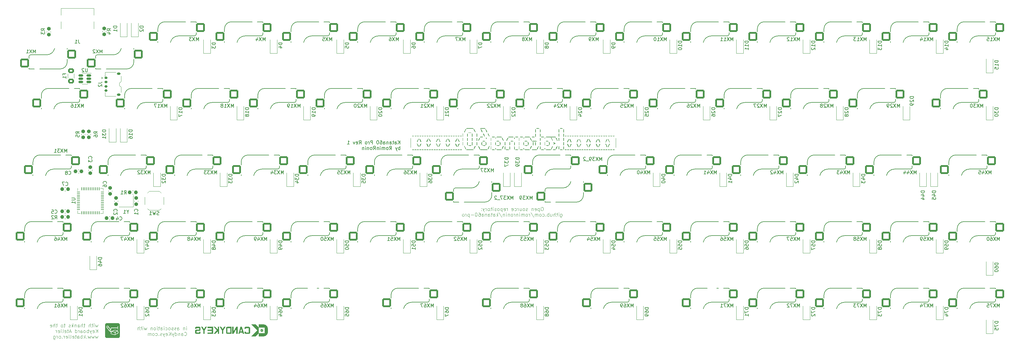
<source format=gbr>
%TF.GenerationSoftware,KiCad,Pcbnew,7.0.10*%
%TF.CreationDate,2024-02-28T07:57:37+01:00*%
%TF.ProjectId,keyboard-template-60,6b657962-6f61-4726-942d-74656d706c61,rev?*%
%TF.SameCoordinates,Original*%
%TF.FileFunction,Legend,Bot*%
%TF.FilePolarity,Positive*%
%FSLAX46Y46*%
G04 Gerber Fmt 4.6, Leading zero omitted, Abs format (unit mm)*
G04 Created by KiCad (PCBNEW 7.0.10) date 2024-02-28 07:57:37*
%MOMM*%
%LPD*%
G01*
G04 APERTURE LIST*
G04 Aperture macros list*
%AMRoundRect*
0 Rectangle with rounded corners*
0 $1 Rounding radius*
0 $2 $3 $4 $5 $6 $7 $8 $9 X,Y pos of 4 corners*
0 Add a 4 corners polygon primitive as box body*
4,1,4,$2,$3,$4,$5,$6,$7,$8,$9,$2,$3,0*
0 Add four circle primitives for the rounded corners*
1,1,$1+$1,$2,$3*
1,1,$1+$1,$4,$5*
1,1,$1+$1,$6,$7*
1,1,$1+$1,$8,$9*
0 Add four rect primitives between the rounded corners*
20,1,$1+$1,$2,$3,$4,$5,0*
20,1,$1+$1,$4,$5,$6,$7,0*
20,1,$1+$1,$6,$7,$8,$9,0*
20,1,$1+$1,$8,$9,$2,$3,0*%
G04 Aperture macros list end*
%ADD10C,0.000000*%
%ADD11C,0.120000*%
%ADD12C,0.150000*%
%ADD13C,3.048000*%
%ADD14C,3.987800*%
%ADD15C,2.600000*%
%ADD16R,1.700000X1.700000*%
%ADD17O,1.700000X1.700000*%
%ADD18C,1.750000*%
%ADD19C,3.300000*%
%ADD20RoundRect,0.250000X1.025000X1.000000X-1.025000X1.000000X-1.025000X-1.000000X1.025000X-1.000000X0*%
%ADD21R,1.200000X0.900000*%
%ADD22RoundRect,0.250000X-1.025000X-1.000000X1.025000X-1.000000X1.025000X1.000000X-1.025000X1.000000X0*%
%ADD23RoundRect,0.237500X-0.237500X0.300000X-0.237500X-0.300000X0.237500X-0.300000X0.237500X0.300000X0*%
%ADD24RoundRect,0.237500X0.300000X0.237500X-0.300000X0.237500X-0.300000X-0.237500X0.300000X-0.237500X0*%
%ADD25RoundRect,0.237500X0.237500X-0.300000X0.237500X0.300000X-0.237500X0.300000X-0.237500X-0.300000X0*%
%ADD26R,1.800000X1.100000*%
%ADD27RoundRect,0.150000X0.487500X0.150000X-0.487500X0.150000X-0.487500X-0.150000X0.487500X-0.150000X0*%
%ADD28RoundRect,0.237500X-0.300000X-0.237500X0.300000X-0.237500X0.300000X0.237500X-0.300000X0.237500X0*%
%ADD29C,0.650000*%
%ADD30R,0.600000X1.450000*%
%ADD31R,0.300000X1.450000*%
%ADD32O,1.000000X1.600000*%
%ADD33O,1.000000X2.100000*%
%ADD34R,1.400000X1.200000*%
%ADD35RoundRect,0.062500X-0.062500X0.375000X-0.062500X-0.375000X0.062500X-0.375000X0.062500X0.375000X0*%
%ADD36RoundRect,0.062500X-0.375000X0.062500X-0.375000X-0.062500X0.375000X-0.062500X0.375000X0.062500X0*%
%ADD37R,5.150000X5.150000*%
%ADD38RoundRect,0.150000X-0.275000X0.150000X-0.275000X-0.150000X0.275000X-0.150000X0.275000X0.150000X0*%
%ADD39RoundRect,0.187500X-0.362500X0.187500X-0.362500X-0.187500X0.362500X-0.187500X0.362500X0.187500X0*%
%ADD40RoundRect,0.250001X-0.624999X0.462499X-0.624999X-0.462499X0.624999X-0.462499X0.624999X0.462499X0*%
G04 APERTURE END LIST*
D10*
G36*
X91471345Y-170328998D02*
G01*
X91478131Y-170329406D01*
X91484478Y-170329977D01*
X91490296Y-170330713D01*
X91495496Y-170331619D01*
X91497377Y-170332033D01*
X91499058Y-170332502D01*
X91500550Y-170333054D01*
X91501863Y-170333719D01*
X91502456Y-170334103D01*
X91503009Y-170334527D01*
X91503522Y-170334994D01*
X91503998Y-170335507D01*
X91504438Y-170336071D01*
X91504842Y-170336689D01*
X91505212Y-170337364D01*
X91505551Y-170338101D01*
X91506135Y-170339774D01*
X91506607Y-170341737D01*
X91506976Y-170344019D01*
X91507254Y-170346651D01*
X91507451Y-170349660D01*
X91507578Y-170353077D01*
X91507667Y-170361252D01*
X91507835Y-170368234D01*
X91508312Y-170377417D01*
X91510048Y-170400874D01*
X91512578Y-170428597D01*
X91515605Y-170457561D01*
X91527246Y-170553340D01*
X91530421Y-170580327D01*
X91491263Y-170595144D01*
X91486207Y-170597136D01*
X91481352Y-170599147D01*
X91476688Y-170601184D01*
X91472205Y-170603255D01*
X91467892Y-170605366D01*
X91463739Y-170607525D01*
X91459737Y-170609737D01*
X91455875Y-170612011D01*
X91452143Y-170614353D01*
X91448532Y-170616771D01*
X91445030Y-170619270D01*
X91441629Y-170621859D01*
X91438317Y-170624543D01*
X91435085Y-170627331D01*
X91431923Y-170630229D01*
X91428821Y-170633244D01*
X91405538Y-170656527D01*
X91389134Y-170640652D01*
X91378535Y-170631488D01*
X91360203Y-170616352D01*
X91309693Y-170575631D01*
X91256305Y-170533422D01*
X91234376Y-170516425D01*
X91218742Y-170504656D01*
X91203925Y-170493544D01*
X91221917Y-170462852D01*
X91229079Y-170451584D01*
X91236848Y-170440617D01*
X91245187Y-170429982D01*
X91254056Y-170419709D01*
X91263418Y-170409826D01*
X91273235Y-170400363D01*
X91283469Y-170391350D01*
X91294082Y-170382816D01*
X91305036Y-170374790D01*
X91316294Y-170367303D01*
X91327816Y-170360382D01*
X91339566Y-170354059D01*
X91351504Y-170348362D01*
X91363594Y-170343321D01*
X91375797Y-170338964D01*
X91388075Y-170335323D01*
X91393183Y-170334090D01*
X91398920Y-170332972D01*
X91405199Y-170331973D01*
X91411929Y-170331098D01*
X91426389Y-170329733D01*
X91441588Y-170328907D01*
X91456810Y-170328652D01*
X91471345Y-170328998D01*
G37*
G36*
X123585994Y-170096319D02*
G01*
X124010955Y-169430191D01*
X124443284Y-169430191D01*
X123768636Y-170489622D01*
X123768636Y-171441897D01*
X123403325Y-171441897D01*
X123403325Y-170489622D01*
X122728691Y-169430191D01*
X123160981Y-169430191D01*
X123585994Y-170096319D01*
G37*
G36*
X92762749Y-170407950D02*
G01*
X92764967Y-170408348D01*
X92776137Y-170411416D01*
X92795196Y-170416219D01*
X92819513Y-170422115D01*
X92846459Y-170428456D01*
X92909496Y-170444265D01*
X92941337Y-170452492D01*
X92968167Y-170459677D01*
X93150730Y-170509948D01*
X93213646Y-170527171D01*
X93262640Y-170540673D01*
X93282450Y-170546183D01*
X93299418Y-170550950D01*
X93313759Y-170555035D01*
X93325685Y-170558499D01*
X93335410Y-170561405D01*
X93343147Y-170563815D01*
X93349108Y-170565791D01*
X93351490Y-170566636D01*
X93353508Y-170567396D01*
X93355189Y-170568077D01*
X93356559Y-170568690D01*
X93357645Y-170569240D01*
X93358474Y-170569735D01*
X93359072Y-170570185D01*
X93359467Y-170570595D01*
X93359684Y-170570975D01*
X93359750Y-170571331D01*
X93359525Y-170571868D01*
X93358862Y-170572674D01*
X93357783Y-170573732D01*
X93356311Y-170575027D01*
X93352272Y-170578261D01*
X93346918Y-170582245D01*
X93340423Y-170586850D01*
X93332961Y-170591944D01*
X93324705Y-170597398D01*
X93315829Y-170603081D01*
X93204208Y-170674403D01*
X93108661Y-170734315D01*
X93027401Y-170783907D01*
X92991570Y-170805175D01*
X92958642Y-170824273D01*
X92861805Y-170879306D01*
X92838521Y-170873486D01*
X92833369Y-170872324D01*
X92827566Y-170871237D01*
X92821304Y-170870248D01*
X92814775Y-170869384D01*
X92808172Y-170868669D01*
X92801686Y-170868128D01*
X92795511Y-170867784D01*
X92789838Y-170867665D01*
X92783716Y-170867449D01*
X92775889Y-170866829D01*
X92766686Y-170865851D01*
X92756434Y-170864556D01*
X92745463Y-170862988D01*
X92734102Y-170861191D01*
X92722678Y-170859207D01*
X92711521Y-170857081D01*
X92684294Y-170851641D01*
X92649278Y-170845307D01*
X92610988Y-170838775D01*
X92573938Y-170832740D01*
X92471999Y-170817046D01*
X92409698Y-170807207D01*
X92388497Y-170803708D01*
X92371308Y-170800742D01*
X92341105Y-170795169D01*
X92303647Y-170787003D01*
X92256256Y-170775284D01*
X92203532Y-170761320D01*
X92150075Y-170746419D01*
X92100489Y-170731891D01*
X92059373Y-170719043D01*
X92031329Y-170709185D01*
X92023647Y-170705785D01*
X92021643Y-170704539D01*
X92020959Y-170703623D01*
X92021947Y-170702472D01*
X92024794Y-170700466D01*
X92035370Y-170694239D01*
X92051292Y-170685643D01*
X92071163Y-170675379D01*
X92117176Y-170652649D01*
X92140527Y-170641585D01*
X92162246Y-170631656D01*
X92176055Y-170625754D01*
X92193641Y-170618667D01*
X92235205Y-170602751D01*
X92277067Y-170587529D01*
X92295025Y-170581310D01*
X92309355Y-170576623D01*
X92324666Y-170571356D01*
X92344933Y-170563758D01*
X92396336Y-170543153D01*
X92455578Y-170517985D01*
X92485642Y-170504681D01*
X92514671Y-170491427D01*
X92532871Y-170483192D01*
X92551797Y-170475009D01*
X92590913Y-170459098D01*
X92630190Y-170444305D01*
X92667799Y-170431235D01*
X92701910Y-170420496D01*
X92717083Y-170416191D01*
X92730695Y-170412697D01*
X92742518Y-170410090D01*
X92752324Y-170408445D01*
X92759883Y-170407839D01*
X92762749Y-170407950D01*
G37*
G36*
X126115518Y-171441897D02*
G01*
X124944036Y-171441897D01*
X124924298Y-171441574D01*
X124904969Y-171440604D01*
X124886051Y-171438989D01*
X124867541Y-171436726D01*
X124849441Y-171433817D01*
X124831751Y-171430261D01*
X124814469Y-171426058D01*
X124797597Y-171421208D01*
X124781133Y-171415711D01*
X124765078Y-171409566D01*
X124749431Y-171402774D01*
X124734193Y-171395334D01*
X124719364Y-171387247D01*
X124704942Y-171378511D01*
X124690928Y-171369127D01*
X124677323Y-171359095D01*
X124664349Y-171348916D01*
X124652212Y-171338460D01*
X124640912Y-171327727D01*
X124630449Y-171316718D01*
X124620823Y-171305431D01*
X124612034Y-171293869D01*
X124604082Y-171282030D01*
X124596966Y-171269915D01*
X124590688Y-171257523D01*
X124585247Y-171244855D01*
X124580643Y-171231911D01*
X124576876Y-171218691D01*
X124573946Y-171205195D01*
X124571854Y-171191423D01*
X124570598Y-171177376D01*
X124570179Y-171163052D01*
X124570179Y-170996220D01*
X124936733Y-170996220D01*
X124936842Y-171000292D01*
X124937170Y-171004288D01*
X124937717Y-171008209D01*
X124938482Y-171012054D01*
X124939467Y-171015822D01*
X124940670Y-171019515D01*
X124942093Y-171023131D01*
X124943734Y-171026671D01*
X124945595Y-171030135D01*
X124947675Y-171033522D01*
X124949975Y-171036832D01*
X124952494Y-171040066D01*
X124955232Y-171043223D01*
X124958190Y-171046303D01*
X124961368Y-171049306D01*
X124964766Y-171052232D01*
X124968306Y-171055180D01*
X124971932Y-171057939D01*
X124975643Y-171060508D01*
X124979441Y-171062887D01*
X124983324Y-171065076D01*
X124987293Y-171067075D01*
X124991348Y-171068884D01*
X124995489Y-171070503D01*
X124999716Y-171071931D01*
X125004029Y-171073170D01*
X125008428Y-171074218D01*
X125012914Y-171075075D01*
X125017485Y-171075742D01*
X125022143Y-171076219D01*
X125026888Y-171076505D01*
X125031719Y-171076600D01*
X125750168Y-171076600D01*
X125750168Y-169795540D01*
X125031719Y-169795540D01*
X125026888Y-169795635D01*
X125022143Y-169795919D01*
X125017485Y-169796393D01*
X125012914Y-169797057D01*
X125008428Y-169797910D01*
X125004029Y-169798954D01*
X124999716Y-169800187D01*
X124995489Y-169801611D01*
X124991348Y-169803225D01*
X124987293Y-169805029D01*
X124983324Y-169807023D01*
X124979441Y-169809208D01*
X124975643Y-169811584D01*
X124971932Y-169814150D01*
X124968306Y-169816908D01*
X124964766Y-169819856D01*
X124961368Y-169822788D01*
X124958190Y-169825796D01*
X124955232Y-169828880D01*
X124952494Y-169832040D01*
X124949975Y-169835276D01*
X124947675Y-169838587D01*
X124945595Y-169841974D01*
X124943734Y-169845438D01*
X124942093Y-169848977D01*
X124940670Y-169852592D01*
X124939467Y-169856283D01*
X124938482Y-169860050D01*
X124937717Y-169863894D01*
X124937170Y-169867813D01*
X124936842Y-169871809D01*
X124936733Y-169875881D01*
X124936733Y-170996220D01*
X124570179Y-170996220D01*
X124570179Y-169709088D01*
X124570579Y-169694618D01*
X124571778Y-169680444D01*
X124573776Y-169666565D01*
X124576573Y-169652982D01*
X124580169Y-169639694D01*
X124584565Y-169626701D01*
X124589759Y-169614004D01*
X124595751Y-169601603D01*
X124602543Y-169589496D01*
X124610133Y-169577685D01*
X124618522Y-169566169D01*
X124627709Y-169554948D01*
X124637694Y-169544023D01*
X124648478Y-169533393D01*
X124660060Y-169523058D01*
X124672441Y-169513018D01*
X124685614Y-169502991D01*
X124699245Y-169493609D01*
X124713331Y-169484875D01*
X124727873Y-169476787D01*
X124742872Y-169469346D01*
X124758327Y-169462551D01*
X124774237Y-169456403D01*
X124790604Y-169450902D01*
X124807426Y-169446049D01*
X124824704Y-169441842D01*
X124842438Y-169438282D01*
X124860627Y-169435369D01*
X124879271Y-169433104D01*
X124898371Y-169431485D01*
X124917926Y-169430514D01*
X124937937Y-169430191D01*
X126115518Y-169430191D01*
X126115518Y-171076600D01*
X126115518Y-171441897D01*
G37*
G36*
X133898765Y-169633853D02*
G01*
X133898765Y-171262708D01*
X133003878Y-172157608D01*
X131747332Y-172157608D01*
X133456646Y-170448280D01*
X131751566Y-168743200D01*
X133008098Y-168743200D01*
X133898765Y-169633853D01*
G37*
G36*
X135149349Y-170490695D02*
G01*
X135146845Y-170510401D01*
X135143382Y-170529790D01*
X135138985Y-170548840D01*
X135133679Y-170567525D01*
X135127489Y-170585820D01*
X135120439Y-170603700D01*
X135112553Y-170621141D01*
X135103858Y-170638119D01*
X135094377Y-170654607D01*
X135084135Y-170670582D01*
X135073157Y-170686020D01*
X135061468Y-170700894D01*
X135049092Y-170715180D01*
X135036055Y-170728855D01*
X135022380Y-170741892D01*
X135008094Y-170754267D01*
X134993219Y-170765956D01*
X134977782Y-170776933D01*
X134961807Y-170787175D01*
X134945318Y-170796655D01*
X134928341Y-170805350D01*
X134910900Y-170813235D01*
X134893020Y-170820285D01*
X134874725Y-170826475D01*
X134856041Y-170831781D01*
X134836992Y-170836177D01*
X134817603Y-170839640D01*
X134797898Y-170842144D01*
X134777903Y-170843664D01*
X134757642Y-170844177D01*
X134737381Y-170843664D01*
X134717386Y-170842144D01*
X134697682Y-170839640D01*
X134678293Y-170836177D01*
X134659244Y-170831781D01*
X134640560Y-170826475D01*
X134622266Y-170820285D01*
X134604387Y-170813235D01*
X134586946Y-170805350D01*
X134569969Y-170796655D01*
X134553481Y-170787175D01*
X134537506Y-170776933D01*
X134522070Y-170765956D01*
X134507196Y-170754267D01*
X134492910Y-170741892D01*
X134479236Y-170728855D01*
X134466199Y-170715180D01*
X134453824Y-170700894D01*
X134442136Y-170686020D01*
X134431158Y-170670582D01*
X134420917Y-170654607D01*
X134411437Y-170638119D01*
X134402742Y-170621141D01*
X134394857Y-170603700D01*
X134387807Y-170585820D01*
X134381617Y-170567525D01*
X134376311Y-170548840D01*
X134371915Y-170529790D01*
X134368452Y-170510401D01*
X134365948Y-170490695D01*
X134364482Y-170471405D01*
X134511236Y-170471405D01*
X134511285Y-170473345D01*
X134511430Y-170475260D01*
X134511670Y-170477147D01*
X134512002Y-170479004D01*
X134512423Y-170480828D01*
X134512931Y-170482617D01*
X134513524Y-170484369D01*
X134514199Y-170486081D01*
X134514954Y-170487751D01*
X134515786Y-170489377D01*
X134516694Y-170490956D01*
X134517675Y-170492485D01*
X134518726Y-170493964D01*
X134519845Y-170495388D01*
X134521030Y-170496756D01*
X134522279Y-170498065D01*
X134523588Y-170499314D01*
X134524956Y-170500499D01*
X134526381Y-170501618D01*
X134527859Y-170502669D01*
X134529389Y-170503650D01*
X134530967Y-170504558D01*
X134532593Y-170505390D01*
X134534263Y-170506145D01*
X134535975Y-170506821D01*
X134537727Y-170507413D01*
X134539516Y-170507921D01*
X134541340Y-170508342D01*
X134543197Y-170508674D01*
X134545084Y-170508914D01*
X134546999Y-170509059D01*
X134548939Y-170509108D01*
X134700280Y-170509108D01*
X134700280Y-170660450D01*
X134700329Y-170662389D01*
X134700475Y-170664303D01*
X134700715Y-170666189D01*
X134701046Y-170668045D01*
X134701467Y-170669868D01*
X134701975Y-170671657D01*
X134702568Y-170673408D01*
X134703243Y-170675120D01*
X134703998Y-170676790D01*
X134704831Y-170678416D01*
X134705739Y-170679995D01*
X134706720Y-170681524D01*
X134707771Y-170683003D01*
X134708890Y-170684427D01*
X134710075Y-170685796D01*
X134711323Y-170687105D01*
X134712633Y-170688354D01*
X134714001Y-170689539D01*
X134715425Y-170690659D01*
X134716903Y-170691711D01*
X134718433Y-170692692D01*
X134720012Y-170693600D01*
X134721638Y-170694433D01*
X134723308Y-170695189D01*
X134725020Y-170695864D01*
X134726772Y-170696457D01*
X134728561Y-170696966D01*
X134730385Y-170697387D01*
X134732242Y-170697719D01*
X134734129Y-170697959D01*
X134736044Y-170698104D01*
X134737984Y-170698153D01*
X134777314Y-170698153D01*
X134779254Y-170698104D01*
X134781169Y-170697959D01*
X134783055Y-170697719D01*
X134784912Y-170697387D01*
X134786736Y-170696966D01*
X134788524Y-170696457D01*
X134790276Y-170695864D01*
X134791988Y-170695189D01*
X134793657Y-170694433D01*
X134795282Y-170693600D01*
X134796861Y-170692692D01*
X134798390Y-170691711D01*
X134799867Y-170690659D01*
X134801291Y-170689539D01*
X134802659Y-170688354D01*
X134803967Y-170687105D01*
X134805215Y-170685796D01*
X134806400Y-170684427D01*
X134807518Y-170683003D01*
X134808569Y-170681524D01*
X134809549Y-170679995D01*
X134810456Y-170678416D01*
X134811289Y-170676790D01*
X134812043Y-170675120D01*
X134812718Y-170673408D01*
X134813310Y-170671657D01*
X134813818Y-170669868D01*
X134814239Y-170668045D01*
X134814570Y-170666189D01*
X134814809Y-170664303D01*
X134814955Y-170662389D01*
X134815004Y-170660450D01*
X134815004Y-170509108D01*
X134966346Y-170509108D01*
X134968287Y-170509059D01*
X134970203Y-170508914D01*
X134972090Y-170508674D01*
X134973948Y-170508342D01*
X134975773Y-170507921D01*
X134977562Y-170507413D01*
X134979314Y-170506821D01*
X134981027Y-170506145D01*
X134982697Y-170505390D01*
X134984323Y-170504558D01*
X134985902Y-170503650D01*
X134987431Y-170502669D01*
X134988909Y-170501618D01*
X134990334Y-170500499D01*
X134991701Y-170499314D01*
X134993011Y-170498065D01*
X134994259Y-170496756D01*
X134995443Y-170495388D01*
X134996562Y-170493964D01*
X134997613Y-170492485D01*
X134998593Y-170490956D01*
X134999501Y-170489377D01*
X135000333Y-170487751D01*
X135001088Y-170486081D01*
X135001762Y-170484369D01*
X135002355Y-170482617D01*
X135002862Y-170480828D01*
X135003283Y-170479004D01*
X135003614Y-170477147D01*
X135003854Y-170475260D01*
X135004000Y-170473345D01*
X135004049Y-170471405D01*
X135004049Y-170432075D01*
X135004000Y-170430135D01*
X135003854Y-170428220D01*
X135003614Y-170426333D01*
X135003283Y-170424477D01*
X135002862Y-170422653D01*
X135002355Y-170420864D01*
X135001762Y-170419113D01*
X135001088Y-170417401D01*
X135000333Y-170415732D01*
X134999501Y-170414107D01*
X134998593Y-170412528D01*
X134997613Y-170410999D01*
X134996562Y-170409521D01*
X134995443Y-170408098D01*
X134994259Y-170406730D01*
X134993011Y-170405422D01*
X134991701Y-170404174D01*
X134990334Y-170402989D01*
X134988909Y-170401871D01*
X134987431Y-170400820D01*
X134985902Y-170399840D01*
X134984323Y-170398933D01*
X134982697Y-170398101D01*
X134981027Y-170397346D01*
X134979314Y-170396671D01*
X134977562Y-170396079D01*
X134975773Y-170395571D01*
X134973948Y-170395151D01*
X134972090Y-170394819D01*
X134970203Y-170394580D01*
X134968287Y-170394434D01*
X134966346Y-170394385D01*
X134815004Y-170394385D01*
X134815004Y-170243030D01*
X134814955Y-170241090D01*
X134814809Y-170239175D01*
X134814570Y-170237289D01*
X134814239Y-170235432D01*
X134813818Y-170233608D01*
X134813310Y-170231820D01*
X134812718Y-170230068D01*
X134812043Y-170228356D01*
X134811289Y-170226687D01*
X134810456Y-170225062D01*
X134809549Y-170223483D01*
X134808569Y-170221954D01*
X134807518Y-170220476D01*
X134806400Y-170219053D01*
X134805215Y-170217685D01*
X134803967Y-170216377D01*
X134802659Y-170215129D01*
X134801291Y-170213944D01*
X134799867Y-170212826D01*
X134798390Y-170211775D01*
X134796861Y-170210795D01*
X134795282Y-170209888D01*
X134793657Y-170209055D01*
X134791988Y-170208301D01*
X134790276Y-170207626D01*
X134788524Y-170207034D01*
X134786736Y-170206526D01*
X134784912Y-170206106D01*
X134783055Y-170205774D01*
X134781169Y-170205535D01*
X134779254Y-170205389D01*
X134777314Y-170205340D01*
X134737984Y-170205340D01*
X134736044Y-170205389D01*
X134734129Y-170205535D01*
X134732242Y-170205774D01*
X134730385Y-170206106D01*
X134728561Y-170206526D01*
X134726772Y-170207034D01*
X134725020Y-170207626D01*
X134723308Y-170208301D01*
X134721638Y-170209055D01*
X134720012Y-170209888D01*
X134718433Y-170210795D01*
X134716903Y-170211775D01*
X134715425Y-170212826D01*
X134714001Y-170213944D01*
X134712633Y-170215129D01*
X134711323Y-170216377D01*
X134710075Y-170217685D01*
X134708890Y-170219053D01*
X134707771Y-170220476D01*
X134706720Y-170221954D01*
X134705739Y-170223483D01*
X134704831Y-170225062D01*
X134703998Y-170226687D01*
X134703243Y-170228356D01*
X134702568Y-170230068D01*
X134701975Y-170231820D01*
X134701467Y-170233608D01*
X134701046Y-170235432D01*
X134700715Y-170237289D01*
X134700475Y-170239175D01*
X134700329Y-170241090D01*
X134700280Y-170243030D01*
X134700280Y-170394385D01*
X134548939Y-170394385D01*
X134546999Y-170394434D01*
X134545084Y-170394580D01*
X134543197Y-170394819D01*
X134541340Y-170395151D01*
X134539516Y-170395571D01*
X134537727Y-170396079D01*
X134535975Y-170396671D01*
X134534263Y-170397346D01*
X134532593Y-170398101D01*
X134530967Y-170398933D01*
X134529389Y-170399840D01*
X134527859Y-170400820D01*
X134526381Y-170401871D01*
X134524956Y-170402989D01*
X134523588Y-170404174D01*
X134522279Y-170405422D01*
X134521030Y-170406730D01*
X134519845Y-170408098D01*
X134518726Y-170409521D01*
X134517675Y-170410999D01*
X134516694Y-170412528D01*
X134515786Y-170414107D01*
X134514954Y-170415732D01*
X134514199Y-170417401D01*
X134513524Y-170419113D01*
X134512931Y-170420864D01*
X134512423Y-170422653D01*
X134512002Y-170424477D01*
X134511670Y-170426333D01*
X134511430Y-170428220D01*
X134511285Y-170430135D01*
X134511236Y-170432075D01*
X134511236Y-170471405D01*
X134364482Y-170471405D01*
X134364428Y-170470699D01*
X134363916Y-170450437D01*
X134364428Y-170430176D01*
X134365948Y-170410181D01*
X134368452Y-170390476D01*
X134371915Y-170371087D01*
X134376311Y-170352038D01*
X134381617Y-170333354D01*
X134387807Y-170315059D01*
X134394857Y-170297179D01*
X134402742Y-170279738D01*
X134411437Y-170262761D01*
X134420917Y-170246272D01*
X134431158Y-170230297D01*
X134442136Y-170214860D01*
X134453824Y-170199985D01*
X134466199Y-170185699D01*
X134479236Y-170172024D01*
X134492910Y-170158987D01*
X134507196Y-170146611D01*
X134522070Y-170134922D01*
X134537506Y-170123944D01*
X134553481Y-170113702D01*
X134569969Y-170104221D01*
X134586946Y-170095526D01*
X134604387Y-170087641D01*
X134622266Y-170080590D01*
X134640560Y-170074400D01*
X134659244Y-170069094D01*
X134678293Y-170064697D01*
X134697682Y-170061234D01*
X134717386Y-170058730D01*
X134737381Y-170057210D01*
X134757642Y-170056697D01*
X134777903Y-170057210D01*
X134797898Y-170058730D01*
X134817603Y-170061234D01*
X134836992Y-170064697D01*
X134856041Y-170069094D01*
X134874725Y-170074400D01*
X134893020Y-170080590D01*
X134910900Y-170087641D01*
X134928341Y-170095526D01*
X134945318Y-170104221D01*
X134961807Y-170113702D01*
X134977782Y-170123944D01*
X134993219Y-170134922D01*
X135008094Y-170146611D01*
X135022380Y-170158987D01*
X135036055Y-170172024D01*
X135049092Y-170185699D01*
X135061468Y-170199985D01*
X135073157Y-170214860D01*
X135084135Y-170230297D01*
X135094377Y-170246272D01*
X135103858Y-170262761D01*
X135112553Y-170279738D01*
X135120439Y-170297179D01*
X135127489Y-170315059D01*
X135133679Y-170333354D01*
X135138985Y-170352038D01*
X135143382Y-170371087D01*
X135146845Y-170390476D01*
X135149349Y-170410181D01*
X135150870Y-170430176D01*
X135151382Y-170450437D01*
X135150870Y-170470699D01*
X135150816Y-170471405D01*
X135149349Y-170490695D01*
G37*
G36*
X93499598Y-170659624D02*
G01*
X93500806Y-170659885D01*
X93501948Y-170660308D01*
X93503033Y-170660902D01*
X93504065Y-170661676D01*
X93505051Y-170662640D01*
X93505999Y-170663803D01*
X93506914Y-170665174D01*
X93507803Y-170666761D01*
X93509528Y-170670622D01*
X93511228Y-170675460D01*
X93512952Y-170681348D01*
X93514755Y-170688358D01*
X93516687Y-170696564D01*
X93521146Y-170716852D01*
X93523386Y-170726291D01*
X93526066Y-170736902D01*
X93532325Y-170760178D01*
X93539080Y-170783750D01*
X93545488Y-170804694D01*
X93548572Y-170814972D01*
X93551805Y-170826497D01*
X93555087Y-170838878D01*
X93558320Y-170851723D01*
X93561404Y-170864644D01*
X93564240Y-170877247D01*
X93566729Y-170889144D01*
X93568771Y-170899944D01*
X93570670Y-170910190D01*
X93572748Y-170920499D01*
X93574938Y-170930584D01*
X93577172Y-170940160D01*
X93579380Y-170948943D01*
X93581496Y-170956647D01*
X93583450Y-170962987D01*
X93584346Y-170965556D01*
X93585175Y-170967677D01*
X93587100Y-170972614D01*
X93589260Y-170979294D01*
X93591594Y-170987425D01*
X93594039Y-170996715D01*
X93596534Y-171006874D01*
X93599016Y-171017609D01*
X93601425Y-171028629D01*
X93603696Y-171039644D01*
X93617984Y-171114785D01*
X93619800Y-171123905D01*
X93620271Y-171127724D01*
X93620307Y-171131190D01*
X93620128Y-171132823D01*
X93619801Y-171134407D01*
X93619310Y-171135956D01*
X93618644Y-171137482D01*
X93617788Y-171138999D01*
X93616729Y-171140519D01*
X93613949Y-171143625D01*
X93610195Y-171146904D01*
X93605359Y-171150463D01*
X93599335Y-171154406D01*
X93592013Y-171158839D01*
X93573049Y-171169596D01*
X93547605Y-171183577D01*
X93470611Y-171225976D01*
X93365042Y-171284648D01*
X93327521Y-171305103D01*
X93277994Y-171331611D01*
X93222911Y-171360699D01*
X93168721Y-171388894D01*
X93116507Y-171416369D01*
X93066129Y-171443596D01*
X93043442Y-171456171D01*
X93023391Y-171467549D01*
X93006700Y-171477352D01*
X92994096Y-171485202D01*
X92971226Y-171499853D01*
X92945281Y-171516290D01*
X92897259Y-171546585D01*
X92887743Y-171552718D01*
X92878779Y-171558343D01*
X92870572Y-171563347D01*
X92863326Y-171567620D01*
X92857246Y-171571049D01*
X92854707Y-171572412D01*
X92852536Y-171573523D01*
X92850759Y-171574367D01*
X92849401Y-171574931D01*
X92848489Y-171575200D01*
X92848207Y-171575220D01*
X92848046Y-171575160D01*
X92847891Y-171574669D01*
X92847820Y-171573614D01*
X92847922Y-171569935D01*
X92848335Y-171564370D01*
X92849039Y-171557169D01*
X92850015Y-171548578D01*
X92851246Y-171538846D01*
X92852713Y-171528222D01*
X92854396Y-171516952D01*
X92857993Y-171486492D01*
X92862135Y-171445515D01*
X92866377Y-171399378D01*
X92870271Y-171353440D01*
X92878068Y-171251749D01*
X92881443Y-171211746D01*
X92884625Y-171177293D01*
X92887733Y-171147132D01*
X92890884Y-171120003D01*
X92894196Y-171094647D01*
X92897788Y-171069806D01*
X92906784Y-171010539D01*
X92944355Y-170988844D01*
X92990227Y-170961691D01*
X93023597Y-170942277D01*
X93050023Y-170927229D01*
X93075059Y-170913173D01*
X93094243Y-170902061D01*
X93122667Y-170884896D01*
X93196767Y-170838957D01*
X93276423Y-170788455D01*
X93340700Y-170746485D01*
X93358618Y-170734769D01*
X93379660Y-170721416D01*
X93401199Y-170708162D01*
X93411333Y-170702115D01*
X93420605Y-170696744D01*
X93429516Y-170691731D01*
X93438613Y-170686706D01*
X93456323Y-170677165D01*
X93464416Y-170672921D01*
X93471653Y-170669211D01*
X93477773Y-170666170D01*
X93482517Y-170663935D01*
X93486817Y-170662286D01*
X93490623Y-170660957D01*
X93493987Y-170660022D01*
X93496962Y-170659553D01*
X93498319Y-170659517D01*
X93499598Y-170659624D01*
G37*
G36*
X122546355Y-171441910D02*
G01*
X122182274Y-171441910D01*
X122182274Y-170629665D01*
X121483284Y-171441910D01*
X121002285Y-171441910D01*
X121868082Y-170436070D01*
X121002285Y-169431434D01*
X121483284Y-169431434D01*
X122182274Y-170242435D01*
X122182274Y-169430190D01*
X122546355Y-169430190D01*
X122546355Y-171441910D01*
G37*
G36*
X94174667Y-171159765D02*
G01*
X94174667Y-172095331D01*
X94173985Y-172122290D01*
X94171962Y-172148894D01*
X94168631Y-172175112D01*
X94164024Y-172200910D01*
X94158174Y-172226256D01*
X94151115Y-172251115D01*
X94142878Y-172275457D01*
X94133498Y-172299247D01*
X94123007Y-172322453D01*
X94111438Y-172345041D01*
X94098824Y-172366979D01*
X94085197Y-172388235D01*
X94070592Y-172408774D01*
X94055039Y-172428564D01*
X94038574Y-172447573D01*
X94021228Y-172465767D01*
X94003034Y-172483113D01*
X93984025Y-172499579D01*
X93964235Y-172515131D01*
X93943696Y-172529737D01*
X93922440Y-172543363D01*
X93900502Y-172555977D01*
X93877914Y-172567546D01*
X93854708Y-172578037D01*
X93830918Y-172587418D01*
X93806576Y-172595654D01*
X93781717Y-172602713D01*
X93756371Y-172608563D01*
X93730573Y-172613170D01*
X93704355Y-172616501D01*
X93677751Y-172618524D01*
X93650792Y-172619206D01*
X90465209Y-172619206D01*
X90438250Y-172618524D01*
X90411646Y-172616501D01*
X90385428Y-172613170D01*
X90359630Y-172608563D01*
X90334284Y-172602713D01*
X90309425Y-172595654D01*
X90285083Y-172587418D01*
X90261293Y-172578037D01*
X90238087Y-172567546D01*
X90215499Y-172555977D01*
X90193561Y-172543363D01*
X90172305Y-172529737D01*
X90151766Y-172515131D01*
X90131976Y-172499579D01*
X90112967Y-172483113D01*
X90094773Y-172465767D01*
X90077427Y-172447573D01*
X90060961Y-172428564D01*
X90045409Y-172408774D01*
X90030803Y-172388235D01*
X90017177Y-172366979D01*
X90004563Y-172345041D01*
X89992994Y-172322453D01*
X89982503Y-172299247D01*
X89973122Y-172275457D01*
X89964886Y-172251115D01*
X89957827Y-172226256D01*
X89951977Y-172200910D01*
X89947370Y-172175112D01*
X89944039Y-172148894D01*
X89942016Y-172122290D01*
X89941334Y-172095331D01*
X89941334Y-169561449D01*
X90254302Y-169561449D01*
X90254356Y-169567301D01*
X90254541Y-169572441D01*
X90254685Y-169574773D01*
X90254865Y-169576961D01*
X90255082Y-169579018D01*
X90255338Y-169580955D01*
X90255633Y-169582783D01*
X90255969Y-169584513D01*
X90256346Y-169586158D01*
X90256767Y-169587729D01*
X90257232Y-169589237D01*
X90257742Y-169590695D01*
X90258299Y-169592112D01*
X90258903Y-169593502D01*
X90259557Y-169594875D01*
X90260260Y-169596244D01*
X90261821Y-169599012D01*
X90263596Y-169601898D01*
X90266595Y-169606219D01*
X90269826Y-169610247D01*
X90273275Y-169613974D01*
X90276924Y-169617393D01*
X90280760Y-169620495D01*
X90284767Y-169623274D01*
X90288928Y-169625720D01*
X90293229Y-169627827D01*
X90297654Y-169629587D01*
X90302188Y-169630992D01*
X90306815Y-169632034D01*
X90311519Y-169632706D01*
X90316285Y-169632999D01*
X90321097Y-169632906D01*
X90325941Y-169632420D01*
X90330800Y-169631532D01*
X90346808Y-169628621D01*
X90349941Y-169628080D01*
X90352529Y-169627662D01*
X90354472Y-169627393D01*
X90355171Y-169627323D01*
X90355671Y-169627298D01*
X90355927Y-169627276D01*
X90356197Y-169627309D01*
X90356481Y-169627394D01*
X90356779Y-169627531D01*
X90357410Y-169627953D01*
X90358085Y-169628563D01*
X90358797Y-169629350D01*
X90359541Y-169630303D01*
X90360308Y-169631408D01*
X90361095Y-169632656D01*
X90361894Y-169634034D01*
X90362699Y-169635530D01*
X90363504Y-169637134D01*
X90364303Y-169638832D01*
X90365089Y-169640615D01*
X90365857Y-169642469D01*
X90366600Y-169644384D01*
X90367313Y-169646348D01*
X90368725Y-169650145D01*
X90370625Y-169654246D01*
X90373079Y-169658736D01*
X90376151Y-169663695D01*
X90384419Y-169675351D01*
X90395954Y-169689872D01*
X90411284Y-169707916D01*
X90430937Y-169730138D01*
X90455438Y-169757198D01*
X90485317Y-169789752D01*
X90495955Y-169801150D01*
X90507021Y-169813267D01*
X90518199Y-169825732D01*
X90529172Y-169838171D01*
X90539624Y-169850214D01*
X90549239Y-169861488D01*
X90557700Y-169871620D01*
X90564692Y-169880240D01*
X90598448Y-169923096D01*
X90627870Y-169960061D01*
X90653533Y-169991842D01*
X90676016Y-170019146D01*
X90695893Y-170042680D01*
X90713743Y-170063150D01*
X90730142Y-170081263D01*
X90745667Y-170097727D01*
X90755465Y-170108034D01*
X90765610Y-170119258D01*
X90775805Y-170131028D01*
X90785752Y-170142971D01*
X90795153Y-170154716D01*
X90803710Y-170165891D01*
X90811127Y-170176123D01*
X90817105Y-170185040D01*
X90828742Y-170202904D01*
X90841049Y-170220800D01*
X90854051Y-170238758D01*
X90867772Y-170256808D01*
X90882238Y-170274983D01*
X90897472Y-170293312D01*
X90913500Y-170311828D01*
X90930346Y-170330561D01*
X90938991Y-170340325D01*
X90947987Y-170351056D01*
X90957224Y-170362589D01*
X90966594Y-170374763D01*
X90985301Y-170400380D01*
X91003239Y-170426604D01*
X91019540Y-170452135D01*
X91026805Y-170464232D01*
X91033335Y-170475668D01*
X91039022Y-170486279D01*
X91043757Y-170495903D01*
X91047432Y-170504376D01*
X91049938Y-170511536D01*
X91052082Y-170517829D01*
X91054740Y-170524201D01*
X91057903Y-170530644D01*
X91061563Y-170537151D01*
X91065714Y-170543713D01*
X91070346Y-170550324D01*
X91075453Y-170556975D01*
X91081027Y-170563659D01*
X91087059Y-170570367D01*
X91093543Y-170577092D01*
X91100470Y-170583827D01*
X91107832Y-170590563D01*
X91115623Y-170597293D01*
X91123833Y-170604010D01*
X91132456Y-170610704D01*
X91141484Y-170617369D01*
X91164078Y-170633883D01*
X91188191Y-170652145D01*
X91213210Y-170671673D01*
X91238520Y-170691981D01*
X91263507Y-170712588D01*
X91287559Y-170733008D01*
X91310060Y-170752759D01*
X91330396Y-170771356D01*
X91342396Y-170782203D01*
X91356739Y-170794334D01*
X91373091Y-170807494D01*
X91391118Y-170821429D01*
X91410485Y-170835885D01*
X91430855Y-170850607D01*
X91451896Y-170865342D01*
X91473271Y-170879836D01*
X91492982Y-170893119D01*
X91512488Y-170906534D01*
X91531286Y-170919712D01*
X91548876Y-170932289D01*
X91564754Y-170943899D01*
X91578419Y-170954175D01*
X91589367Y-170962752D01*
X91597097Y-170969265D01*
X91600113Y-170971929D01*
X91603194Y-170974552D01*
X91606319Y-170977120D01*
X91609466Y-170979616D01*
X91612612Y-170982026D01*
X91615737Y-170984333D01*
X91618819Y-170986523D01*
X91621835Y-170988579D01*
X91624765Y-170990487D01*
X91627586Y-170992230D01*
X91630276Y-170993793D01*
X91632815Y-170995161D01*
X91635180Y-170996318D01*
X91637350Y-170997248D01*
X91639303Y-170997937D01*
X91641017Y-170998369D01*
X91647290Y-170999467D01*
X91649713Y-171000114D01*
X91651609Y-171001106D01*
X91652937Y-171002652D01*
X91653658Y-171004964D01*
X91653733Y-171008251D01*
X91653122Y-171012723D01*
X91651785Y-171018590D01*
X91649683Y-171026062D01*
X91643026Y-171046664D01*
X91618792Y-171116373D01*
X91611976Y-171135969D01*
X91605141Y-171156259D01*
X91592135Y-171196542D01*
X91581213Y-171232459D01*
X91576983Y-171247292D01*
X91573813Y-171259248D01*
X91570853Y-171270155D01*
X91567595Y-171281614D01*
X91564139Y-171293283D01*
X91560584Y-171304823D01*
X91557029Y-171315891D01*
X91553572Y-171326146D01*
X91550315Y-171335249D01*
X91547355Y-171342856D01*
X91541848Y-171356860D01*
X91537034Y-171369931D01*
X91532911Y-171382114D01*
X91529479Y-171393458D01*
X91526735Y-171404008D01*
X91525620Y-171408999D01*
X91524677Y-171413810D01*
X91523905Y-171418446D01*
X91523305Y-171422912D01*
X91522875Y-171427215D01*
X91522616Y-171431359D01*
X91522528Y-171435352D01*
X91522610Y-171439199D01*
X91522862Y-171442906D01*
X91523284Y-171446478D01*
X91523876Y-171449921D01*
X91524637Y-171453242D01*
X91525568Y-171456445D01*
X91526668Y-171459538D01*
X91527936Y-171462524D01*
X91529374Y-171465412D01*
X91530980Y-171468205D01*
X91532755Y-171470911D01*
X91534698Y-171473534D01*
X91536809Y-171476081D01*
X91539088Y-171478557D01*
X91541534Y-171480969D01*
X91547328Y-171485400D01*
X91555340Y-171489953D01*
X91565507Y-171494613D01*
X91577765Y-171499366D01*
X91608302Y-171509088D01*
X91646441Y-171519003D01*
X91691675Y-171528992D01*
X91743494Y-171538937D01*
X91801390Y-171548722D01*
X91864855Y-171558227D01*
X91877168Y-171560000D01*
X91890040Y-171562088D01*
X91903085Y-171564413D01*
X91915919Y-171566892D01*
X91928158Y-171569446D01*
X91939418Y-171571994D01*
X91949313Y-171574455D01*
X91957459Y-171576748D01*
X91966663Y-171579306D01*
X91979601Y-171582527D01*
X92014344Y-171590440D01*
X92057025Y-171599444D01*
X92102980Y-171608498D01*
X92254892Y-171638388D01*
X92315050Y-171650849D01*
X92367365Y-171662275D01*
X92413850Y-171673130D01*
X92456521Y-171683880D01*
X92497394Y-171694989D01*
X92538484Y-171706923D01*
X92568612Y-171716010D01*
X92592384Y-171723360D01*
X92602288Y-171726539D01*
X92611084Y-171729470D01*
X92618933Y-171732215D01*
X92625995Y-171734837D01*
X92632430Y-171737396D01*
X92638400Y-171739955D01*
X92644065Y-171742576D01*
X92649584Y-171745321D01*
X92655119Y-171748252D01*
X92660830Y-171751431D01*
X92673421Y-171758781D01*
X92676147Y-171760343D01*
X92678953Y-171761849D01*
X92681821Y-171763293D01*
X92684732Y-171764668D01*
X92687668Y-171765969D01*
X92690611Y-171767190D01*
X92693541Y-171768324D01*
X92696440Y-171769365D01*
X92699289Y-171770306D01*
X92702071Y-171771142D01*
X92704765Y-171771867D01*
X92707354Y-171772473D01*
X92709819Y-171772956D01*
X92712141Y-171773309D01*
X92714303Y-171773525D01*
X92716284Y-171773598D01*
X92718191Y-171773561D01*
X92720139Y-171773452D01*
X92724135Y-171773029D01*
X92728223Y-171772349D01*
X92732357Y-171771432D01*
X92736492Y-171770297D01*
X92740580Y-171768966D01*
X92744575Y-171767457D01*
X92748431Y-171765793D01*
X92752100Y-171763991D01*
X92755537Y-171762074D01*
X92758695Y-171760060D01*
X92760155Y-171759024D01*
X92761528Y-171757971D01*
X92762807Y-171756904D01*
X92763988Y-171755826D01*
X92765064Y-171754738D01*
X92766030Y-171753645D01*
X92766879Y-171752547D01*
X92767606Y-171751448D01*
X92768206Y-171750351D01*
X92768671Y-171749256D01*
X92769145Y-171748220D01*
X92769784Y-171747294D01*
X92770605Y-171746474D01*
X92771623Y-171745759D01*
X92772855Y-171745146D01*
X92774317Y-171744633D01*
X92776026Y-171744218D01*
X92777998Y-171743898D01*
X92780249Y-171743672D01*
X92782794Y-171743536D01*
X92785652Y-171743488D01*
X92788838Y-171743526D01*
X92796257Y-171743852D01*
X92805184Y-171744494D01*
X92838521Y-171747139D01*
X92896730Y-171709040D01*
X92944674Y-171677591D01*
X92989375Y-171648847D01*
X93031559Y-171622384D01*
X93071950Y-171597782D01*
X93111275Y-171574619D01*
X93150258Y-171552472D01*
X93189626Y-171530921D01*
X93230105Y-171509544D01*
X93310034Y-171467549D01*
X93380189Y-171429970D01*
X93442110Y-171396062D01*
X93497334Y-171365081D01*
X93611105Y-171301581D01*
X93637279Y-171287001D01*
X93660730Y-171273740D01*
X93681603Y-171261679D01*
X93700038Y-171250698D01*
X93716178Y-171240679D01*
X93723433Y-171235993D01*
X93730167Y-171231502D01*
X93736399Y-171227191D01*
X93742147Y-171223047D01*
X93747428Y-171219053D01*
X93752260Y-171215195D01*
X93756661Y-171211457D01*
X93760649Y-171207826D01*
X93764242Y-171204286D01*
X93767457Y-171200822D01*
X93770312Y-171197420D01*
X93772826Y-171194063D01*
X93775016Y-171190738D01*
X93776899Y-171187430D01*
X93778494Y-171184123D01*
X93779819Y-171180803D01*
X93780891Y-171177454D01*
X93781728Y-171174062D01*
X93782348Y-171170612D01*
X93782768Y-171167089D01*
X93783008Y-171163478D01*
X93783084Y-171159765D01*
X93783009Y-171156328D01*
X93782783Y-171152958D01*
X93782404Y-171149647D01*
X93781868Y-171146387D01*
X93781175Y-171143170D01*
X93780321Y-171139989D01*
X93779304Y-171136836D01*
X93778123Y-171133703D01*
X93776774Y-171130583D01*
X93775255Y-171127467D01*
X93773564Y-171124348D01*
X93771698Y-171121218D01*
X93769656Y-171118070D01*
X93767435Y-171114895D01*
X93765033Y-171111686D01*
X93762446Y-171108435D01*
X93760701Y-171105936D01*
X93758850Y-171102456D01*
X93756912Y-171098070D01*
X93754906Y-171092850D01*
X93750763Y-171080205D01*
X93746571Y-171065110D01*
X93742478Y-171048155D01*
X93738634Y-171029929D01*
X93735186Y-171011020D01*
X93732284Y-170992019D01*
X93731324Y-170986077D01*
X93730060Y-170979509D01*
X93728535Y-170972531D01*
X93726794Y-170965362D01*
X93724878Y-170958217D01*
X93722833Y-170951314D01*
X93720701Y-170944870D01*
X93718525Y-170939102D01*
X93716407Y-170932799D01*
X93714077Y-170925187D01*
X93711623Y-170916545D01*
X93709133Y-170907154D01*
X93706691Y-170897291D01*
X93704387Y-170887235D01*
X93702305Y-170877267D01*
X93700534Y-170867665D01*
X93698513Y-170857782D01*
X93696077Y-170846647D01*
X93690281Y-170822156D01*
X93687082Y-170809570D01*
X93683791Y-170797269D01*
X93680486Y-170785637D01*
X93677250Y-170775060D01*
X93670057Y-170751670D01*
X93661772Y-170722871D01*
X93645500Y-170663935D01*
X93640749Y-170644643D01*
X93638814Y-170636466D01*
X93637158Y-170629151D01*
X93635772Y-170622608D01*
X93634645Y-170616748D01*
X93633768Y-170611481D01*
X93633131Y-170606719D01*
X93632723Y-170602373D01*
X93632535Y-170598353D01*
X93632556Y-170594570D01*
X93632776Y-170590935D01*
X93633185Y-170587359D01*
X93633773Y-170583753D01*
X93634530Y-170580028D01*
X93635446Y-170576094D01*
X93636877Y-170570226D01*
X93637985Y-170564701D01*
X93638758Y-170559475D01*
X93639183Y-170554505D01*
X93639262Y-170552103D01*
X93639250Y-170549750D01*
X93639144Y-170547439D01*
X93638944Y-170545165D01*
X93638647Y-170542924D01*
X93638253Y-170540710D01*
X93637760Y-170538517D01*
X93637166Y-170536340D01*
X93636470Y-170534174D01*
X93635669Y-170532014D01*
X93634764Y-170529854D01*
X93633751Y-170527688D01*
X93632630Y-170525513D01*
X93631399Y-170523321D01*
X93628600Y-170518869D01*
X93625342Y-170514290D01*
X93621613Y-170509542D01*
X93617401Y-170504581D01*
X93612692Y-170499365D01*
X93607155Y-170493448D01*
X93601983Y-170488172D01*
X93597067Y-170483497D01*
X93592303Y-170479380D01*
X93587581Y-170475781D01*
X93582796Y-170472659D01*
X93577841Y-170469973D01*
X93572608Y-170467681D01*
X93566990Y-170465742D01*
X93560881Y-170464116D01*
X93554174Y-170462761D01*
X93546761Y-170461637D01*
X93538536Y-170460701D01*
X93529392Y-170459914D01*
X93507917Y-170458619D01*
X93490644Y-170457427D01*
X93474009Y-170455634D01*
X93456618Y-170452935D01*
X93437075Y-170449028D01*
X93413985Y-170443607D01*
X93385952Y-170436369D01*
X93309480Y-170415227D01*
X93184132Y-170380032D01*
X93073661Y-170349470D01*
X92978160Y-170323558D01*
X92897722Y-170302316D01*
X92832439Y-170285762D01*
X92782405Y-170273915D01*
X92747712Y-170266793D01*
X92736148Y-170265010D01*
X92728455Y-170264415D01*
X92726579Y-170264482D01*
X92724535Y-170264679D01*
X92722343Y-170265001D01*
X92720021Y-170265440D01*
X92717587Y-170265991D01*
X92715060Y-170266647D01*
X92712459Y-170267403D01*
X92709801Y-170268251D01*
X92707107Y-170269187D01*
X92704394Y-170270203D01*
X92701681Y-170271293D01*
X92698987Y-170272451D01*
X92696329Y-170273672D01*
X92693728Y-170274949D01*
X92691201Y-170276275D01*
X92688767Y-170277644D01*
X92683088Y-170280501D01*
X92675778Y-170283829D01*
X92667140Y-170287504D01*
X92657480Y-170291402D01*
X92647100Y-170295400D01*
X92636305Y-170299373D01*
X92625398Y-170303197D01*
X92614684Y-170306748D01*
X92602865Y-170310559D01*
X92588796Y-170315504D01*
X92573002Y-170321380D01*
X92556012Y-170327981D01*
X92538352Y-170335103D01*
X92520550Y-170342541D01*
X92503132Y-170350091D01*
X92486625Y-170357548D01*
X92447956Y-170374886D01*
X92413212Y-170390183D01*
X92381655Y-170403731D01*
X92352548Y-170415822D01*
X92325152Y-170426748D01*
X92298730Y-170436799D01*
X92272543Y-170446267D01*
X92245855Y-170455444D01*
X92214960Y-170466101D01*
X92186323Y-170476503D01*
X92158976Y-170487042D01*
X92131951Y-170498108D01*
X92104282Y-170510092D01*
X92075000Y-170523384D01*
X92043138Y-170538375D01*
X92007730Y-170555456D01*
X91989785Y-170564098D01*
X91971234Y-170572795D01*
X91952607Y-170581306D01*
X91934440Y-170589389D01*
X91917265Y-170596803D01*
X91901615Y-170603305D01*
X91888024Y-170608653D01*
X91877025Y-170612606D01*
X91862320Y-170617723D01*
X91849105Y-170622611D01*
X91837292Y-170627350D01*
X91826796Y-170632020D01*
X91822015Y-170634355D01*
X91817531Y-170636703D01*
X91813333Y-170639074D01*
X91809411Y-170641479D01*
X91805753Y-170643927D01*
X91802350Y-170646429D01*
X91799189Y-170648994D01*
X91796261Y-170651632D01*
X91793555Y-170654355D01*
X91791060Y-170657171D01*
X91788765Y-170660091D01*
X91786659Y-170663125D01*
X91784732Y-170666283D01*
X91782973Y-170669575D01*
X91781371Y-170673012D01*
X91779915Y-170676602D01*
X91778595Y-170680357D01*
X91777400Y-170684287D01*
X91776319Y-170688401D01*
X91775342Y-170692709D01*
X91773654Y-170701950D01*
X91772250Y-170712090D01*
X91770735Y-170721769D01*
X91768563Y-170732173D01*
X91765721Y-170743334D01*
X91762196Y-170755283D01*
X91757977Y-170768050D01*
X91753052Y-170781667D01*
X91747406Y-170796164D01*
X91741029Y-170811573D01*
X91735742Y-170824202D01*
X91730678Y-170836105D01*
X91725961Y-170847003D01*
X91721715Y-170856618D01*
X91718065Y-170864671D01*
X91715134Y-170870881D01*
X91713046Y-170874971D01*
X91712357Y-170876133D01*
X91711926Y-170876661D01*
X91711771Y-170876777D01*
X91711604Y-170876830D01*
X91711425Y-170876821D01*
X91711236Y-170876751D01*
X91710827Y-170876437D01*
X91710379Y-170875900D01*
X91709898Y-170875152D01*
X91709386Y-170874205D01*
X91708848Y-170873072D01*
X91708288Y-170871766D01*
X91707114Y-170868682D01*
X91705898Y-170865052D01*
X91704669Y-170860976D01*
X91703459Y-170856552D01*
X91700573Y-170845431D01*
X91697043Y-170832277D01*
X91690230Y-170806810D01*
X91688751Y-170800005D01*
X91687129Y-170790960D01*
X91685421Y-170780068D01*
X91683681Y-170767718D01*
X91681967Y-170754302D01*
X91680333Y-170740210D01*
X91678835Y-170725833D01*
X91677530Y-170711561D01*
X91671312Y-170643108D01*
X91665491Y-170583833D01*
X91660266Y-170536167D01*
X91657938Y-170517446D01*
X91655834Y-170502540D01*
X91652074Y-170476728D01*
X91648773Y-170449540D01*
X91645993Y-170421931D01*
X91643795Y-170394854D01*
X91642243Y-170369266D01*
X91641397Y-170346121D01*
X91641321Y-170326375D01*
X91641590Y-170318074D01*
X91642075Y-170310981D01*
X91642651Y-170303730D01*
X91642986Y-170296847D01*
X91643074Y-170290317D01*
X91642910Y-170284126D01*
X91642489Y-170278257D01*
X91641806Y-170272695D01*
X91640854Y-170267425D01*
X91640275Y-170264894D01*
X91639628Y-170262430D01*
X91638911Y-170260032D01*
X91638123Y-170257696D01*
X91637265Y-170255422D01*
X91636334Y-170253207D01*
X91635331Y-170251050D01*
X91634255Y-170248947D01*
X91633105Y-170246899D01*
X91631881Y-170244902D01*
X91630581Y-170242954D01*
X91629205Y-170241054D01*
X91627753Y-170239200D01*
X91626224Y-170237390D01*
X91624617Y-170235622D01*
X91622931Y-170233893D01*
X91619321Y-170230548D01*
X91618150Y-170229403D01*
X91617021Y-170228155D01*
X91615938Y-170226817D01*
X91614906Y-170225397D01*
X91613930Y-170223906D01*
X91613015Y-170222353D01*
X91612164Y-170220750D01*
X91611384Y-170219105D01*
X91610678Y-170217429D01*
X91610051Y-170215732D01*
X91609507Y-170214025D01*
X91609052Y-170212317D01*
X91608690Y-170210618D01*
X91608426Y-170208938D01*
X91608264Y-170207288D01*
X91608209Y-170205677D01*
X91608184Y-170204135D01*
X91608112Y-170202496D01*
X91607828Y-170198980D01*
X91607372Y-170195241D01*
X91606754Y-170191390D01*
X91605987Y-170187539D01*
X91605551Y-170185648D01*
X91605083Y-170183800D01*
X91604584Y-170182007D01*
X91604056Y-170180283D01*
X91603500Y-170178644D01*
X91602917Y-170177102D01*
X91601182Y-170173000D01*
X91598784Y-170168274D01*
X91595768Y-170162980D01*
X91592177Y-170157176D01*
X91588056Y-170150919D01*
X91583448Y-170144267D01*
X91572953Y-170130006D01*
X91561044Y-170114853D01*
X91548074Y-170099265D01*
X91534397Y-170083702D01*
X91520367Y-170068623D01*
X91503591Y-170050119D01*
X91482796Y-170025959D01*
X91459422Y-169997930D01*
X91449924Y-169986263D01*
X91583660Y-169986263D01*
X91583717Y-169996004D01*
X91583868Y-170000533D01*
X91584104Y-170004847D01*
X91584425Y-170008956D01*
X91584834Y-170012867D01*
X91585331Y-170016592D01*
X91585918Y-170020138D01*
X91586596Y-170023515D01*
X91587367Y-170026733D01*
X91588233Y-170029800D01*
X91589195Y-170032726D01*
X91590254Y-170035519D01*
X91591411Y-170038189D01*
X91592669Y-170040746D01*
X91594029Y-170043198D01*
X91595491Y-170045555D01*
X91597058Y-170047826D01*
X91598731Y-170050020D01*
X91600512Y-170052146D01*
X91602401Y-170054213D01*
X91604401Y-170056231D01*
X91606513Y-170058209D01*
X91608738Y-170060156D01*
X91611530Y-170062340D01*
X91614441Y-170064326D01*
X91617463Y-170066119D01*
X91620583Y-170067719D01*
X91623792Y-170069129D01*
X91627080Y-170070350D01*
X91630435Y-170071385D01*
X91633848Y-170072236D01*
X91637309Y-170072905D01*
X91640806Y-170073394D01*
X91644330Y-170073705D01*
X91647870Y-170073839D01*
X91651416Y-170073800D01*
X91654958Y-170073589D01*
X91658484Y-170073207D01*
X91661985Y-170072658D01*
X91665451Y-170071943D01*
X91668870Y-170071064D01*
X91672233Y-170070023D01*
X91675530Y-170068823D01*
X91678749Y-170067464D01*
X91681881Y-170065950D01*
X91684914Y-170064283D01*
X91687840Y-170062463D01*
X91690647Y-170060494D01*
X91693325Y-170058378D01*
X91695864Y-170056116D01*
X91698253Y-170053710D01*
X91700482Y-170051163D01*
X91702540Y-170048477D01*
X91704418Y-170045653D01*
X91706105Y-170042694D01*
X91707003Y-170040608D01*
X91707911Y-170037941D01*
X91709743Y-170030961D01*
X91711574Y-170021960D01*
X91713380Y-170011142D01*
X91715137Y-169998712D01*
X91716820Y-169984874D01*
X91718403Y-169969833D01*
X91719863Y-169953794D01*
X91724956Y-169889765D01*
X91728859Y-169838436D01*
X91732563Y-169796102D01*
X91764313Y-169790281D01*
X91855899Y-169784450D01*
X92042878Y-169779748D01*
X92578766Y-169774274D01*
X93123486Y-169774952D01*
X93321502Y-169777939D01*
X93428542Y-169782873D01*
X93440801Y-169784352D01*
X93452396Y-169785974D01*
X93463061Y-169787682D01*
X93472529Y-169789421D01*
X93476731Y-169790285D01*
X93480534Y-169791136D01*
X93483904Y-169791967D01*
X93486808Y-169792770D01*
X93489213Y-169793539D01*
X93491086Y-169794268D01*
X93492393Y-169794948D01*
X93492823Y-169795268D01*
X93493100Y-169795573D01*
X93493497Y-169796589D01*
X93493890Y-169798415D01*
X93494655Y-169804321D01*
X93495370Y-169812930D01*
X93496011Y-169823883D01*
X93496552Y-169836821D01*
X93496970Y-169851383D01*
X93497239Y-169867211D01*
X93497334Y-169883944D01*
X93497468Y-169907310D01*
X93497912Y-169927898D01*
X93498729Y-169946452D01*
X93499979Y-169963716D01*
X93501726Y-169980434D01*
X93504031Y-169997351D01*
X93506956Y-170015210D01*
X93510563Y-170034756D01*
X93513426Y-170048836D01*
X93516400Y-170062662D01*
X93519399Y-170075879D01*
X93522337Y-170088136D01*
X93525125Y-170099078D01*
X93527678Y-170108352D01*
X93529908Y-170115604D01*
X93530876Y-170118362D01*
X93531729Y-170120481D01*
X93533709Y-170124223D01*
X93536054Y-170127892D01*
X93538734Y-170131464D01*
X93541717Y-170134918D01*
X93544974Y-170138228D01*
X93548473Y-170141373D01*
X93552182Y-170144329D01*
X93556071Y-170147072D01*
X93560109Y-170149580D01*
X93564265Y-170151828D01*
X93568508Y-170153795D01*
X93572806Y-170155456D01*
X93577129Y-170156788D01*
X93581446Y-170157769D01*
X93585726Y-170158374D01*
X93587842Y-170158529D01*
X93589938Y-170158581D01*
X93593247Y-170158481D01*
X93596523Y-170158185D01*
X93599762Y-170157698D01*
X93602959Y-170157026D01*
X93606109Y-170156173D01*
X93609208Y-170155145D01*
X93612249Y-170153948D01*
X93615230Y-170152587D01*
X93618145Y-170151066D01*
X93620990Y-170149393D01*
X93623758Y-170147570D01*
X93626447Y-170145605D01*
X93629051Y-170143503D01*
X93631565Y-170141268D01*
X93633985Y-170138906D01*
X93636306Y-170136422D01*
X93638523Y-170133823D01*
X93640631Y-170131112D01*
X93642626Y-170128296D01*
X93644503Y-170125379D01*
X93646257Y-170122368D01*
X93647883Y-170119266D01*
X93649377Y-170116081D01*
X93650734Y-170112817D01*
X93651949Y-170109479D01*
X93653018Y-170106072D01*
X93653935Y-170102603D01*
X93654696Y-170099076D01*
X93655296Y-170095496D01*
X93655730Y-170091870D01*
X93655994Y-170088202D01*
X93656084Y-170084498D01*
X93655820Y-170080009D01*
X93655067Y-170073493D01*
X93653879Y-170065253D01*
X93652313Y-170055592D01*
X93648270Y-170033227D01*
X93643384Y-170008827D01*
X93639470Y-169990007D01*
X93636380Y-169972463D01*
X93633998Y-169954449D01*
X93632205Y-169934215D01*
X93630883Y-169910011D01*
X93629915Y-169880091D01*
X93628567Y-169796102D01*
X93628300Y-169753481D01*
X93628319Y-169716975D01*
X93628660Y-169685504D01*
X93629361Y-169657990D01*
X93630458Y-169633352D01*
X93631990Y-169610513D01*
X93633993Y-169588394D01*
X93636504Y-169565915D01*
X93640018Y-169530411D01*
X93643185Y-169490641D01*
X93645657Y-169451466D01*
X93646524Y-169433621D01*
X93647088Y-169417748D01*
X93647208Y-169403558D01*
X93647155Y-169390700D01*
X93646905Y-169379092D01*
X93646699Y-169373731D01*
X93646435Y-169368651D01*
X93646109Y-169363843D01*
X93645719Y-169359295D01*
X93645262Y-169354999D01*
X93644734Y-169350943D01*
X93644134Y-169347117D01*
X93643457Y-169343511D01*
X93642701Y-169340115D01*
X93641862Y-169336918D01*
X93640939Y-169333910D01*
X93639927Y-169331081D01*
X93638823Y-169328421D01*
X93637626Y-169325919D01*
X93636331Y-169323565D01*
X93634936Y-169321349D01*
X93633438Y-169319260D01*
X93631833Y-169317289D01*
X93630119Y-169315425D01*
X93628293Y-169313657D01*
X93626351Y-169311976D01*
X93624291Y-169310371D01*
X93622110Y-169308831D01*
X93619805Y-169307348D01*
X93617372Y-169305910D01*
X93614809Y-169304506D01*
X93611241Y-169302646D01*
X93607498Y-169301033D01*
X93603606Y-169299666D01*
X93599587Y-169298545D01*
X93595465Y-169297669D01*
X93591266Y-169297037D01*
X93587012Y-169296649D01*
X93582728Y-169296503D01*
X93578438Y-169296599D01*
X93574165Y-169296936D01*
X93569934Y-169297513D01*
X93565770Y-169298330D01*
X93561695Y-169299386D01*
X93557734Y-169300679D01*
X93553911Y-169302210D01*
X93550250Y-169303977D01*
X93545340Y-169306729D01*
X93540909Y-169309695D01*
X93536928Y-169312977D01*
X93533366Y-169316677D01*
X93530196Y-169320899D01*
X93527386Y-169325743D01*
X93524909Y-169331313D01*
X93522734Y-169337711D01*
X93520831Y-169345040D01*
X93519172Y-169353400D01*
X93517727Y-169362896D01*
X93516466Y-169373629D01*
X93515361Y-169385701D01*
X93514381Y-169399215D01*
X93512679Y-169430977D01*
X93511009Y-169465712D01*
X93509240Y-169497718D01*
X93508349Y-169511597D01*
X93507470Y-169523474D01*
X93506617Y-169532907D01*
X93505800Y-169539456D01*
X93496804Y-169610365D01*
X93490984Y-169656931D01*
X93474050Y-169653756D01*
X93469467Y-169652894D01*
X93462681Y-169651921D01*
X93443822Y-169649788D01*
X93420100Y-169647654D01*
X93394146Y-169645819D01*
X93170962Y-169642123D01*
X92751275Y-169641255D01*
X92299143Y-169643066D01*
X91978625Y-169647406D01*
X91889204Y-169649870D01*
X91815708Y-169651640D01*
X91765727Y-169652615D01*
X91746851Y-169652698D01*
X91746689Y-169652160D01*
X91746598Y-169650773D01*
X91746619Y-169645629D01*
X91747380Y-169627100D01*
X91748934Y-169599939D01*
X91751084Y-169566973D01*
X91753051Y-169540070D01*
X91754567Y-169515808D01*
X91755602Y-169494025D01*
X91755930Y-169484013D01*
X91756127Y-169474559D01*
X91756190Y-169465644D01*
X91756113Y-169457248D01*
X91755895Y-169449350D01*
X91755530Y-169441930D01*
X91755016Y-169434967D01*
X91754348Y-169428442D01*
X91753524Y-169422334D01*
X91752539Y-169416624D01*
X91751390Y-169411290D01*
X91750072Y-169406312D01*
X91748583Y-169401671D01*
X91746919Y-169397345D01*
X91745075Y-169393316D01*
X91743049Y-169389561D01*
X91740836Y-169386062D01*
X91738433Y-169382798D01*
X91735837Y-169379749D01*
X91733043Y-169376894D01*
X91730048Y-169374214D01*
X91726847Y-169371687D01*
X91723439Y-169369294D01*
X91719818Y-169367014D01*
X91715982Y-169364828D01*
X91711925Y-169362715D01*
X91708869Y-169361220D01*
X91706030Y-169359908D01*
X91703377Y-169358775D01*
X91700879Y-169357820D01*
X91698505Y-169357038D01*
X91696224Y-169356427D01*
X91694005Y-169355983D01*
X91691817Y-169355703D01*
X91689629Y-169355585D01*
X91687410Y-169355625D01*
X91685129Y-169355820D01*
X91682755Y-169356166D01*
X91680257Y-169356662D01*
X91677604Y-169357303D01*
X91674765Y-169358087D01*
X91671709Y-169359011D01*
X91669584Y-169359679D01*
X91667390Y-169360484D01*
X91665141Y-169361417D01*
X91662853Y-169362467D01*
X91660545Y-169363621D01*
X91658230Y-169364871D01*
X91655927Y-169366204D01*
X91653651Y-169367610D01*
X91651418Y-169369077D01*
X91649245Y-169370596D01*
X91647148Y-169372156D01*
X91645143Y-169373745D01*
X91643247Y-169375352D01*
X91641475Y-169376967D01*
X91639845Y-169378579D01*
X91638371Y-169380177D01*
X91634477Y-169385318D01*
X91632855Y-169387900D01*
X91631426Y-169390645D01*
X91630170Y-169393669D01*
X91629070Y-169397088D01*
X91628105Y-169401019D01*
X91627259Y-169405577D01*
X91626512Y-169410880D01*
X91625845Y-169417043D01*
X91624679Y-169432416D01*
X91623613Y-169452626D01*
X91622496Y-169478602D01*
X91620462Y-169516562D01*
X91617734Y-169558043D01*
X91614608Y-169598037D01*
X91611384Y-169631531D01*
X91607671Y-169665117D01*
X91603909Y-169705350D01*
X91600445Y-169747171D01*
X91597625Y-169785519D01*
X91595219Y-169823677D01*
X91592268Y-169864960D01*
X91586513Y-169936861D01*
X91585361Y-169950925D01*
X91584494Y-169963797D01*
X91583923Y-169975552D01*
X91583660Y-169986263D01*
X91449924Y-169986263D01*
X91434907Y-169967817D01*
X91410689Y-169937406D01*
X91388208Y-169908484D01*
X91368902Y-169882836D01*
X91354209Y-169862248D01*
X91349158Y-169854953D01*
X91343270Y-169846753D01*
X91336749Y-169837933D01*
X91329801Y-169828778D01*
X91322629Y-169819574D01*
X91315439Y-169810605D01*
X91308435Y-169802157D01*
X91301821Y-169794515D01*
X91287401Y-169777185D01*
X91270204Y-169756283D01*
X91252410Y-169734388D01*
X91236205Y-169714081D01*
X91219701Y-169693221D01*
X91201015Y-169669830D01*
X91182329Y-169646737D01*
X91165825Y-169626769D01*
X91158039Y-169617018D01*
X91149173Y-169605511D01*
X91139539Y-169592678D01*
X91129445Y-169578945D01*
X91109122Y-169550494D01*
X91099512Y-169536632D01*
X91090684Y-169523581D01*
X91071121Y-169494998D01*
X91047689Y-169462000D01*
X91023264Y-169428704D01*
X91011579Y-169413231D01*
X91000725Y-169399227D01*
X90921350Y-169296569D01*
X90907493Y-169278602D01*
X90891849Y-169258800D01*
X90863142Y-169223015D01*
X90859170Y-169218049D01*
X90855579Y-169213447D01*
X90852350Y-169209176D01*
X90849466Y-169205205D01*
X90846912Y-169201501D01*
X90844669Y-169198030D01*
X90842720Y-169194762D01*
X90841049Y-169191662D01*
X90839639Y-169188698D01*
X90838472Y-169185839D01*
X90837531Y-169183051D01*
X90836799Y-169180301D01*
X90836260Y-169177558D01*
X90835896Y-169174788D01*
X90835690Y-169171960D01*
X90835625Y-169169040D01*
X90835532Y-169165905D01*
X90835254Y-169162754D01*
X90834797Y-169159592D01*
X90834166Y-169156427D01*
X90833366Y-169153263D01*
X90832402Y-169150106D01*
X90831279Y-169146963D01*
X90830003Y-169143838D01*
X90828577Y-169140739D01*
X90827008Y-169137670D01*
X90823459Y-169131647D01*
X90819394Y-169125816D01*
X90814856Y-169120224D01*
X90809883Y-169114918D01*
X90804516Y-169109943D01*
X90798796Y-169105346D01*
X90792763Y-169101174D01*
X90786457Y-169097474D01*
X90783214Y-169095815D01*
X90779918Y-169094291D01*
X90776574Y-169092908D01*
X90773187Y-169091673D01*
X90769762Y-169090590D01*
X90766305Y-169089665D01*
X90761877Y-169088681D01*
X90757278Y-169087918D01*
X90752433Y-169087386D01*
X90747271Y-169087096D01*
X90741718Y-169087057D01*
X90735702Y-169087279D01*
X90729149Y-169087773D01*
X90721987Y-169088548D01*
X90705543Y-169090981D01*
X90685788Y-169094659D01*
X90662139Y-169099662D01*
X90634013Y-169106069D01*
X90607027Y-169112347D01*
X90595399Y-169115220D01*
X90584817Y-169117992D01*
X90575134Y-169120721D01*
X90566203Y-169123463D01*
X90557877Y-169126277D01*
X90550008Y-169129220D01*
X90542449Y-169132349D01*
X90535052Y-169135721D01*
X90527672Y-169139394D01*
X90520159Y-169143425D01*
X90512368Y-169147871D01*
X90504150Y-169152791D01*
X90485846Y-169164277D01*
X90476217Y-169170930D01*
X90464973Y-169179593D01*
X90452383Y-169189998D01*
X90438717Y-169201873D01*
X90409237Y-169228953D01*
X90378690Y-169258668D01*
X90349234Y-169288854D01*
X90323028Y-169317347D01*
X90311818Y-169330283D01*
X90302229Y-169341983D01*
X90294532Y-169352179D01*
X90288996Y-169360598D01*
X90285349Y-169367195D01*
X90281942Y-169374102D01*
X90278770Y-169381348D01*
X90275825Y-169388958D01*
X90273100Y-169396959D01*
X90270588Y-169405377D01*
X90268282Y-169414238D01*
X90266176Y-169423569D01*
X90264262Y-169433396D01*
X90262533Y-169443746D01*
X90259603Y-169466117D01*
X90257330Y-169490895D01*
X90255659Y-169518290D01*
X90254828Y-169538703D01*
X90254547Y-169547243D01*
X90254369Y-169554794D01*
X90254302Y-169561449D01*
X89941334Y-169561449D01*
X89941334Y-168909748D01*
X89942016Y-168882789D01*
X89944039Y-168856185D01*
X89947370Y-168829967D01*
X89951977Y-168804169D01*
X89957827Y-168778823D01*
X89964886Y-168753964D01*
X89973122Y-168729622D01*
X89982503Y-168705832D01*
X89992994Y-168682626D01*
X90004563Y-168660038D01*
X90017177Y-168638100D01*
X90030803Y-168616844D01*
X90045409Y-168596305D01*
X90060961Y-168576515D01*
X90077427Y-168557506D01*
X90094773Y-168539312D01*
X90112967Y-168521966D01*
X90131976Y-168505501D01*
X90151766Y-168489948D01*
X90172305Y-168475343D01*
X90193561Y-168461716D01*
X90215499Y-168449102D01*
X90238087Y-168437533D01*
X90261293Y-168427042D01*
X90285083Y-168417662D01*
X90309425Y-168409425D01*
X90334284Y-168402366D01*
X90359630Y-168396516D01*
X90385428Y-168391909D01*
X90411646Y-168388578D01*
X90438250Y-168386555D01*
X90465209Y-168385873D01*
X93650792Y-168385873D01*
X93677751Y-168386555D01*
X93704355Y-168388578D01*
X93730573Y-168391909D01*
X93756371Y-168396516D01*
X93781717Y-168402366D01*
X93806576Y-168409425D01*
X93830918Y-168417662D01*
X93854708Y-168427042D01*
X93877914Y-168437533D01*
X93900502Y-168449102D01*
X93922440Y-168461716D01*
X93943696Y-168475343D01*
X93964235Y-168489948D01*
X93984025Y-168505501D01*
X94003034Y-168521966D01*
X94021228Y-168539312D01*
X94038574Y-168557506D01*
X94055039Y-168576515D01*
X94070592Y-168596305D01*
X94085197Y-168616844D01*
X94098824Y-168638100D01*
X94111438Y-168660038D01*
X94123007Y-168682626D01*
X94133498Y-168705832D01*
X94142878Y-168729622D01*
X94151115Y-168753964D01*
X94158174Y-168778823D01*
X94164024Y-168804169D01*
X94168631Y-168829967D01*
X94171962Y-168856185D01*
X94173985Y-168882789D01*
X94174667Y-168909748D01*
X94174667Y-170084498D01*
X94174667Y-171159765D01*
G37*
G36*
X131111352Y-169430514D02*
G01*
X131124321Y-169431485D01*
X131137203Y-169433104D01*
X131149998Y-169435369D01*
X131162706Y-169438282D01*
X131175328Y-169441842D01*
X131187864Y-169446049D01*
X131200313Y-169450903D01*
X131212676Y-169456403D01*
X131224953Y-169462551D01*
X131237144Y-169469346D01*
X131249249Y-169476787D01*
X131261268Y-169484875D01*
X131273202Y-169493610D01*
X131285050Y-169502991D01*
X131296813Y-169513018D01*
X131308900Y-169523914D01*
X131320208Y-169534991D01*
X131330735Y-169546249D01*
X131340484Y-169557689D01*
X131349452Y-169569310D01*
X131357641Y-169581111D01*
X131365051Y-169593095D01*
X131371680Y-169605259D01*
X131377530Y-169617604D01*
X131382600Y-169630130D01*
X131386890Y-169642838D01*
X131390400Y-169655726D01*
X131393130Y-169668795D01*
X131395080Y-169682045D01*
X131396250Y-169695476D01*
X131396640Y-169709088D01*
X131396640Y-171163052D01*
X131396250Y-171176657D01*
X131395080Y-171190081D01*
X131393130Y-171203326D01*
X131390400Y-171216390D01*
X131386890Y-171229274D01*
X131382600Y-171241977D01*
X131377530Y-171254500D01*
X131371680Y-171266843D01*
X131365051Y-171279006D01*
X131357641Y-171290989D01*
X131349452Y-171302791D01*
X131340484Y-171314412D01*
X131330735Y-171325854D01*
X131320208Y-171337115D01*
X131308900Y-171348195D01*
X131296813Y-171359095D01*
X131285050Y-171369127D01*
X131273202Y-171378511D01*
X131261268Y-171387246D01*
X131249249Y-171395334D01*
X131237144Y-171402774D01*
X131224953Y-171409566D01*
X131212676Y-171415711D01*
X131200313Y-171421208D01*
X131187864Y-171426058D01*
X131175328Y-171430261D01*
X131162706Y-171433817D01*
X131149998Y-171436726D01*
X131137203Y-171438989D01*
X131124321Y-171440604D01*
X131111352Y-171441574D01*
X131098296Y-171441897D01*
X130128995Y-171441897D01*
X130116273Y-171441574D01*
X130103686Y-171440604D01*
X130091233Y-171438989D01*
X130078914Y-171436726D01*
X130066728Y-171433817D01*
X130054676Y-171430261D01*
X130042758Y-171426058D01*
X130030972Y-171421208D01*
X130019318Y-171415711D01*
X130007797Y-171409566D01*
X129996408Y-171402774D01*
X129985151Y-171395334D01*
X129974025Y-171387246D01*
X129963030Y-171378511D01*
X129952165Y-171369127D01*
X129941432Y-171359095D01*
X129930676Y-171348486D01*
X129920613Y-171337657D01*
X129911244Y-171326610D01*
X129902569Y-171315343D01*
X129894587Y-171303857D01*
X129887299Y-171292151D01*
X129880704Y-171280227D01*
X129874803Y-171268084D01*
X129869596Y-171255721D01*
X129865083Y-171243140D01*
X129861265Y-171230339D01*
X129858140Y-171217320D01*
X129855710Y-171204081D01*
X129853973Y-171190624D01*
X129852932Y-171176948D01*
X129852584Y-171163052D01*
X129852584Y-170856162D01*
X130217882Y-170856162D01*
X130217882Y-170996220D01*
X130217992Y-171000292D01*
X130218320Y-171004288D01*
X130218867Y-171008209D01*
X130219633Y-171012054D01*
X130220618Y-171015823D01*
X130221822Y-171019515D01*
X130223244Y-171023131D01*
X130224885Y-171026671D01*
X130226745Y-171030135D01*
X130228824Y-171033522D01*
X130231121Y-171036833D01*
X130233637Y-171040066D01*
X130236372Y-171043223D01*
X130239325Y-171046303D01*
X130242497Y-171049306D01*
X130245888Y-171052232D01*
X130249440Y-171055181D01*
X130253087Y-171057939D01*
X130256827Y-171060508D01*
X130260663Y-171062887D01*
X130264592Y-171065076D01*
X130268617Y-171067075D01*
X130272736Y-171068884D01*
X130276950Y-171070503D01*
X130281259Y-171071931D01*
X130285663Y-171073170D01*
X130290162Y-171074218D01*
X130294756Y-171075075D01*
X130299445Y-171075742D01*
X130304229Y-171076219D01*
X130309109Y-171076505D01*
X130314084Y-171076600D01*
X130936371Y-171076600D01*
X130941198Y-171076505D01*
X130945939Y-171076219D01*
X130950595Y-171075742D01*
X130955165Y-171075075D01*
X130959650Y-171074218D01*
X130964050Y-171073170D01*
X130968364Y-171071931D01*
X130972593Y-171070503D01*
X130976736Y-171068884D01*
X130980793Y-171067075D01*
X130984765Y-171065076D01*
X130988651Y-171062887D01*
X130992451Y-171060508D01*
X130996166Y-171057939D01*
X130999794Y-171055181D01*
X131003337Y-171052232D01*
X131006728Y-171049306D01*
X131009899Y-171046303D01*
X131012852Y-171043223D01*
X131015586Y-171040066D01*
X131018101Y-171036833D01*
X131020397Y-171033522D01*
X131022475Y-171030135D01*
X131024333Y-171026671D01*
X131025973Y-171023131D01*
X131027395Y-171019515D01*
X131028597Y-171015823D01*
X131029581Y-171012054D01*
X131030346Y-171008209D01*
X131030893Y-171004288D01*
X131031220Y-171000292D01*
X131031330Y-170996220D01*
X131031330Y-169875881D01*
X131031220Y-169871809D01*
X131030893Y-169867813D01*
X131030346Y-169863894D01*
X131029581Y-169860050D01*
X131028597Y-169856283D01*
X131027395Y-169852592D01*
X131025973Y-169848977D01*
X131024333Y-169845438D01*
X131022475Y-169841974D01*
X131020397Y-169838587D01*
X131018101Y-169835276D01*
X131015586Y-169832040D01*
X131012852Y-169828880D01*
X131009899Y-169825796D01*
X131006728Y-169822788D01*
X131003337Y-169819856D01*
X130999794Y-169816908D01*
X130996166Y-169814151D01*
X130992451Y-169811584D01*
X130988651Y-169809208D01*
X130984765Y-169807023D01*
X130980793Y-169805029D01*
X130976736Y-169803225D01*
X130972593Y-169801611D01*
X130968364Y-169800187D01*
X130964050Y-169798954D01*
X130959650Y-169797910D01*
X130955165Y-169797057D01*
X130950595Y-169796393D01*
X130945939Y-169795919D01*
X130941198Y-169795635D01*
X130936371Y-169795540D01*
X130314084Y-169795540D01*
X130309109Y-169795635D01*
X130304229Y-169795919D01*
X130299445Y-169796393D01*
X130294756Y-169797057D01*
X130290162Y-169797910D01*
X130285663Y-169798954D01*
X130281259Y-169800187D01*
X130276950Y-169801611D01*
X130272736Y-169803225D01*
X130268617Y-169805029D01*
X130264592Y-169807023D01*
X130260663Y-169809208D01*
X130256827Y-169811584D01*
X130253087Y-169814151D01*
X130249440Y-169816908D01*
X130245888Y-169819856D01*
X130242497Y-169822788D01*
X130239325Y-169825796D01*
X130236372Y-169828880D01*
X130233637Y-169832040D01*
X130231121Y-169835276D01*
X130228824Y-169838587D01*
X130226745Y-169841974D01*
X130224885Y-169845438D01*
X130223244Y-169848977D01*
X130221822Y-169852592D01*
X130220618Y-169856283D01*
X130219633Y-169860050D01*
X130218867Y-169863894D01*
X130218320Y-169867813D01*
X130217992Y-169871809D01*
X130217882Y-169875881D01*
X130217882Y-170014735D01*
X129852584Y-170014735D01*
X129852584Y-169709088D01*
X129852932Y-169695193D01*
X129853973Y-169681516D01*
X129855710Y-169668059D01*
X129858140Y-169654820D01*
X129861265Y-169641800D01*
X129865083Y-169628999D01*
X129869596Y-169616417D01*
X129874803Y-169604053D01*
X129880704Y-169591908D01*
X129887299Y-169579982D01*
X129894587Y-169568275D01*
X129902569Y-169556786D01*
X129911244Y-169545516D01*
X129920613Y-169534465D01*
X129930676Y-169523633D01*
X129941432Y-169513018D01*
X129952165Y-169502991D01*
X129963030Y-169493610D01*
X129974025Y-169484875D01*
X129985151Y-169476787D01*
X129996408Y-169469346D01*
X130007797Y-169462551D01*
X130019318Y-169456403D01*
X130030972Y-169450903D01*
X130042758Y-169446049D01*
X130054676Y-169441842D01*
X130066728Y-169438282D01*
X130078914Y-169435369D01*
X130091233Y-169433104D01*
X130103686Y-169431485D01*
X130116273Y-169430514D01*
X130128995Y-169430191D01*
X131098296Y-169430191D01*
X131111352Y-169430514D01*
G37*
G36*
X118235312Y-170096319D02*
G01*
X118660312Y-169430191D01*
X119092589Y-169430191D01*
X118417955Y-170489622D01*
X118417955Y-171441897D01*
X118052645Y-171441897D01*
X118052645Y-170489622D01*
X117378023Y-169430191D01*
X117810338Y-169430191D01*
X118235312Y-170096319D01*
G37*
G36*
X135312577Y-168744827D02*
G01*
X135375878Y-168749656D01*
X135438269Y-168757607D01*
X135499671Y-168768603D01*
X135560006Y-168782563D01*
X135619193Y-168799408D01*
X135677155Y-168819060D01*
X135733811Y-168841440D01*
X135789084Y-168866468D01*
X135842893Y-168894065D01*
X135895161Y-168924153D01*
X135945807Y-168956653D01*
X135994754Y-168991485D01*
X136041921Y-169028570D01*
X136087229Y-169067830D01*
X136130601Y-169109185D01*
X136171956Y-169152556D01*
X136211216Y-169197865D01*
X136248302Y-169245032D01*
X136283134Y-169293978D01*
X136315634Y-169344624D01*
X136345723Y-169396891D01*
X136373321Y-169450701D01*
X136398349Y-169505974D01*
X136420729Y-169562631D01*
X136440382Y-169620593D01*
X136457227Y-169679781D01*
X136471187Y-169740116D01*
X136482183Y-169801519D01*
X136490135Y-169863911D01*
X136494964Y-169927212D01*
X136496591Y-169991345D01*
X136496591Y-170909462D01*
X136494964Y-170973594D01*
X136490135Y-171036895D01*
X136482183Y-171099286D01*
X136471187Y-171160688D01*
X136457227Y-171221023D01*
X136440382Y-171280210D01*
X136420729Y-171338172D01*
X136398349Y-171394829D01*
X136373321Y-171450101D01*
X136345723Y-171503911D01*
X136315634Y-171556178D01*
X136283134Y-171606824D01*
X136248302Y-171655771D01*
X136211216Y-171702938D01*
X136171956Y-171748246D01*
X136130601Y-171791618D01*
X136087229Y-171832973D01*
X136041921Y-171872233D01*
X135994754Y-171909319D01*
X135945807Y-171944151D01*
X135895161Y-171976651D01*
X135842893Y-172006740D01*
X135789084Y-172034338D01*
X135733811Y-172059366D01*
X135677155Y-172081746D01*
X135619193Y-172101398D01*
X135560006Y-172118244D01*
X135499671Y-172132204D01*
X135438269Y-172143200D01*
X135375878Y-172151151D01*
X135312577Y-172155980D01*
X135248446Y-172157608D01*
X133898767Y-172157608D01*
X133898767Y-171269098D01*
X135608080Y-171269098D01*
X135608080Y-169631697D01*
X133898767Y-169631697D01*
X133898767Y-168743200D01*
X135248446Y-168743200D01*
X135312577Y-168744827D01*
G37*
G36*
X90889886Y-169582697D02*
G01*
X90894362Y-169582848D01*
X90918722Y-169583567D01*
X90928587Y-169583980D01*
X90937134Y-169584527D01*
X90944531Y-169585282D01*
X90947850Y-169585760D01*
X90950945Y-169586318D01*
X90953837Y-169586964D01*
X90956546Y-169587709D01*
X90959094Y-169588561D01*
X90961501Y-169589529D01*
X90963789Y-169590623D01*
X90965978Y-169591851D01*
X90968090Y-169593224D01*
X90970146Y-169594749D01*
X90972167Y-169596437D01*
X90974173Y-169598297D01*
X90976186Y-169600337D01*
X90978227Y-169602568D01*
X90982477Y-169607636D01*
X90987090Y-169613574D01*
X90998079Y-169628357D01*
X91016964Y-169653194D01*
X91046366Y-169690930D01*
X91082316Y-169736406D01*
X91120846Y-169784460D01*
X91159368Y-169832524D01*
X91195260Y-169878057D01*
X91224505Y-169915950D01*
X91235379Y-169930435D01*
X91243084Y-169941094D01*
X91261530Y-169966153D01*
X91284392Y-169995912D01*
X91309982Y-170028326D01*
X91336614Y-170061347D01*
X91362601Y-170092930D01*
X91386256Y-170121027D01*
X91405893Y-170143593D01*
X91419825Y-170158581D01*
X91422279Y-170160960D01*
X91424670Y-170163323D01*
X91426984Y-170165655D01*
X91429210Y-170167941D01*
X91431333Y-170170165D01*
X91433341Y-170172311D01*
X91435220Y-170174364D01*
X91436957Y-170176308D01*
X91438539Y-170178129D01*
X91439953Y-170179810D01*
X91441186Y-170181336D01*
X91442224Y-170182692D01*
X91443054Y-170183861D01*
X91443664Y-170184829D01*
X91444039Y-170185580D01*
X91444135Y-170185869D01*
X91444167Y-170186098D01*
X91444150Y-170186296D01*
X91444100Y-170186494D01*
X91444017Y-170186692D01*
X91443903Y-170186888D01*
X91443581Y-170187275D01*
X91443142Y-170187653D01*
X91442591Y-170188018D01*
X91441935Y-170188368D01*
X91441179Y-170188699D01*
X91440331Y-170189009D01*
X91439395Y-170189293D01*
X91438379Y-170189550D01*
X91437289Y-170189776D01*
X91436130Y-170189968D01*
X91434910Y-170190122D01*
X91433633Y-170190236D01*
X91432307Y-170190307D01*
X91430938Y-170190331D01*
X91427282Y-170190547D01*
X91422033Y-170191167D01*
X91415432Y-170192145D01*
X91407721Y-170193440D01*
X91399141Y-170195008D01*
X91389936Y-170196805D01*
X91380346Y-170198789D01*
X91370613Y-170200915D01*
X91354398Y-170204771D01*
X91338500Y-170209191D01*
X91322926Y-170214170D01*
X91307683Y-170219700D01*
X91292778Y-170225776D01*
X91278219Y-170232392D01*
X91264011Y-170239541D01*
X91250161Y-170247217D01*
X91236678Y-170255414D01*
X91223568Y-170264125D01*
X91210837Y-170273345D01*
X91198493Y-170283068D01*
X91186543Y-170293286D01*
X91174994Y-170303995D01*
X91163852Y-170315187D01*
X91153126Y-170326856D01*
X91150257Y-170330171D01*
X91147418Y-170333360D01*
X91144626Y-170336408D01*
X91141897Y-170339300D01*
X91139249Y-170342021D01*
X91136698Y-170344558D01*
X91134263Y-170346894D01*
X91131959Y-170349015D01*
X91129804Y-170350907D01*
X91127814Y-170352555D01*
X91126008Y-170353944D01*
X91124402Y-170355059D01*
X91123012Y-170355886D01*
X91122404Y-170356187D01*
X91121857Y-170356410D01*
X91121372Y-170356554D01*
X91120953Y-170356616D01*
X91120600Y-170356595D01*
X91120317Y-170356490D01*
X91119699Y-170355997D01*
X91118847Y-170355130D01*
X91116497Y-170352356D01*
X91113378Y-170348341D01*
X91109601Y-170343261D01*
X91100523Y-170330594D01*
X91090155Y-170315744D01*
X91084218Y-170307214D01*
X91077289Y-170297711D01*
X91069616Y-170287550D01*
X91061447Y-170277049D01*
X91053030Y-170266522D01*
X91044613Y-170256287D01*
X91036444Y-170246660D01*
X91028771Y-170237956D01*
X91012964Y-170219982D01*
X90998353Y-170202808D01*
X90984746Y-170186192D01*
X90971952Y-170169893D01*
X90959778Y-170153667D01*
X90948032Y-170137274D01*
X90936522Y-170120472D01*
X90925055Y-170103019D01*
X90919202Y-170094422D01*
X90911768Y-170084349D01*
X90903056Y-170073160D01*
X90893371Y-170061215D01*
X90883016Y-170048873D01*
X90872295Y-170036493D01*
X90861512Y-170024436D01*
X90850971Y-170013061D01*
X90834266Y-169995192D01*
X90817047Y-169976077D01*
X90799244Y-169955660D01*
X90780790Y-169933884D01*
X90761617Y-169910695D01*
X90741657Y-169886036D01*
X90699100Y-169832086D01*
X90682167Y-169810390D01*
X90692221Y-169792398D01*
X90693354Y-169790437D01*
X90694562Y-169788145D01*
X90697157Y-169782683D01*
X90699914Y-169776241D01*
X90702738Y-169769049D01*
X90705538Y-169761336D01*
X90708220Y-169753331D01*
X90710691Y-169745264D01*
X90712859Y-169737365D01*
X90716304Y-169725334D01*
X90719760Y-169714364D01*
X90723325Y-169704338D01*
X90727096Y-169695139D01*
X90731171Y-169686650D01*
X90735648Y-169678755D01*
X90740623Y-169671335D01*
X90746196Y-169664274D01*
X90752463Y-169657455D01*
X90759522Y-169650760D01*
X90767471Y-169644074D01*
X90776408Y-169637278D01*
X90786430Y-169630256D01*
X90797635Y-169622890D01*
X90810120Y-169615064D01*
X90823983Y-169606661D01*
X90836774Y-169599213D01*
X90842299Y-169596120D01*
X90847333Y-169593415D01*
X90851946Y-169591076D01*
X90856205Y-169589080D01*
X90860179Y-169587404D01*
X90863936Y-169586023D01*
X90867544Y-169584916D01*
X90871071Y-169584057D01*
X90874586Y-169583426D01*
X90878157Y-169582997D01*
X90881852Y-169582748D01*
X90885739Y-169582656D01*
X90889886Y-169582697D01*
G37*
G36*
X126663642Y-170786762D02*
G01*
X127424728Y-169430191D01*
X127843630Y-169430191D01*
X127843630Y-171441897D01*
X127478320Y-171441897D01*
X127478320Y-170080457D01*
X126714759Y-171441897D01*
X126299535Y-171441897D01*
X126299535Y-169430191D01*
X126663642Y-169430191D01*
X126663642Y-170786762D01*
G37*
G36*
X91895267Y-170799657D02*
G01*
X91895899Y-170799759D01*
X91896554Y-170799956D01*
X91897234Y-170800249D01*
X91897944Y-170800634D01*
X91898686Y-170801110D01*
X91899465Y-170801675D01*
X91900282Y-170802326D01*
X91901142Y-170803062D01*
X91903002Y-170804779D01*
X91905071Y-170806810D01*
X91906592Y-170807886D01*
X91909323Y-170809310D01*
X91918152Y-170813111D01*
X91931023Y-170818028D01*
X91947405Y-170823876D01*
X91988564Y-170837618D01*
X92037363Y-170852848D01*
X92103419Y-170872560D01*
X92158319Y-170888509D01*
X92205046Y-170901394D01*
X92246582Y-170911916D01*
X92285911Y-170920777D01*
X92326015Y-170928676D01*
X92369877Y-170936315D01*
X92420480Y-170944394D01*
X92527371Y-170961178D01*
X92603704Y-170973498D01*
X92656819Y-170982643D01*
X92676964Y-170986427D01*
X92694059Y-170989902D01*
X92698089Y-170990769D01*
X92701667Y-170991600D01*
X92704824Y-170992424D01*
X92707594Y-170993267D01*
X92708843Y-170993705D01*
X92710007Y-170994157D01*
X92711089Y-170994628D01*
X92712095Y-170995120D01*
X92713027Y-170995638D01*
X92713890Y-170996184D01*
X92714688Y-170996763D01*
X92715424Y-170997377D01*
X92716103Y-170998029D01*
X92716728Y-170998724D01*
X92717304Y-170999464D01*
X92717835Y-171000253D01*
X92718324Y-171001094D01*
X92718776Y-171001991D01*
X92719194Y-171002948D01*
X92719583Y-171003966D01*
X92719946Y-171005051D01*
X92720287Y-171006205D01*
X92720921Y-171008734D01*
X92721516Y-171011581D01*
X92722105Y-171014773D01*
X92722575Y-171016979D01*
X92723189Y-171019227D01*
X92723940Y-171021510D01*
X92724825Y-171023818D01*
X92725836Y-171026146D01*
X92726969Y-171028484D01*
X92728219Y-171030825D01*
X92729579Y-171033161D01*
X92731045Y-171035486D01*
X92732610Y-171037790D01*
X92734271Y-171040066D01*
X92736020Y-171042306D01*
X92737853Y-171044503D01*
X92739765Y-171046649D01*
X92741749Y-171048736D01*
X92743800Y-171050756D01*
X92761792Y-171068219D01*
X92754384Y-171138598D01*
X92750895Y-171172952D01*
X92747108Y-171214600D01*
X92743519Y-171258330D01*
X92740625Y-171298935D01*
X92738045Y-171333550D01*
X92734763Y-171371067D01*
X92726669Y-171449748D01*
X92717483Y-171524857D01*
X92712837Y-171557909D01*
X92708346Y-171586273D01*
X92707476Y-171591263D01*
X92706646Y-171595729D01*
X92705845Y-171599694D01*
X92705453Y-171601496D01*
X92705064Y-171603182D01*
X92704677Y-171604753D01*
X92704292Y-171606213D01*
X92703906Y-171607565D01*
X92703519Y-171608811D01*
X92703129Y-171609955D01*
X92702735Y-171610998D01*
X92702336Y-171611945D01*
X92701930Y-171612797D01*
X92701517Y-171613558D01*
X92701094Y-171614231D01*
X92700662Y-171614817D01*
X92700218Y-171615320D01*
X92699761Y-171615743D01*
X92699290Y-171616089D01*
X92698803Y-171616360D01*
X92698300Y-171616559D01*
X92697780Y-171616690D01*
X92697240Y-171616754D01*
X92696680Y-171616755D01*
X92696098Y-171616695D01*
X92695493Y-171616577D01*
X92694865Y-171616405D01*
X92694211Y-171616180D01*
X92693530Y-171615906D01*
X92682225Y-171611638D01*
X92662722Y-171605174D01*
X92607011Y-171587993D01*
X92542171Y-171569025D01*
X92483980Y-171552935D01*
X92430567Y-171539499D01*
X92365049Y-171524823D01*
X92272346Y-171505682D01*
X92137375Y-171478852D01*
X92087295Y-171468831D01*
X92039149Y-171458611D01*
X91998444Y-171449384D01*
X91982604Y-171445515D01*
X91970688Y-171442340D01*
X91959630Y-171439628D01*
X91946619Y-171436717D01*
X91932132Y-171433708D01*
X91916647Y-171430698D01*
X91900641Y-171427788D01*
X91884591Y-171425076D01*
X91868975Y-171422661D01*
X91854271Y-171420644D01*
X91823569Y-171416607D01*
X91793599Y-171412161D01*
X91765291Y-171407491D01*
X91739575Y-171402785D01*
X91717381Y-171398227D01*
X91699639Y-171394004D01*
X91692729Y-171392076D01*
X91687280Y-171390301D01*
X91683410Y-171388704D01*
X91682103Y-171387978D01*
X91681234Y-171387306D01*
X91680676Y-171386680D01*
X91680192Y-171385996D01*
X91679783Y-171385255D01*
X91679448Y-171384462D01*
X91679187Y-171383619D01*
X91679001Y-171382730D01*
X91678890Y-171381797D01*
X91678853Y-171380824D01*
X91678890Y-171379814D01*
X91679001Y-171378770D01*
X91679187Y-171377694D01*
X91679448Y-171376591D01*
X91679783Y-171375463D01*
X91680192Y-171374313D01*
X91680676Y-171373145D01*
X91681234Y-171371961D01*
X91682709Y-171368714D01*
X91684698Y-171363155D01*
X91687122Y-171355599D01*
X91689899Y-171346362D01*
X91696191Y-171324112D01*
X91702930Y-171298936D01*
X91712023Y-171264736D01*
X91722988Y-171227746D01*
X91735765Y-171188152D01*
X91750290Y-171146139D01*
X91766502Y-171101893D01*
X91784339Y-171055601D01*
X91803738Y-171007449D01*
X91824638Y-170957623D01*
X91844366Y-170911734D01*
X91861812Y-170870707D01*
X91875091Y-170839007D01*
X91882317Y-170821098D01*
X91884014Y-170816711D01*
X91885552Y-170812866D01*
X91886956Y-170809546D01*
X91887617Y-170808079D01*
X91888254Y-170806736D01*
X91888870Y-170805517D01*
X91889470Y-170804419D01*
X91890057Y-170803440D01*
X91890633Y-170802578D01*
X91891202Y-170801832D01*
X91891767Y-170801198D01*
X91892332Y-170800676D01*
X91892900Y-170800262D01*
X91893474Y-170799956D01*
X91894058Y-170799754D01*
X91894655Y-170799655D01*
X91895267Y-170799657D01*
G37*
G36*
X90683847Y-169233149D02*
G01*
X90686368Y-169234830D01*
X90693696Y-169241136D01*
X90703683Y-169250910D01*
X90715860Y-169263604D01*
X90744907Y-169295559D01*
X90777086Y-169332619D01*
X90808645Y-169370397D01*
X90835832Y-169404511D01*
X90846613Y-169418823D01*
X90854895Y-169430575D01*
X90860208Y-169439219D01*
X90861605Y-169442204D01*
X90862083Y-169444207D01*
X90862056Y-169444408D01*
X90861973Y-169444615D01*
X90861650Y-169445046D01*
X90861124Y-169445495D01*
X90860405Y-169445959D01*
X90859503Y-169446436D01*
X90858428Y-169446923D01*
X90857190Y-169447415D01*
X90855800Y-169447911D01*
X90852601Y-169448899D01*
X90848912Y-169449862D01*
X90844814Y-169450776D01*
X90840388Y-169451615D01*
X90831778Y-169453480D01*
X90822114Y-169456440D01*
X90811530Y-169460413D01*
X90800163Y-169465315D01*
X90788147Y-169471064D01*
X90775619Y-169477576D01*
X90762715Y-169484769D01*
X90749569Y-169492559D01*
X90736318Y-169500864D01*
X90723098Y-169509601D01*
X90710043Y-169518687D01*
X90697289Y-169528038D01*
X90684973Y-169537573D01*
X90673230Y-169547207D01*
X90662195Y-169556859D01*
X90652004Y-169566444D01*
X90646652Y-169571935D01*
X90641333Y-169577855D01*
X90636081Y-169584149D01*
X90630929Y-169590761D01*
X90625910Y-169597637D01*
X90621057Y-169604721D01*
X90616405Y-169611958D01*
X90611986Y-169619295D01*
X90607834Y-169626674D01*
X90603982Y-169634042D01*
X90600463Y-169641343D01*
X90597310Y-169648523D01*
X90594558Y-169655526D01*
X90592239Y-169662297D01*
X90590386Y-169668781D01*
X90589034Y-169674923D01*
X90588712Y-169676782D01*
X90588345Y-169678583D01*
X90587938Y-169680317D01*
X90587496Y-169681976D01*
X90587022Y-169683551D01*
X90586522Y-169685034D01*
X90586000Y-169686417D01*
X90585462Y-169687689D01*
X90584911Y-169688845D01*
X90584632Y-169689375D01*
X90584352Y-169689873D01*
X90584071Y-169690338D01*
X90583790Y-169690767D01*
X90583509Y-169691161D01*
X90583229Y-169691518D01*
X90582951Y-169691836D01*
X90582675Y-169692116D01*
X90582402Y-169692356D01*
X90582132Y-169692554D01*
X90581866Y-169692710D01*
X90581604Y-169692823D01*
X90581347Y-169692892D01*
X90581096Y-169692915D01*
X90580511Y-169692689D01*
X90579562Y-169692026D01*
X90576664Y-169689475D01*
X90572576Y-169685436D01*
X90567470Y-169680083D01*
X90561521Y-169673588D01*
X90554902Y-169666126D01*
X90547788Y-169657870D01*
X90540350Y-169648994D01*
X90528283Y-169634823D01*
X90517039Y-169622048D01*
X90506547Y-169610624D01*
X90496735Y-169600509D01*
X90487535Y-169591659D01*
X90483142Y-169587695D01*
X90478875Y-169584031D01*
X90474725Y-169580661D01*
X90470685Y-169577580D01*
X90466744Y-169574784D01*
X90462894Y-169572265D01*
X90459126Y-169570019D01*
X90455431Y-169568041D01*
X90451801Y-169566325D01*
X90448227Y-169564865D01*
X90444699Y-169563656D01*
X90441210Y-169562693D01*
X90437750Y-169561971D01*
X90434310Y-169561483D01*
X90430882Y-169561225D01*
X90427457Y-169561191D01*
X90424026Y-169561375D01*
X90420580Y-169561773D01*
X90417110Y-169562378D01*
X90413608Y-169563185D01*
X90410065Y-169564190D01*
X90406471Y-169565386D01*
X90404693Y-169565962D01*
X90402939Y-169566499D01*
X90401218Y-169566994D01*
X90399542Y-169567445D01*
X90397923Y-169567849D01*
X90396369Y-169568204D01*
X90394894Y-169568508D01*
X90393507Y-169568759D01*
X90392219Y-169568954D01*
X90391041Y-169569091D01*
X90389984Y-169569167D01*
X90389058Y-169569181D01*
X90388276Y-169569129D01*
X90387941Y-169569078D01*
X90387647Y-169569010D01*
X90387393Y-169568925D01*
X90387182Y-169568822D01*
X90387014Y-169568700D01*
X90386892Y-169568561D01*
X90386404Y-169567710D01*
X90386030Y-169566272D01*
X90385601Y-169561787D01*
X90385568Y-169555401D01*
X90385891Y-169547411D01*
X90387459Y-169527800D01*
X90390001Y-169505325D01*
X90393212Y-169482354D01*
X90396789Y-169461256D01*
X90398620Y-169452149D01*
X90400428Y-169444399D01*
X90402176Y-169438301D01*
X90403825Y-169434152D01*
X90405104Y-169432075D01*
X90406932Y-169429442D01*
X90412110Y-169422660D01*
X90419099Y-169414116D01*
X90427638Y-169404122D01*
X90437467Y-169392987D01*
X90448325Y-169381021D01*
X90459952Y-169368534D01*
X90472088Y-169355836D01*
X90484145Y-169343570D01*
X90495745Y-169332151D01*
X90506939Y-169321545D01*
X90517778Y-169311716D01*
X90528313Y-169302632D01*
X90538595Y-169294258D01*
X90548676Y-169286560D01*
X90558607Y-169279503D01*
X90568438Y-169273055D01*
X90578221Y-169267180D01*
X90588007Y-169261844D01*
X90597848Y-169257014D01*
X90607793Y-169252655D01*
X90617896Y-169248733D01*
X90628206Y-169245215D01*
X90638775Y-169242065D01*
X90646066Y-169240136D01*
X90653145Y-169238344D01*
X90659853Y-169236726D01*
X90666027Y-169235318D01*
X90671507Y-169234158D01*
X90676131Y-169233284D01*
X90679738Y-169232732D01*
X90681110Y-169232589D01*
X90682167Y-169232540D01*
X90683847Y-169233149D01*
G37*
G36*
X120819538Y-171441897D02*
G01*
X119275484Y-171441897D01*
X119275484Y-171076600D01*
X120454242Y-171076600D01*
X120454242Y-170618725D01*
X119275484Y-170618725D01*
X119275484Y-170253375D01*
X120454242Y-170253375D01*
X120454242Y-169795540D01*
X119275484Y-169795540D01*
X119275484Y-169430191D01*
X120819538Y-169430191D01*
X120819538Y-171441897D01*
G37*
G36*
X116965600Y-169430514D02*
G01*
X116978577Y-169431485D01*
X116991477Y-169433104D01*
X117004300Y-169435369D01*
X117017048Y-169438282D01*
X117029718Y-169441842D01*
X117042313Y-169446049D01*
X117054831Y-169450903D01*
X117067274Y-169456403D01*
X117079641Y-169462551D01*
X117091931Y-169469346D01*
X117104147Y-169476787D01*
X117116287Y-169484875D01*
X117128351Y-169493610D01*
X117140340Y-169502991D01*
X117152254Y-169513018D01*
X117164341Y-169523914D01*
X117175649Y-169534991D01*
X117186177Y-169546249D01*
X117195925Y-169557689D01*
X117204894Y-169569310D01*
X117213083Y-169581111D01*
X117220492Y-169593095D01*
X117227122Y-169605259D01*
X117232971Y-169617604D01*
X117238041Y-169630130D01*
X117242331Y-169642838D01*
X117245841Y-169655726D01*
X117248571Y-169668795D01*
X117250522Y-169682045D01*
X117251692Y-169695476D01*
X117252082Y-169709088D01*
X117252082Y-170339881D01*
X117251692Y-170353634D01*
X117250522Y-170367198D01*
X117248571Y-170380572D01*
X117245841Y-170393756D01*
X117242331Y-170406751D01*
X117238041Y-170419555D01*
X117232971Y-170432169D01*
X117227122Y-170444593D01*
X117220492Y-170456827D01*
X117213083Y-170468871D01*
X117204894Y-170480725D01*
X117195925Y-170492389D01*
X117186177Y-170503862D01*
X117175649Y-170515146D01*
X117164341Y-170526239D01*
X117152254Y-170537141D01*
X117140340Y-170547018D01*
X117128351Y-170556257D01*
X117116287Y-170564860D01*
X117104147Y-170572827D01*
X117091931Y-170580156D01*
X117079641Y-170586849D01*
X117067274Y-170592904D01*
X117054831Y-170598323D01*
X117042313Y-170603104D01*
X117029718Y-170607248D01*
X117017048Y-170610754D01*
X117004300Y-170613624D01*
X116991477Y-170615856D01*
X116978577Y-170617450D01*
X116965600Y-170618406D01*
X116952547Y-170618725D01*
X116168335Y-170618725D01*
X116163360Y-170618816D01*
X116158478Y-170619087D01*
X116153692Y-170619540D01*
X116149001Y-170620173D01*
X116144404Y-170620987D01*
X116139903Y-170621982D01*
X116135497Y-170623157D01*
X116131186Y-170624513D01*
X116126970Y-170626049D01*
X116122850Y-170627766D01*
X116118825Y-170629663D01*
X116114896Y-170631740D01*
X116111063Y-170633997D01*
X116107325Y-170636435D01*
X116103683Y-170639052D01*
X116100138Y-170641850D01*
X116096747Y-170644931D01*
X116093574Y-170648079D01*
X116090620Y-170651292D01*
X116087883Y-170654572D01*
X116085365Y-170657917D01*
X116083066Y-170661329D01*
X116080985Y-170664806D01*
X116079123Y-170668350D01*
X116077479Y-170671959D01*
X116076055Y-170675634D01*
X116074849Y-170679375D01*
X116073862Y-170683181D01*
X116073095Y-170687054D01*
X116072546Y-170690992D01*
X116072217Y-170694996D01*
X116072107Y-170699066D01*
X116072107Y-170996220D01*
X116072217Y-171000292D01*
X116072546Y-171004288D01*
X116073095Y-171008209D01*
X116073862Y-171012054D01*
X116074849Y-171015823D01*
X116076055Y-171019515D01*
X116077479Y-171023131D01*
X116079123Y-171026671D01*
X116080985Y-171030135D01*
X116083066Y-171033522D01*
X116085365Y-171036833D01*
X116087883Y-171040066D01*
X116090620Y-171043223D01*
X116093574Y-171046303D01*
X116096747Y-171049306D01*
X116100138Y-171052232D01*
X116103683Y-171055181D01*
X116107325Y-171057939D01*
X116111063Y-171060508D01*
X116114896Y-171062887D01*
X116118825Y-171065076D01*
X116122850Y-171067075D01*
X116126970Y-171068884D01*
X116131186Y-171070503D01*
X116135497Y-171071931D01*
X116139903Y-171073170D01*
X116144404Y-171074218D01*
X116149001Y-171075075D01*
X116153692Y-171075742D01*
X116158478Y-171076219D01*
X116163360Y-171076505D01*
X116168335Y-171076600D01*
X116790569Y-171076600D01*
X116795404Y-171076505D01*
X116800153Y-171076219D01*
X116804814Y-171075742D01*
X116809388Y-171075075D01*
X116813875Y-171074218D01*
X116818275Y-171073170D01*
X116822589Y-171071931D01*
X116826817Y-171070503D01*
X116830958Y-171068884D01*
X116835014Y-171067075D01*
X116838983Y-171065076D01*
X116842867Y-171062887D01*
X116846666Y-171060508D01*
X116850379Y-171057939D01*
X116854006Y-171055181D01*
X116857549Y-171052232D01*
X116860946Y-171049306D01*
X116864122Y-171046303D01*
X116867078Y-171043223D01*
X116869814Y-171040066D01*
X116872329Y-171036833D01*
X116874625Y-171033522D01*
X116876702Y-171030135D01*
X116878559Y-171026671D01*
X116880197Y-171023131D01*
X116881616Y-171019515D01*
X116882816Y-171015823D01*
X116883798Y-171012054D01*
X116884561Y-171008209D01*
X116885106Y-171004288D01*
X116885432Y-171000292D01*
X116885541Y-170996220D01*
X116885541Y-170857406D01*
X117252082Y-170857406D01*
X117252082Y-171163052D01*
X117251735Y-171176948D01*
X117250694Y-171190624D01*
X117248960Y-171204081D01*
X117246532Y-171217320D01*
X117243410Y-171230339D01*
X117239593Y-171243140D01*
X117235083Y-171255721D01*
X117229878Y-171268084D01*
X117223979Y-171280227D01*
X117217385Y-171292151D01*
X117210097Y-171303857D01*
X117202115Y-171315343D01*
X117193437Y-171326610D01*
X117184065Y-171337657D01*
X117173998Y-171348486D01*
X117163236Y-171359095D01*
X117152511Y-171369127D01*
X117141642Y-171378511D01*
X117130631Y-171387246D01*
X117119477Y-171395334D01*
X117108180Y-171402774D01*
X117096740Y-171409566D01*
X117085157Y-171415711D01*
X117073432Y-171421208D01*
X117061563Y-171426058D01*
X117049551Y-171430261D01*
X117037397Y-171433817D01*
X117025099Y-171436726D01*
X117012659Y-171438989D01*
X117000076Y-171440604D01*
X116987349Y-171441574D01*
X116974480Y-171441897D01*
X116006369Y-171441897D01*
X115993318Y-171441574D01*
X115980341Y-171440604D01*
X115967440Y-171438989D01*
X115954614Y-171436726D01*
X115941864Y-171433817D01*
X115929190Y-171430261D01*
X115916592Y-171426058D01*
X115904070Y-171421208D01*
X115891625Y-171415711D01*
X115879256Y-171409566D01*
X115866964Y-171402774D01*
X115854749Y-171395334D01*
X115842612Y-171387246D01*
X115830551Y-171378511D01*
X115818568Y-171369127D01*
X115806662Y-171359095D01*
X115794573Y-171348195D01*
X115783262Y-171337115D01*
X115772730Y-171325854D01*
X115762978Y-171314412D01*
X115754005Y-171302791D01*
X115745811Y-171290989D01*
X115738397Y-171279006D01*
X115731763Y-171266843D01*
X115725909Y-171254500D01*
X115720835Y-171241977D01*
X115716542Y-171229274D01*
X115713028Y-171216390D01*
X115710296Y-171203326D01*
X115708343Y-171190081D01*
X115707172Y-171176657D01*
X115706781Y-171163052D01*
X115706781Y-170532273D01*
X115707172Y-170518519D01*
X115708343Y-170504955D01*
X115710296Y-170491580D01*
X115713028Y-170478395D01*
X115716542Y-170465400D01*
X115720835Y-170452595D01*
X115725909Y-170439979D01*
X115731763Y-170427554D01*
X115738397Y-170415318D01*
X115745811Y-170403273D01*
X115754005Y-170391418D01*
X115762978Y-170379754D01*
X115772730Y-170368279D01*
X115783262Y-170356995D01*
X115794573Y-170345902D01*
X115806662Y-170334999D01*
X115818568Y-170325122D01*
X115830551Y-170315881D01*
X115842612Y-170307276D01*
X115854749Y-170299307D01*
X115866964Y-170291975D01*
X115879256Y-170285279D01*
X115891625Y-170279220D01*
X115904070Y-170273798D01*
X115916592Y-170269013D01*
X115929190Y-170264865D01*
X115941864Y-170261355D01*
X115954614Y-170258483D01*
X115967440Y-170256249D01*
X115980341Y-170254652D01*
X115993318Y-170253695D01*
X116006369Y-170253375D01*
X116790569Y-170253375D01*
X116795404Y-170253285D01*
X116800153Y-170253015D01*
X116804814Y-170252565D01*
X116809388Y-170251935D01*
X116813875Y-170251125D01*
X116818275Y-170250133D01*
X116822589Y-170248962D01*
X116826817Y-170247609D01*
X116830958Y-170246076D01*
X116835014Y-170244361D01*
X116838983Y-170242465D01*
X116842867Y-170240388D01*
X116846666Y-170238130D01*
X116850379Y-170235690D01*
X116854006Y-170233068D01*
X116857549Y-170230264D01*
X116860946Y-170227187D01*
X116864122Y-170224044D01*
X116867078Y-170220833D01*
X116869814Y-170217556D01*
X116872329Y-170214213D01*
X116874625Y-170210802D01*
X116876702Y-170207325D01*
X116878559Y-170203781D01*
X116880197Y-170200170D01*
X116881616Y-170196492D01*
X116882816Y-170192748D01*
X116883798Y-170188936D01*
X116884561Y-170185058D01*
X116885106Y-170181113D01*
X116885432Y-170177101D01*
X116885541Y-170173021D01*
X116885541Y-169875881D01*
X116885432Y-169871809D01*
X116885106Y-169867813D01*
X116884561Y-169863894D01*
X116883798Y-169860050D01*
X116882816Y-169856283D01*
X116881616Y-169852592D01*
X116880197Y-169848977D01*
X116878559Y-169845438D01*
X116876702Y-169841974D01*
X116874625Y-169838587D01*
X116872329Y-169835276D01*
X116869814Y-169832040D01*
X116867078Y-169828880D01*
X116864122Y-169825796D01*
X116860946Y-169822788D01*
X116857549Y-169819856D01*
X116854006Y-169816908D01*
X116850379Y-169814151D01*
X116846666Y-169811584D01*
X116842867Y-169809208D01*
X116838983Y-169807023D01*
X116835014Y-169805029D01*
X116830958Y-169803225D01*
X116826817Y-169801611D01*
X116822589Y-169800187D01*
X116818275Y-169798954D01*
X116813875Y-169797910D01*
X116809388Y-169797057D01*
X116804814Y-169796393D01*
X116800153Y-169795919D01*
X116795404Y-169795635D01*
X116790569Y-169795540D01*
X116168335Y-169795540D01*
X116163360Y-169795635D01*
X116158478Y-169795919D01*
X116153692Y-169796393D01*
X116149001Y-169797057D01*
X116144404Y-169797910D01*
X116139903Y-169798954D01*
X116135497Y-169800187D01*
X116131186Y-169801611D01*
X116126970Y-169803225D01*
X116122850Y-169805029D01*
X116118825Y-169807023D01*
X116114896Y-169809208D01*
X116111063Y-169811584D01*
X116107325Y-169814151D01*
X116103683Y-169816908D01*
X116100138Y-169819856D01*
X116096747Y-169822788D01*
X116093574Y-169825796D01*
X116090620Y-169828880D01*
X116087883Y-169832040D01*
X116085365Y-169835276D01*
X116083066Y-169838587D01*
X116080985Y-169841974D01*
X116079123Y-169845438D01*
X116077479Y-169848977D01*
X116076055Y-169852592D01*
X116074849Y-169856283D01*
X116073862Y-169860050D01*
X116073095Y-169863894D01*
X116072546Y-169867813D01*
X116072217Y-169871809D01*
X116072107Y-169875881D01*
X116072107Y-170014735D01*
X115706781Y-170014735D01*
X115706781Y-169709088D01*
X115707129Y-169695193D01*
X115708172Y-169681516D01*
X115709909Y-169668059D01*
X115712342Y-169654820D01*
X115715469Y-169641800D01*
X115719291Y-169628999D01*
X115723807Y-169616417D01*
X115729017Y-169604053D01*
X115734922Y-169591908D01*
X115741521Y-169579982D01*
X115748814Y-169568275D01*
X115756801Y-169556786D01*
X115765481Y-169545516D01*
X115774855Y-169534465D01*
X115784923Y-169523633D01*
X115795684Y-169513018D01*
X115806413Y-169502991D01*
X115817286Y-169493610D01*
X115828301Y-169484875D01*
X115839458Y-169476787D01*
X115850758Y-169469346D01*
X115862200Y-169462551D01*
X115873785Y-169456403D01*
X115885512Y-169450903D01*
X115897381Y-169446049D01*
X115909393Y-169441842D01*
X115921547Y-169438282D01*
X115933843Y-169435369D01*
X115946281Y-169433104D01*
X115958862Y-169431485D01*
X115971584Y-169430514D01*
X115984449Y-169430191D01*
X116952547Y-169430191D01*
X116965600Y-169430514D01*
G37*
G36*
X129703453Y-171441897D02*
G01*
X129321090Y-171441897D01*
X129204197Y-171075356D01*
X128525898Y-171075356D01*
X128409018Y-171441897D01*
X128025412Y-171441897D01*
X128259819Y-170711250D01*
X128642778Y-170711250D01*
X129087278Y-170711250D01*
X128864406Y-170018372D01*
X128642778Y-170711250D01*
X128259819Y-170711250D01*
X128670810Y-169430191D01*
X129059285Y-169430191D01*
X129469493Y-170711250D01*
X129703453Y-171441897D01*
G37*
D11*
X214994048Y-135176379D02*
X214803572Y-135176379D01*
X214803572Y-135176379D02*
X214708334Y-135223998D01*
X214708334Y-135223998D02*
X214613096Y-135319236D01*
X214613096Y-135319236D02*
X214565477Y-135509712D01*
X214565477Y-135509712D02*
X214565477Y-135843045D01*
X214565477Y-135843045D02*
X214613096Y-136033521D01*
X214613096Y-136033521D02*
X214708334Y-136128760D01*
X214708334Y-136128760D02*
X214803572Y-136176379D01*
X214803572Y-136176379D02*
X214994048Y-136176379D01*
X214994048Y-136176379D02*
X215089286Y-136128760D01*
X215089286Y-136128760D02*
X215184524Y-136033521D01*
X215184524Y-136033521D02*
X215232143Y-135843045D01*
X215232143Y-135843045D02*
X215232143Y-135509712D01*
X215232143Y-135509712D02*
X215184524Y-135319236D01*
X215184524Y-135319236D02*
X215089286Y-135223998D01*
X215089286Y-135223998D02*
X214994048Y-135176379D01*
X214136905Y-135509712D02*
X214136905Y-136509712D01*
X214136905Y-135557331D02*
X214041667Y-135509712D01*
X214041667Y-135509712D02*
X213851191Y-135509712D01*
X213851191Y-135509712D02*
X213755953Y-135557331D01*
X213755953Y-135557331D02*
X213708334Y-135604950D01*
X213708334Y-135604950D02*
X213660715Y-135700188D01*
X213660715Y-135700188D02*
X213660715Y-135985902D01*
X213660715Y-135985902D02*
X213708334Y-136081140D01*
X213708334Y-136081140D02*
X213755953Y-136128760D01*
X213755953Y-136128760D02*
X213851191Y-136176379D01*
X213851191Y-136176379D02*
X214041667Y-136176379D01*
X214041667Y-136176379D02*
X214136905Y-136128760D01*
X212851191Y-136128760D02*
X212946429Y-136176379D01*
X212946429Y-136176379D02*
X213136905Y-136176379D01*
X213136905Y-136176379D02*
X213232143Y-136128760D01*
X213232143Y-136128760D02*
X213279762Y-136033521D01*
X213279762Y-136033521D02*
X213279762Y-135652569D01*
X213279762Y-135652569D02*
X213232143Y-135557331D01*
X213232143Y-135557331D02*
X213136905Y-135509712D01*
X213136905Y-135509712D02*
X212946429Y-135509712D01*
X212946429Y-135509712D02*
X212851191Y-135557331D01*
X212851191Y-135557331D02*
X212803572Y-135652569D01*
X212803572Y-135652569D02*
X212803572Y-135747807D01*
X212803572Y-135747807D02*
X213279762Y-135843045D01*
X212375000Y-135509712D02*
X212375000Y-136176379D01*
X212375000Y-135604950D02*
X212327381Y-135557331D01*
X212327381Y-135557331D02*
X212232143Y-135509712D01*
X212232143Y-135509712D02*
X212089286Y-135509712D01*
X212089286Y-135509712D02*
X211994048Y-135557331D01*
X211994048Y-135557331D02*
X211946429Y-135652569D01*
X211946429Y-135652569D02*
X211946429Y-136176379D01*
X210755952Y-136128760D02*
X210660714Y-136176379D01*
X210660714Y-136176379D02*
X210470238Y-136176379D01*
X210470238Y-136176379D02*
X210375000Y-136128760D01*
X210375000Y-136128760D02*
X210327381Y-136033521D01*
X210327381Y-136033521D02*
X210327381Y-135985902D01*
X210327381Y-135985902D02*
X210375000Y-135890664D01*
X210375000Y-135890664D02*
X210470238Y-135843045D01*
X210470238Y-135843045D02*
X210613095Y-135843045D01*
X210613095Y-135843045D02*
X210708333Y-135795426D01*
X210708333Y-135795426D02*
X210755952Y-135700188D01*
X210755952Y-135700188D02*
X210755952Y-135652569D01*
X210755952Y-135652569D02*
X210708333Y-135557331D01*
X210708333Y-135557331D02*
X210613095Y-135509712D01*
X210613095Y-135509712D02*
X210470238Y-135509712D01*
X210470238Y-135509712D02*
X210375000Y-135557331D01*
X209755952Y-136176379D02*
X209851190Y-136128760D01*
X209851190Y-136128760D02*
X209898809Y-136081140D01*
X209898809Y-136081140D02*
X209946428Y-135985902D01*
X209946428Y-135985902D02*
X209946428Y-135700188D01*
X209946428Y-135700188D02*
X209898809Y-135604950D01*
X209898809Y-135604950D02*
X209851190Y-135557331D01*
X209851190Y-135557331D02*
X209755952Y-135509712D01*
X209755952Y-135509712D02*
X209613095Y-135509712D01*
X209613095Y-135509712D02*
X209517857Y-135557331D01*
X209517857Y-135557331D02*
X209470238Y-135604950D01*
X209470238Y-135604950D02*
X209422619Y-135700188D01*
X209422619Y-135700188D02*
X209422619Y-135985902D01*
X209422619Y-135985902D02*
X209470238Y-136081140D01*
X209470238Y-136081140D02*
X209517857Y-136128760D01*
X209517857Y-136128760D02*
X209613095Y-136176379D01*
X209613095Y-136176379D02*
X209755952Y-136176379D01*
X208565476Y-135509712D02*
X208565476Y-136176379D01*
X208994047Y-135509712D02*
X208994047Y-136033521D01*
X208994047Y-136033521D02*
X208946428Y-136128760D01*
X208946428Y-136128760D02*
X208851190Y-136176379D01*
X208851190Y-136176379D02*
X208708333Y-136176379D01*
X208708333Y-136176379D02*
X208613095Y-136128760D01*
X208613095Y-136128760D02*
X208565476Y-136081140D01*
X208089285Y-136176379D02*
X208089285Y-135509712D01*
X208089285Y-135700188D02*
X208041666Y-135604950D01*
X208041666Y-135604950D02*
X207994047Y-135557331D01*
X207994047Y-135557331D02*
X207898809Y-135509712D01*
X207898809Y-135509712D02*
X207803571Y-135509712D01*
X207041666Y-136128760D02*
X207136904Y-136176379D01*
X207136904Y-136176379D02*
X207327380Y-136176379D01*
X207327380Y-136176379D02*
X207422618Y-136128760D01*
X207422618Y-136128760D02*
X207470237Y-136081140D01*
X207470237Y-136081140D02*
X207517856Y-135985902D01*
X207517856Y-135985902D02*
X207517856Y-135700188D01*
X207517856Y-135700188D02*
X207470237Y-135604950D01*
X207470237Y-135604950D02*
X207422618Y-135557331D01*
X207422618Y-135557331D02*
X207327380Y-135509712D01*
X207327380Y-135509712D02*
X207136904Y-135509712D01*
X207136904Y-135509712D02*
X207041666Y-135557331D01*
X206232142Y-136128760D02*
X206327380Y-136176379D01*
X206327380Y-136176379D02*
X206517856Y-136176379D01*
X206517856Y-136176379D02*
X206613094Y-136128760D01*
X206613094Y-136128760D02*
X206660713Y-136033521D01*
X206660713Y-136033521D02*
X206660713Y-135652569D01*
X206660713Y-135652569D02*
X206613094Y-135557331D01*
X206613094Y-135557331D02*
X206517856Y-135509712D01*
X206517856Y-135509712D02*
X206327380Y-135509712D01*
X206327380Y-135509712D02*
X206232142Y-135557331D01*
X206232142Y-135557331D02*
X206184523Y-135652569D01*
X206184523Y-135652569D02*
X206184523Y-135747807D01*
X206184523Y-135747807D02*
X206660713Y-135843045D01*
X204994046Y-136176379D02*
X204994046Y-135509712D01*
X204994046Y-135700188D02*
X204946427Y-135604950D01*
X204946427Y-135604950D02*
X204898808Y-135557331D01*
X204898808Y-135557331D02*
X204803570Y-135509712D01*
X204803570Y-135509712D02*
X204708332Y-135509712D01*
X203994046Y-136128760D02*
X204089284Y-136176379D01*
X204089284Y-136176379D02*
X204279760Y-136176379D01*
X204279760Y-136176379D02*
X204374998Y-136128760D01*
X204374998Y-136128760D02*
X204422617Y-136033521D01*
X204422617Y-136033521D02*
X204422617Y-135652569D01*
X204422617Y-135652569D02*
X204374998Y-135557331D01*
X204374998Y-135557331D02*
X204279760Y-135509712D01*
X204279760Y-135509712D02*
X204089284Y-135509712D01*
X204089284Y-135509712D02*
X203994046Y-135557331D01*
X203994046Y-135557331D02*
X203946427Y-135652569D01*
X203946427Y-135652569D02*
X203946427Y-135747807D01*
X203946427Y-135747807D02*
X204422617Y-135843045D01*
X203517855Y-135509712D02*
X203517855Y-136509712D01*
X203517855Y-135557331D02*
X203422617Y-135509712D01*
X203422617Y-135509712D02*
X203232141Y-135509712D01*
X203232141Y-135509712D02*
X203136903Y-135557331D01*
X203136903Y-135557331D02*
X203089284Y-135604950D01*
X203089284Y-135604950D02*
X203041665Y-135700188D01*
X203041665Y-135700188D02*
X203041665Y-135985902D01*
X203041665Y-135985902D02*
X203089284Y-136081140D01*
X203089284Y-136081140D02*
X203136903Y-136128760D01*
X203136903Y-136128760D02*
X203232141Y-136176379D01*
X203232141Y-136176379D02*
X203422617Y-136176379D01*
X203422617Y-136176379D02*
X203517855Y-136128760D01*
X202470236Y-136176379D02*
X202565474Y-136128760D01*
X202565474Y-136128760D02*
X202613093Y-136081140D01*
X202613093Y-136081140D02*
X202660712Y-135985902D01*
X202660712Y-135985902D02*
X202660712Y-135700188D01*
X202660712Y-135700188D02*
X202613093Y-135604950D01*
X202613093Y-135604950D02*
X202565474Y-135557331D01*
X202565474Y-135557331D02*
X202470236Y-135509712D01*
X202470236Y-135509712D02*
X202327379Y-135509712D01*
X202327379Y-135509712D02*
X202232141Y-135557331D01*
X202232141Y-135557331D02*
X202184522Y-135604950D01*
X202184522Y-135604950D02*
X202136903Y-135700188D01*
X202136903Y-135700188D02*
X202136903Y-135985902D01*
X202136903Y-135985902D02*
X202184522Y-136081140D01*
X202184522Y-136081140D02*
X202232141Y-136128760D01*
X202232141Y-136128760D02*
X202327379Y-136176379D01*
X202327379Y-136176379D02*
X202470236Y-136176379D01*
X201755950Y-136128760D02*
X201660712Y-136176379D01*
X201660712Y-136176379D02*
X201470236Y-136176379D01*
X201470236Y-136176379D02*
X201374998Y-136128760D01*
X201374998Y-136128760D02*
X201327379Y-136033521D01*
X201327379Y-136033521D02*
X201327379Y-135985902D01*
X201327379Y-135985902D02*
X201374998Y-135890664D01*
X201374998Y-135890664D02*
X201470236Y-135843045D01*
X201470236Y-135843045D02*
X201613093Y-135843045D01*
X201613093Y-135843045D02*
X201708331Y-135795426D01*
X201708331Y-135795426D02*
X201755950Y-135700188D01*
X201755950Y-135700188D02*
X201755950Y-135652569D01*
X201755950Y-135652569D02*
X201708331Y-135557331D01*
X201708331Y-135557331D02*
X201613093Y-135509712D01*
X201613093Y-135509712D02*
X201470236Y-135509712D01*
X201470236Y-135509712D02*
X201374998Y-135557331D01*
X200898807Y-136176379D02*
X200898807Y-135509712D01*
X200898807Y-135176379D02*
X200946426Y-135223998D01*
X200946426Y-135223998D02*
X200898807Y-135271617D01*
X200898807Y-135271617D02*
X200851188Y-135223998D01*
X200851188Y-135223998D02*
X200898807Y-135176379D01*
X200898807Y-135176379D02*
X200898807Y-135271617D01*
X200565474Y-135509712D02*
X200184522Y-135509712D01*
X200422617Y-135176379D02*
X200422617Y-136033521D01*
X200422617Y-136033521D02*
X200374998Y-136128760D01*
X200374998Y-136128760D02*
X200279760Y-136176379D01*
X200279760Y-136176379D02*
X200184522Y-136176379D01*
X199708331Y-136176379D02*
X199803569Y-136128760D01*
X199803569Y-136128760D02*
X199851188Y-136081140D01*
X199851188Y-136081140D02*
X199898807Y-135985902D01*
X199898807Y-135985902D02*
X199898807Y-135700188D01*
X199898807Y-135700188D02*
X199851188Y-135604950D01*
X199851188Y-135604950D02*
X199803569Y-135557331D01*
X199803569Y-135557331D02*
X199708331Y-135509712D01*
X199708331Y-135509712D02*
X199565474Y-135509712D01*
X199565474Y-135509712D02*
X199470236Y-135557331D01*
X199470236Y-135557331D02*
X199422617Y-135604950D01*
X199422617Y-135604950D02*
X199374998Y-135700188D01*
X199374998Y-135700188D02*
X199374998Y-135985902D01*
X199374998Y-135985902D02*
X199422617Y-136081140D01*
X199422617Y-136081140D02*
X199470236Y-136128760D01*
X199470236Y-136128760D02*
X199565474Y-136176379D01*
X199565474Y-136176379D02*
X199708331Y-136176379D01*
X198946426Y-136176379D02*
X198946426Y-135509712D01*
X198946426Y-135700188D02*
X198898807Y-135604950D01*
X198898807Y-135604950D02*
X198851188Y-135557331D01*
X198851188Y-135557331D02*
X198755950Y-135509712D01*
X198755950Y-135509712D02*
X198660712Y-135509712D01*
X198422616Y-135509712D02*
X198184521Y-136176379D01*
X197946426Y-135509712D02*
X198184521Y-136176379D01*
X198184521Y-136176379D02*
X198279759Y-136414474D01*
X198279759Y-136414474D02*
X198327378Y-136462093D01*
X198327378Y-136462093D02*
X198422616Y-136509712D01*
X197565473Y-136081140D02*
X197517854Y-136128760D01*
X197517854Y-136128760D02*
X197565473Y-136176379D01*
X197565473Y-136176379D02*
X197613092Y-136128760D01*
X197613092Y-136128760D02*
X197565473Y-136081140D01*
X197565473Y-136081140D02*
X197565473Y-136176379D01*
X197565473Y-135557331D02*
X197517854Y-135604950D01*
X197517854Y-135604950D02*
X197565473Y-135652569D01*
X197565473Y-135652569D02*
X197613092Y-135604950D01*
X197613092Y-135604950D02*
X197565473Y-135557331D01*
X197565473Y-135557331D02*
X197565473Y-135652569D01*
X220184524Y-137119712D02*
X220184524Y-137929236D01*
X220184524Y-137929236D02*
X220232143Y-138024474D01*
X220232143Y-138024474D02*
X220279762Y-138072093D01*
X220279762Y-138072093D02*
X220375000Y-138119712D01*
X220375000Y-138119712D02*
X220517857Y-138119712D01*
X220517857Y-138119712D02*
X220613095Y-138072093D01*
X220184524Y-137738760D02*
X220279762Y-137786379D01*
X220279762Y-137786379D02*
X220470238Y-137786379D01*
X220470238Y-137786379D02*
X220565476Y-137738760D01*
X220565476Y-137738760D02*
X220613095Y-137691140D01*
X220613095Y-137691140D02*
X220660714Y-137595902D01*
X220660714Y-137595902D02*
X220660714Y-137310188D01*
X220660714Y-137310188D02*
X220613095Y-137214950D01*
X220613095Y-137214950D02*
X220565476Y-137167331D01*
X220565476Y-137167331D02*
X220470238Y-137119712D01*
X220470238Y-137119712D02*
X220279762Y-137119712D01*
X220279762Y-137119712D02*
X220184524Y-137167331D01*
X219708333Y-137786379D02*
X219708333Y-137119712D01*
X219708333Y-136786379D02*
X219755952Y-136833998D01*
X219755952Y-136833998D02*
X219708333Y-136881617D01*
X219708333Y-136881617D02*
X219660714Y-136833998D01*
X219660714Y-136833998D02*
X219708333Y-136786379D01*
X219708333Y-136786379D02*
X219708333Y-136881617D01*
X219375000Y-137119712D02*
X218994048Y-137119712D01*
X219232143Y-136786379D02*
X219232143Y-137643521D01*
X219232143Y-137643521D02*
X219184524Y-137738760D01*
X219184524Y-137738760D02*
X219089286Y-137786379D01*
X219089286Y-137786379D02*
X218994048Y-137786379D01*
X218660714Y-137786379D02*
X218660714Y-136786379D01*
X218232143Y-137786379D02*
X218232143Y-137262569D01*
X218232143Y-137262569D02*
X218279762Y-137167331D01*
X218279762Y-137167331D02*
X218375000Y-137119712D01*
X218375000Y-137119712D02*
X218517857Y-137119712D01*
X218517857Y-137119712D02*
X218613095Y-137167331D01*
X218613095Y-137167331D02*
X218660714Y-137214950D01*
X217327381Y-137119712D02*
X217327381Y-137786379D01*
X217755952Y-137119712D02*
X217755952Y-137643521D01*
X217755952Y-137643521D02*
X217708333Y-137738760D01*
X217708333Y-137738760D02*
X217613095Y-137786379D01*
X217613095Y-137786379D02*
X217470238Y-137786379D01*
X217470238Y-137786379D02*
X217375000Y-137738760D01*
X217375000Y-137738760D02*
X217327381Y-137691140D01*
X216851190Y-137786379D02*
X216851190Y-136786379D01*
X216851190Y-137167331D02*
X216755952Y-137119712D01*
X216755952Y-137119712D02*
X216565476Y-137119712D01*
X216565476Y-137119712D02*
X216470238Y-137167331D01*
X216470238Y-137167331D02*
X216422619Y-137214950D01*
X216422619Y-137214950D02*
X216375000Y-137310188D01*
X216375000Y-137310188D02*
X216375000Y-137595902D01*
X216375000Y-137595902D02*
X216422619Y-137691140D01*
X216422619Y-137691140D02*
X216470238Y-137738760D01*
X216470238Y-137738760D02*
X216565476Y-137786379D01*
X216565476Y-137786379D02*
X216755952Y-137786379D01*
X216755952Y-137786379D02*
X216851190Y-137738760D01*
X215946428Y-137691140D02*
X215898809Y-137738760D01*
X215898809Y-137738760D02*
X215946428Y-137786379D01*
X215946428Y-137786379D02*
X215994047Y-137738760D01*
X215994047Y-137738760D02*
X215946428Y-137691140D01*
X215946428Y-137691140D02*
X215946428Y-137786379D01*
X215041667Y-137738760D02*
X215136905Y-137786379D01*
X215136905Y-137786379D02*
X215327381Y-137786379D01*
X215327381Y-137786379D02*
X215422619Y-137738760D01*
X215422619Y-137738760D02*
X215470238Y-137691140D01*
X215470238Y-137691140D02*
X215517857Y-137595902D01*
X215517857Y-137595902D02*
X215517857Y-137310188D01*
X215517857Y-137310188D02*
X215470238Y-137214950D01*
X215470238Y-137214950D02*
X215422619Y-137167331D01*
X215422619Y-137167331D02*
X215327381Y-137119712D01*
X215327381Y-137119712D02*
X215136905Y-137119712D01*
X215136905Y-137119712D02*
X215041667Y-137167331D01*
X214470238Y-137786379D02*
X214565476Y-137738760D01*
X214565476Y-137738760D02*
X214613095Y-137691140D01*
X214613095Y-137691140D02*
X214660714Y-137595902D01*
X214660714Y-137595902D02*
X214660714Y-137310188D01*
X214660714Y-137310188D02*
X214613095Y-137214950D01*
X214613095Y-137214950D02*
X214565476Y-137167331D01*
X214565476Y-137167331D02*
X214470238Y-137119712D01*
X214470238Y-137119712D02*
X214327381Y-137119712D01*
X214327381Y-137119712D02*
X214232143Y-137167331D01*
X214232143Y-137167331D02*
X214184524Y-137214950D01*
X214184524Y-137214950D02*
X214136905Y-137310188D01*
X214136905Y-137310188D02*
X214136905Y-137595902D01*
X214136905Y-137595902D02*
X214184524Y-137691140D01*
X214184524Y-137691140D02*
X214232143Y-137738760D01*
X214232143Y-137738760D02*
X214327381Y-137786379D01*
X214327381Y-137786379D02*
X214470238Y-137786379D01*
X213708333Y-137786379D02*
X213708333Y-137119712D01*
X213708333Y-137214950D02*
X213660714Y-137167331D01*
X213660714Y-137167331D02*
X213565476Y-137119712D01*
X213565476Y-137119712D02*
X213422619Y-137119712D01*
X213422619Y-137119712D02*
X213327381Y-137167331D01*
X213327381Y-137167331D02*
X213279762Y-137262569D01*
X213279762Y-137262569D02*
X213279762Y-137786379D01*
X213279762Y-137262569D02*
X213232143Y-137167331D01*
X213232143Y-137167331D02*
X213136905Y-137119712D01*
X213136905Y-137119712D02*
X212994048Y-137119712D01*
X212994048Y-137119712D02*
X212898809Y-137167331D01*
X212898809Y-137167331D02*
X212851190Y-137262569D01*
X212851190Y-137262569D02*
X212851190Y-137786379D01*
X211660715Y-136738760D02*
X212517857Y-138024474D01*
X211327381Y-137786379D02*
X211327381Y-137119712D01*
X211327381Y-137310188D02*
X211279762Y-137214950D01*
X211279762Y-137214950D02*
X211232143Y-137167331D01*
X211232143Y-137167331D02*
X211136905Y-137119712D01*
X211136905Y-137119712D02*
X211041667Y-137119712D01*
X210565476Y-137786379D02*
X210660714Y-137738760D01*
X210660714Y-137738760D02*
X210708333Y-137691140D01*
X210708333Y-137691140D02*
X210755952Y-137595902D01*
X210755952Y-137595902D02*
X210755952Y-137310188D01*
X210755952Y-137310188D02*
X210708333Y-137214950D01*
X210708333Y-137214950D02*
X210660714Y-137167331D01*
X210660714Y-137167331D02*
X210565476Y-137119712D01*
X210565476Y-137119712D02*
X210422619Y-137119712D01*
X210422619Y-137119712D02*
X210327381Y-137167331D01*
X210327381Y-137167331D02*
X210279762Y-137214950D01*
X210279762Y-137214950D02*
X210232143Y-137310188D01*
X210232143Y-137310188D02*
X210232143Y-137595902D01*
X210232143Y-137595902D02*
X210279762Y-137691140D01*
X210279762Y-137691140D02*
X210327381Y-137738760D01*
X210327381Y-137738760D02*
X210422619Y-137786379D01*
X210422619Y-137786379D02*
X210565476Y-137786379D01*
X209803571Y-137786379D02*
X209803571Y-137119712D01*
X209803571Y-137214950D02*
X209755952Y-137167331D01*
X209755952Y-137167331D02*
X209660714Y-137119712D01*
X209660714Y-137119712D02*
X209517857Y-137119712D01*
X209517857Y-137119712D02*
X209422619Y-137167331D01*
X209422619Y-137167331D02*
X209375000Y-137262569D01*
X209375000Y-137262569D02*
X209375000Y-137786379D01*
X209375000Y-137262569D02*
X209327381Y-137167331D01*
X209327381Y-137167331D02*
X209232143Y-137119712D01*
X209232143Y-137119712D02*
X209089286Y-137119712D01*
X209089286Y-137119712D02*
X208994047Y-137167331D01*
X208994047Y-137167331D02*
X208946428Y-137262569D01*
X208946428Y-137262569D02*
X208946428Y-137786379D01*
X208470238Y-137786379D02*
X208470238Y-137119712D01*
X208470238Y-136786379D02*
X208517857Y-136833998D01*
X208517857Y-136833998D02*
X208470238Y-136881617D01*
X208470238Y-136881617D02*
X208422619Y-136833998D01*
X208422619Y-136833998D02*
X208470238Y-136786379D01*
X208470238Y-136786379D02*
X208470238Y-136881617D01*
X207994048Y-137119712D02*
X207994048Y-137786379D01*
X207994048Y-137214950D02*
X207946429Y-137167331D01*
X207946429Y-137167331D02*
X207851191Y-137119712D01*
X207851191Y-137119712D02*
X207708334Y-137119712D01*
X207708334Y-137119712D02*
X207613096Y-137167331D01*
X207613096Y-137167331D02*
X207565477Y-137262569D01*
X207565477Y-137262569D02*
X207565477Y-137786379D01*
X207089286Y-137786379D02*
X207089286Y-137119712D01*
X207089286Y-137310188D02*
X207041667Y-137214950D01*
X207041667Y-137214950D02*
X206994048Y-137167331D01*
X206994048Y-137167331D02*
X206898810Y-137119712D01*
X206898810Y-137119712D02*
X206803572Y-137119712D01*
X206327381Y-137786379D02*
X206422619Y-137738760D01*
X206422619Y-137738760D02*
X206470238Y-137691140D01*
X206470238Y-137691140D02*
X206517857Y-137595902D01*
X206517857Y-137595902D02*
X206517857Y-137310188D01*
X206517857Y-137310188D02*
X206470238Y-137214950D01*
X206470238Y-137214950D02*
X206422619Y-137167331D01*
X206422619Y-137167331D02*
X206327381Y-137119712D01*
X206327381Y-137119712D02*
X206184524Y-137119712D01*
X206184524Y-137119712D02*
X206089286Y-137167331D01*
X206089286Y-137167331D02*
X206041667Y-137214950D01*
X206041667Y-137214950D02*
X205994048Y-137310188D01*
X205994048Y-137310188D02*
X205994048Y-137595902D01*
X205994048Y-137595902D02*
X206041667Y-137691140D01*
X206041667Y-137691140D02*
X206089286Y-137738760D01*
X206089286Y-137738760D02*
X206184524Y-137786379D01*
X206184524Y-137786379D02*
X206327381Y-137786379D01*
X205565476Y-137119712D02*
X205565476Y-137786379D01*
X205565476Y-137214950D02*
X205517857Y-137167331D01*
X205517857Y-137167331D02*
X205422619Y-137119712D01*
X205422619Y-137119712D02*
X205279762Y-137119712D01*
X205279762Y-137119712D02*
X205184524Y-137167331D01*
X205184524Y-137167331D02*
X205136905Y-137262569D01*
X205136905Y-137262569D02*
X205136905Y-137786379D01*
X204660714Y-137786379D02*
X204660714Y-137119712D01*
X204660714Y-136786379D02*
X204708333Y-136833998D01*
X204708333Y-136833998D02*
X204660714Y-136881617D01*
X204660714Y-136881617D02*
X204613095Y-136833998D01*
X204613095Y-136833998D02*
X204660714Y-136786379D01*
X204660714Y-136786379D02*
X204660714Y-136881617D01*
X204184524Y-137119712D02*
X204184524Y-137786379D01*
X204184524Y-137214950D02*
X204136905Y-137167331D01*
X204136905Y-137167331D02*
X204041667Y-137119712D01*
X204041667Y-137119712D02*
X203898810Y-137119712D01*
X203898810Y-137119712D02*
X203803572Y-137167331D01*
X203803572Y-137167331D02*
X203755953Y-137262569D01*
X203755953Y-137262569D02*
X203755953Y-137786379D01*
X202565477Y-136738760D02*
X203422619Y-138024474D01*
X202232143Y-137786379D02*
X202232143Y-136786379D01*
X202136905Y-137405426D02*
X201851191Y-137786379D01*
X201851191Y-137119712D02*
X202232143Y-137500664D01*
X200994048Y-137786379D02*
X200994048Y-137262569D01*
X200994048Y-137262569D02*
X201041667Y-137167331D01*
X201041667Y-137167331D02*
X201136905Y-137119712D01*
X201136905Y-137119712D02*
X201327381Y-137119712D01*
X201327381Y-137119712D02*
X201422619Y-137167331D01*
X200994048Y-137738760D02*
X201089286Y-137786379D01*
X201089286Y-137786379D02*
X201327381Y-137786379D01*
X201327381Y-137786379D02*
X201422619Y-137738760D01*
X201422619Y-137738760D02*
X201470238Y-137643521D01*
X201470238Y-137643521D02*
X201470238Y-137548283D01*
X201470238Y-137548283D02*
X201422619Y-137453045D01*
X201422619Y-137453045D02*
X201327381Y-137405426D01*
X201327381Y-137405426D02*
X201089286Y-137405426D01*
X201089286Y-137405426D02*
X200994048Y-137357807D01*
X200660714Y-137119712D02*
X200279762Y-137119712D01*
X200517857Y-136786379D02*
X200517857Y-137643521D01*
X200517857Y-137643521D02*
X200470238Y-137738760D01*
X200470238Y-137738760D02*
X200375000Y-137786379D01*
X200375000Y-137786379D02*
X200279762Y-137786379D01*
X199517857Y-137786379D02*
X199517857Y-137262569D01*
X199517857Y-137262569D02*
X199565476Y-137167331D01*
X199565476Y-137167331D02*
X199660714Y-137119712D01*
X199660714Y-137119712D02*
X199851190Y-137119712D01*
X199851190Y-137119712D02*
X199946428Y-137167331D01*
X199517857Y-137738760D02*
X199613095Y-137786379D01*
X199613095Y-137786379D02*
X199851190Y-137786379D01*
X199851190Y-137786379D02*
X199946428Y-137738760D01*
X199946428Y-137738760D02*
X199994047Y-137643521D01*
X199994047Y-137643521D02*
X199994047Y-137548283D01*
X199994047Y-137548283D02*
X199946428Y-137453045D01*
X199946428Y-137453045D02*
X199851190Y-137405426D01*
X199851190Y-137405426D02*
X199613095Y-137405426D01*
X199613095Y-137405426D02*
X199517857Y-137357807D01*
X199041666Y-137119712D02*
X199041666Y-137786379D01*
X199041666Y-137214950D02*
X198994047Y-137167331D01*
X198994047Y-137167331D02*
X198898809Y-137119712D01*
X198898809Y-137119712D02*
X198755952Y-137119712D01*
X198755952Y-137119712D02*
X198660714Y-137167331D01*
X198660714Y-137167331D02*
X198613095Y-137262569D01*
X198613095Y-137262569D02*
X198613095Y-137786379D01*
X197708333Y-137786379D02*
X197708333Y-137262569D01*
X197708333Y-137262569D02*
X197755952Y-137167331D01*
X197755952Y-137167331D02*
X197851190Y-137119712D01*
X197851190Y-137119712D02*
X198041666Y-137119712D01*
X198041666Y-137119712D02*
X198136904Y-137167331D01*
X197708333Y-137738760D02*
X197803571Y-137786379D01*
X197803571Y-137786379D02*
X198041666Y-137786379D01*
X198041666Y-137786379D02*
X198136904Y-137738760D01*
X198136904Y-137738760D02*
X198184523Y-137643521D01*
X198184523Y-137643521D02*
X198184523Y-137548283D01*
X198184523Y-137548283D02*
X198136904Y-137453045D01*
X198136904Y-137453045D02*
X198041666Y-137405426D01*
X198041666Y-137405426D02*
X197803571Y-137405426D01*
X197803571Y-137405426D02*
X197708333Y-137357807D01*
X196803571Y-136786379D02*
X196994047Y-136786379D01*
X196994047Y-136786379D02*
X197089285Y-136833998D01*
X197089285Y-136833998D02*
X197136904Y-136881617D01*
X197136904Y-136881617D02*
X197232142Y-137024474D01*
X197232142Y-137024474D02*
X197279761Y-137214950D01*
X197279761Y-137214950D02*
X197279761Y-137595902D01*
X197279761Y-137595902D02*
X197232142Y-137691140D01*
X197232142Y-137691140D02*
X197184523Y-137738760D01*
X197184523Y-137738760D02*
X197089285Y-137786379D01*
X197089285Y-137786379D02*
X196898809Y-137786379D01*
X196898809Y-137786379D02*
X196803571Y-137738760D01*
X196803571Y-137738760D02*
X196755952Y-137691140D01*
X196755952Y-137691140D02*
X196708333Y-137595902D01*
X196708333Y-137595902D02*
X196708333Y-137357807D01*
X196708333Y-137357807D02*
X196755952Y-137262569D01*
X196755952Y-137262569D02*
X196803571Y-137214950D01*
X196803571Y-137214950D02*
X196898809Y-137167331D01*
X196898809Y-137167331D02*
X197089285Y-137167331D01*
X197089285Y-137167331D02*
X197184523Y-137214950D01*
X197184523Y-137214950D02*
X197232142Y-137262569D01*
X197232142Y-137262569D02*
X197279761Y-137357807D01*
X196089285Y-136786379D02*
X195994047Y-136786379D01*
X195994047Y-136786379D02*
X195898809Y-136833998D01*
X195898809Y-136833998D02*
X195851190Y-136881617D01*
X195851190Y-136881617D02*
X195803571Y-136976855D01*
X195803571Y-136976855D02*
X195755952Y-137167331D01*
X195755952Y-137167331D02*
X195755952Y-137405426D01*
X195755952Y-137405426D02*
X195803571Y-137595902D01*
X195803571Y-137595902D02*
X195851190Y-137691140D01*
X195851190Y-137691140D02*
X195898809Y-137738760D01*
X195898809Y-137738760D02*
X195994047Y-137786379D01*
X195994047Y-137786379D02*
X196089285Y-137786379D01*
X196089285Y-137786379D02*
X196184523Y-137738760D01*
X196184523Y-137738760D02*
X196232142Y-137691140D01*
X196232142Y-137691140D02*
X196279761Y-137595902D01*
X196279761Y-137595902D02*
X196327380Y-137405426D01*
X196327380Y-137405426D02*
X196327380Y-137167331D01*
X196327380Y-137167331D02*
X196279761Y-136976855D01*
X196279761Y-136976855D02*
X196232142Y-136881617D01*
X196232142Y-136881617D02*
X196184523Y-136833998D01*
X196184523Y-136833998D02*
X196089285Y-136786379D01*
X195327380Y-137405426D02*
X194565476Y-137405426D01*
X194089285Y-137119712D02*
X194089285Y-138119712D01*
X194089285Y-137167331D02*
X193994047Y-137119712D01*
X193994047Y-137119712D02*
X193803571Y-137119712D01*
X193803571Y-137119712D02*
X193708333Y-137167331D01*
X193708333Y-137167331D02*
X193660714Y-137214950D01*
X193660714Y-137214950D02*
X193613095Y-137310188D01*
X193613095Y-137310188D02*
X193613095Y-137595902D01*
X193613095Y-137595902D02*
X193660714Y-137691140D01*
X193660714Y-137691140D02*
X193708333Y-137738760D01*
X193708333Y-137738760D02*
X193803571Y-137786379D01*
X193803571Y-137786379D02*
X193994047Y-137786379D01*
X193994047Y-137786379D02*
X194089285Y-137738760D01*
X193184523Y-137786379D02*
X193184523Y-137119712D01*
X193184523Y-137310188D02*
X193136904Y-137214950D01*
X193136904Y-137214950D02*
X193089285Y-137167331D01*
X193089285Y-137167331D02*
X192994047Y-137119712D01*
X192994047Y-137119712D02*
X192898809Y-137119712D01*
X192422618Y-137786379D02*
X192517856Y-137738760D01*
X192517856Y-137738760D02*
X192565475Y-137691140D01*
X192565475Y-137691140D02*
X192613094Y-137595902D01*
X192613094Y-137595902D02*
X192613094Y-137310188D01*
X192613094Y-137310188D02*
X192565475Y-137214950D01*
X192565475Y-137214950D02*
X192517856Y-137167331D01*
X192517856Y-137167331D02*
X192422618Y-137119712D01*
X192422618Y-137119712D02*
X192279761Y-137119712D01*
X192279761Y-137119712D02*
X192184523Y-137167331D01*
X192184523Y-137167331D02*
X192136904Y-137214950D01*
X192136904Y-137214950D02*
X192089285Y-137310188D01*
X192089285Y-137310188D02*
X192089285Y-137595902D01*
X192089285Y-137595902D02*
X192136904Y-137691140D01*
X192136904Y-137691140D02*
X192184523Y-137738760D01*
X192184523Y-137738760D02*
X192279761Y-137786379D01*
X192279761Y-137786379D02*
X192422618Y-137786379D01*
D12*
X174288220Y-117124819D02*
X174288220Y-116124819D01*
X173716792Y-117124819D02*
X174145363Y-116553390D01*
X173716792Y-116124819D02*
X174288220Y-116696247D01*
X172859649Y-117124819D02*
X172859649Y-116601009D01*
X172859649Y-116601009D02*
X172907268Y-116505771D01*
X172907268Y-116505771D02*
X173002506Y-116458152D01*
X173002506Y-116458152D02*
X173192982Y-116458152D01*
X173192982Y-116458152D02*
X173288220Y-116505771D01*
X172859649Y-117077200D02*
X172954887Y-117124819D01*
X172954887Y-117124819D02*
X173192982Y-117124819D01*
X173192982Y-117124819D02*
X173288220Y-117077200D01*
X173288220Y-117077200D02*
X173335839Y-116981961D01*
X173335839Y-116981961D02*
X173335839Y-116886723D01*
X173335839Y-116886723D02*
X173288220Y-116791485D01*
X173288220Y-116791485D02*
X173192982Y-116743866D01*
X173192982Y-116743866D02*
X172954887Y-116743866D01*
X172954887Y-116743866D02*
X172859649Y-116696247D01*
X172526315Y-116458152D02*
X172145363Y-116458152D01*
X172383458Y-116124819D02*
X172383458Y-116981961D01*
X172383458Y-116981961D02*
X172335839Y-117077200D01*
X172335839Y-117077200D02*
X172240601Y-117124819D01*
X172240601Y-117124819D02*
X172145363Y-117124819D01*
X171383458Y-117124819D02*
X171383458Y-116601009D01*
X171383458Y-116601009D02*
X171431077Y-116505771D01*
X171431077Y-116505771D02*
X171526315Y-116458152D01*
X171526315Y-116458152D02*
X171716791Y-116458152D01*
X171716791Y-116458152D02*
X171812029Y-116505771D01*
X171383458Y-117077200D02*
X171478696Y-117124819D01*
X171478696Y-117124819D02*
X171716791Y-117124819D01*
X171716791Y-117124819D02*
X171812029Y-117077200D01*
X171812029Y-117077200D02*
X171859648Y-116981961D01*
X171859648Y-116981961D02*
X171859648Y-116886723D01*
X171859648Y-116886723D02*
X171812029Y-116791485D01*
X171812029Y-116791485D02*
X171716791Y-116743866D01*
X171716791Y-116743866D02*
X171478696Y-116743866D01*
X171478696Y-116743866D02*
X171383458Y-116696247D01*
X170907267Y-116458152D02*
X170907267Y-117124819D01*
X170907267Y-116553390D02*
X170859648Y-116505771D01*
X170859648Y-116505771D02*
X170764410Y-116458152D01*
X170764410Y-116458152D02*
X170621553Y-116458152D01*
X170621553Y-116458152D02*
X170526315Y-116505771D01*
X170526315Y-116505771D02*
X170478696Y-116601009D01*
X170478696Y-116601009D02*
X170478696Y-117124819D01*
X169573934Y-117124819D02*
X169573934Y-116601009D01*
X169573934Y-116601009D02*
X169621553Y-116505771D01*
X169621553Y-116505771D02*
X169716791Y-116458152D01*
X169716791Y-116458152D02*
X169907267Y-116458152D01*
X169907267Y-116458152D02*
X170002505Y-116505771D01*
X169573934Y-117077200D02*
X169669172Y-117124819D01*
X169669172Y-117124819D02*
X169907267Y-117124819D01*
X169907267Y-117124819D02*
X170002505Y-117077200D01*
X170002505Y-117077200D02*
X170050124Y-116981961D01*
X170050124Y-116981961D02*
X170050124Y-116886723D01*
X170050124Y-116886723D02*
X170002505Y-116791485D01*
X170002505Y-116791485D02*
X169907267Y-116743866D01*
X169907267Y-116743866D02*
X169669172Y-116743866D01*
X169669172Y-116743866D02*
X169573934Y-116696247D01*
X168669172Y-116124819D02*
X168859648Y-116124819D01*
X168859648Y-116124819D02*
X168954886Y-116172438D01*
X168954886Y-116172438D02*
X169002505Y-116220057D01*
X169002505Y-116220057D02*
X169097743Y-116362914D01*
X169097743Y-116362914D02*
X169145362Y-116553390D01*
X169145362Y-116553390D02*
X169145362Y-116934342D01*
X169145362Y-116934342D02*
X169097743Y-117029580D01*
X169097743Y-117029580D02*
X169050124Y-117077200D01*
X169050124Y-117077200D02*
X168954886Y-117124819D01*
X168954886Y-117124819D02*
X168764410Y-117124819D01*
X168764410Y-117124819D02*
X168669172Y-117077200D01*
X168669172Y-117077200D02*
X168621553Y-117029580D01*
X168621553Y-117029580D02*
X168573934Y-116934342D01*
X168573934Y-116934342D02*
X168573934Y-116696247D01*
X168573934Y-116696247D02*
X168621553Y-116601009D01*
X168621553Y-116601009D02*
X168669172Y-116553390D01*
X168669172Y-116553390D02*
X168764410Y-116505771D01*
X168764410Y-116505771D02*
X168954886Y-116505771D01*
X168954886Y-116505771D02*
X169050124Y-116553390D01*
X169050124Y-116553390D02*
X169097743Y-116601009D01*
X169097743Y-116601009D02*
X169145362Y-116696247D01*
X167954886Y-116124819D02*
X167859648Y-116124819D01*
X167859648Y-116124819D02*
X167764410Y-116172438D01*
X167764410Y-116172438D02*
X167716791Y-116220057D01*
X167716791Y-116220057D02*
X167669172Y-116315295D01*
X167669172Y-116315295D02*
X167621553Y-116505771D01*
X167621553Y-116505771D02*
X167621553Y-116743866D01*
X167621553Y-116743866D02*
X167669172Y-116934342D01*
X167669172Y-116934342D02*
X167716791Y-117029580D01*
X167716791Y-117029580D02*
X167764410Y-117077200D01*
X167764410Y-117077200D02*
X167859648Y-117124819D01*
X167859648Y-117124819D02*
X167954886Y-117124819D01*
X167954886Y-117124819D02*
X168050124Y-117077200D01*
X168050124Y-117077200D02*
X168097743Y-117029580D01*
X168097743Y-117029580D02*
X168145362Y-116934342D01*
X168145362Y-116934342D02*
X168192981Y-116743866D01*
X168192981Y-116743866D02*
X168192981Y-116505771D01*
X168192981Y-116505771D02*
X168145362Y-116315295D01*
X168145362Y-116315295D02*
X168097743Y-116220057D01*
X168097743Y-116220057D02*
X168050124Y-116172438D01*
X168050124Y-116172438D02*
X167954886Y-116124819D01*
X166431076Y-117124819D02*
X166431076Y-116124819D01*
X166431076Y-116124819D02*
X166050124Y-116124819D01*
X166050124Y-116124819D02*
X165954886Y-116172438D01*
X165954886Y-116172438D02*
X165907267Y-116220057D01*
X165907267Y-116220057D02*
X165859648Y-116315295D01*
X165859648Y-116315295D02*
X165859648Y-116458152D01*
X165859648Y-116458152D02*
X165907267Y-116553390D01*
X165907267Y-116553390D02*
X165954886Y-116601009D01*
X165954886Y-116601009D02*
X166050124Y-116648628D01*
X166050124Y-116648628D02*
X166431076Y-116648628D01*
X165431076Y-117124819D02*
X165431076Y-116458152D01*
X165431076Y-116648628D02*
X165383457Y-116553390D01*
X165383457Y-116553390D02*
X165335838Y-116505771D01*
X165335838Y-116505771D02*
X165240600Y-116458152D01*
X165240600Y-116458152D02*
X165145362Y-116458152D01*
X164669171Y-117124819D02*
X164764409Y-117077200D01*
X164764409Y-117077200D02*
X164812028Y-117029580D01*
X164812028Y-117029580D02*
X164859647Y-116934342D01*
X164859647Y-116934342D02*
X164859647Y-116648628D01*
X164859647Y-116648628D02*
X164812028Y-116553390D01*
X164812028Y-116553390D02*
X164764409Y-116505771D01*
X164764409Y-116505771D02*
X164669171Y-116458152D01*
X164669171Y-116458152D02*
X164526314Y-116458152D01*
X164526314Y-116458152D02*
X164431076Y-116505771D01*
X164431076Y-116505771D02*
X164383457Y-116553390D01*
X164383457Y-116553390D02*
X164335838Y-116648628D01*
X164335838Y-116648628D02*
X164335838Y-116934342D01*
X164335838Y-116934342D02*
X164383457Y-117029580D01*
X164383457Y-117029580D02*
X164431076Y-117077200D01*
X164431076Y-117077200D02*
X164526314Y-117124819D01*
X164526314Y-117124819D02*
X164669171Y-117124819D01*
X162573933Y-117124819D02*
X162907266Y-116648628D01*
X163145361Y-117124819D02*
X163145361Y-116124819D01*
X163145361Y-116124819D02*
X162764409Y-116124819D01*
X162764409Y-116124819D02*
X162669171Y-116172438D01*
X162669171Y-116172438D02*
X162621552Y-116220057D01*
X162621552Y-116220057D02*
X162573933Y-116315295D01*
X162573933Y-116315295D02*
X162573933Y-116458152D01*
X162573933Y-116458152D02*
X162621552Y-116553390D01*
X162621552Y-116553390D02*
X162669171Y-116601009D01*
X162669171Y-116601009D02*
X162764409Y-116648628D01*
X162764409Y-116648628D02*
X163145361Y-116648628D01*
X161764409Y-117077200D02*
X161859647Y-117124819D01*
X161859647Y-117124819D02*
X162050123Y-117124819D01*
X162050123Y-117124819D02*
X162145361Y-117077200D01*
X162145361Y-117077200D02*
X162192980Y-116981961D01*
X162192980Y-116981961D02*
X162192980Y-116601009D01*
X162192980Y-116601009D02*
X162145361Y-116505771D01*
X162145361Y-116505771D02*
X162050123Y-116458152D01*
X162050123Y-116458152D02*
X161859647Y-116458152D01*
X161859647Y-116458152D02*
X161764409Y-116505771D01*
X161764409Y-116505771D02*
X161716790Y-116601009D01*
X161716790Y-116601009D02*
X161716790Y-116696247D01*
X161716790Y-116696247D02*
X162192980Y-116791485D01*
X161383456Y-116458152D02*
X161145361Y-117124819D01*
X161145361Y-117124819D02*
X160907266Y-116458152D01*
X159240599Y-117124819D02*
X159812027Y-117124819D01*
X159526313Y-117124819D02*
X159526313Y-116124819D01*
X159526313Y-116124819D02*
X159621551Y-116267676D01*
X159621551Y-116267676D02*
X159716789Y-116362914D01*
X159716789Y-116362914D02*
X159812027Y-116410533D01*
X174288220Y-118734819D02*
X174288220Y-117734819D01*
X174288220Y-118115771D02*
X174192982Y-118068152D01*
X174192982Y-118068152D02*
X174002506Y-118068152D01*
X174002506Y-118068152D02*
X173907268Y-118115771D01*
X173907268Y-118115771D02*
X173859649Y-118163390D01*
X173859649Y-118163390D02*
X173812030Y-118258628D01*
X173812030Y-118258628D02*
X173812030Y-118544342D01*
X173812030Y-118544342D02*
X173859649Y-118639580D01*
X173859649Y-118639580D02*
X173907268Y-118687200D01*
X173907268Y-118687200D02*
X174002506Y-118734819D01*
X174002506Y-118734819D02*
X174192982Y-118734819D01*
X174192982Y-118734819D02*
X174288220Y-118687200D01*
X173478696Y-118068152D02*
X173240601Y-118734819D01*
X173002506Y-118068152D02*
X173240601Y-118734819D01*
X173240601Y-118734819D02*
X173335839Y-118972914D01*
X173335839Y-118972914D02*
X173383458Y-119020533D01*
X173383458Y-119020533D02*
X173478696Y-119068152D01*
X171288220Y-118734819D02*
X171621553Y-118258628D01*
X171859648Y-118734819D02*
X171859648Y-117734819D01*
X171859648Y-117734819D02*
X171478696Y-117734819D01*
X171478696Y-117734819D02*
X171383458Y-117782438D01*
X171383458Y-117782438D02*
X171335839Y-117830057D01*
X171335839Y-117830057D02*
X171288220Y-117925295D01*
X171288220Y-117925295D02*
X171288220Y-118068152D01*
X171288220Y-118068152D02*
X171335839Y-118163390D01*
X171335839Y-118163390D02*
X171383458Y-118211009D01*
X171383458Y-118211009D02*
X171478696Y-118258628D01*
X171478696Y-118258628D02*
X171859648Y-118258628D01*
X170716791Y-118734819D02*
X170812029Y-118687200D01*
X170812029Y-118687200D02*
X170859648Y-118639580D01*
X170859648Y-118639580D02*
X170907267Y-118544342D01*
X170907267Y-118544342D02*
X170907267Y-118258628D01*
X170907267Y-118258628D02*
X170859648Y-118163390D01*
X170859648Y-118163390D02*
X170812029Y-118115771D01*
X170812029Y-118115771D02*
X170716791Y-118068152D01*
X170716791Y-118068152D02*
X170573934Y-118068152D01*
X170573934Y-118068152D02*
X170478696Y-118115771D01*
X170478696Y-118115771D02*
X170431077Y-118163390D01*
X170431077Y-118163390D02*
X170383458Y-118258628D01*
X170383458Y-118258628D02*
X170383458Y-118544342D01*
X170383458Y-118544342D02*
X170431077Y-118639580D01*
X170431077Y-118639580D02*
X170478696Y-118687200D01*
X170478696Y-118687200D02*
X170573934Y-118734819D01*
X170573934Y-118734819D02*
X170716791Y-118734819D01*
X169954886Y-118734819D02*
X169954886Y-118068152D01*
X169954886Y-118163390D02*
X169907267Y-118115771D01*
X169907267Y-118115771D02*
X169812029Y-118068152D01*
X169812029Y-118068152D02*
X169669172Y-118068152D01*
X169669172Y-118068152D02*
X169573934Y-118115771D01*
X169573934Y-118115771D02*
X169526315Y-118211009D01*
X169526315Y-118211009D02*
X169526315Y-118734819D01*
X169526315Y-118211009D02*
X169478696Y-118115771D01*
X169478696Y-118115771D02*
X169383458Y-118068152D01*
X169383458Y-118068152D02*
X169240601Y-118068152D01*
X169240601Y-118068152D02*
X169145362Y-118115771D01*
X169145362Y-118115771D02*
X169097743Y-118211009D01*
X169097743Y-118211009D02*
X169097743Y-118734819D01*
X168621553Y-118734819D02*
X168621553Y-118068152D01*
X168621553Y-117734819D02*
X168669172Y-117782438D01*
X168669172Y-117782438D02*
X168621553Y-117830057D01*
X168621553Y-117830057D02*
X168573934Y-117782438D01*
X168573934Y-117782438D02*
X168621553Y-117734819D01*
X168621553Y-117734819D02*
X168621553Y-117830057D01*
X168145363Y-118068152D02*
X168145363Y-118734819D01*
X168145363Y-118163390D02*
X168097744Y-118115771D01*
X168097744Y-118115771D02*
X168002506Y-118068152D01*
X168002506Y-118068152D02*
X167859649Y-118068152D01*
X167859649Y-118068152D02*
X167764411Y-118115771D01*
X167764411Y-118115771D02*
X167716792Y-118211009D01*
X167716792Y-118211009D02*
X167716792Y-118734819D01*
X166669173Y-118734819D02*
X167002506Y-118258628D01*
X167240601Y-118734819D02*
X167240601Y-117734819D01*
X167240601Y-117734819D02*
X166859649Y-117734819D01*
X166859649Y-117734819D02*
X166764411Y-117782438D01*
X166764411Y-117782438D02*
X166716792Y-117830057D01*
X166716792Y-117830057D02*
X166669173Y-117925295D01*
X166669173Y-117925295D02*
X166669173Y-118068152D01*
X166669173Y-118068152D02*
X166716792Y-118163390D01*
X166716792Y-118163390D02*
X166764411Y-118211009D01*
X166764411Y-118211009D02*
X166859649Y-118258628D01*
X166859649Y-118258628D02*
X167240601Y-118258628D01*
X166097744Y-118734819D02*
X166192982Y-118687200D01*
X166192982Y-118687200D02*
X166240601Y-118639580D01*
X166240601Y-118639580D02*
X166288220Y-118544342D01*
X166288220Y-118544342D02*
X166288220Y-118258628D01*
X166288220Y-118258628D02*
X166240601Y-118163390D01*
X166240601Y-118163390D02*
X166192982Y-118115771D01*
X166192982Y-118115771D02*
X166097744Y-118068152D01*
X166097744Y-118068152D02*
X165954887Y-118068152D01*
X165954887Y-118068152D02*
X165859649Y-118115771D01*
X165859649Y-118115771D02*
X165812030Y-118163390D01*
X165812030Y-118163390D02*
X165764411Y-118258628D01*
X165764411Y-118258628D02*
X165764411Y-118544342D01*
X165764411Y-118544342D02*
X165812030Y-118639580D01*
X165812030Y-118639580D02*
X165859649Y-118687200D01*
X165859649Y-118687200D02*
X165954887Y-118734819D01*
X165954887Y-118734819D02*
X166097744Y-118734819D01*
X165335839Y-118068152D02*
X165335839Y-118734819D01*
X165335839Y-118163390D02*
X165288220Y-118115771D01*
X165288220Y-118115771D02*
X165192982Y-118068152D01*
X165192982Y-118068152D02*
X165050125Y-118068152D01*
X165050125Y-118068152D02*
X164954887Y-118115771D01*
X164954887Y-118115771D02*
X164907268Y-118211009D01*
X164907268Y-118211009D02*
X164907268Y-118734819D01*
X164431077Y-118734819D02*
X164431077Y-118068152D01*
X164431077Y-117734819D02*
X164478696Y-117782438D01*
X164478696Y-117782438D02*
X164431077Y-117830057D01*
X164431077Y-117830057D02*
X164383458Y-117782438D01*
X164383458Y-117782438D02*
X164431077Y-117734819D01*
X164431077Y-117734819D02*
X164431077Y-117830057D01*
X163954887Y-118068152D02*
X163954887Y-118734819D01*
X163954887Y-118163390D02*
X163907268Y-118115771D01*
X163907268Y-118115771D02*
X163812030Y-118068152D01*
X163812030Y-118068152D02*
X163669173Y-118068152D01*
X163669173Y-118068152D02*
X163573935Y-118115771D01*
X163573935Y-118115771D02*
X163526316Y-118211009D01*
X163526316Y-118211009D02*
X163526316Y-118734819D01*
D11*
X87884445Y-168835962D02*
X87693969Y-169502629D01*
X87693969Y-169502629D02*
X87503493Y-169026438D01*
X87503493Y-169026438D02*
X87313017Y-169502629D01*
X87313017Y-169502629D02*
X87122541Y-168835962D01*
X86741588Y-169502629D02*
X86741588Y-168835962D01*
X86741588Y-168502629D02*
X86789207Y-168550248D01*
X86789207Y-168550248D02*
X86741588Y-168597867D01*
X86741588Y-168597867D02*
X86693969Y-168550248D01*
X86693969Y-168550248D02*
X86741588Y-168502629D01*
X86741588Y-168502629D02*
X86741588Y-168597867D01*
X86408255Y-168835962D02*
X86027303Y-168835962D01*
X86265398Y-168502629D02*
X86265398Y-169359771D01*
X86265398Y-169359771D02*
X86217779Y-169455010D01*
X86217779Y-169455010D02*
X86122541Y-169502629D01*
X86122541Y-169502629D02*
X86027303Y-169502629D01*
X85693969Y-169502629D02*
X85693969Y-168502629D01*
X85265398Y-169502629D02*
X85265398Y-168978819D01*
X85265398Y-168978819D02*
X85313017Y-168883581D01*
X85313017Y-168883581D02*
X85408255Y-168835962D01*
X85408255Y-168835962D02*
X85551112Y-168835962D01*
X85551112Y-168835962D02*
X85646350Y-168883581D01*
X85646350Y-168883581D02*
X85693969Y-168931200D01*
X84170159Y-168835962D02*
X83789207Y-168835962D01*
X84027302Y-168502629D02*
X84027302Y-169359771D01*
X84027302Y-169359771D02*
X83979683Y-169455010D01*
X83979683Y-169455010D02*
X83884445Y-169502629D01*
X83884445Y-169502629D02*
X83789207Y-169502629D01*
X83455873Y-169502629D02*
X83455873Y-168502629D01*
X83027302Y-169502629D02*
X83027302Y-168978819D01*
X83027302Y-168978819D02*
X83074921Y-168883581D01*
X83074921Y-168883581D02*
X83170159Y-168835962D01*
X83170159Y-168835962D02*
X83313016Y-168835962D01*
X83313016Y-168835962D02*
X83408254Y-168883581D01*
X83408254Y-168883581D02*
X83455873Y-168931200D01*
X82122540Y-169502629D02*
X82122540Y-168978819D01*
X82122540Y-168978819D02*
X82170159Y-168883581D01*
X82170159Y-168883581D02*
X82265397Y-168835962D01*
X82265397Y-168835962D02*
X82455873Y-168835962D01*
X82455873Y-168835962D02*
X82551111Y-168883581D01*
X82122540Y-169455010D02*
X82217778Y-169502629D01*
X82217778Y-169502629D02*
X82455873Y-169502629D01*
X82455873Y-169502629D02*
X82551111Y-169455010D01*
X82551111Y-169455010D02*
X82598730Y-169359771D01*
X82598730Y-169359771D02*
X82598730Y-169264533D01*
X82598730Y-169264533D02*
X82551111Y-169169295D01*
X82551111Y-169169295D02*
X82455873Y-169121676D01*
X82455873Y-169121676D02*
X82217778Y-169121676D01*
X82217778Y-169121676D02*
X82122540Y-169074057D01*
X81646349Y-168835962D02*
X81646349Y-169502629D01*
X81646349Y-168931200D02*
X81598730Y-168883581D01*
X81598730Y-168883581D02*
X81503492Y-168835962D01*
X81503492Y-168835962D02*
X81360635Y-168835962D01*
X81360635Y-168835962D02*
X81265397Y-168883581D01*
X81265397Y-168883581D02*
X81217778Y-168978819D01*
X81217778Y-168978819D02*
X81217778Y-169502629D01*
X80741587Y-169502629D02*
X80741587Y-168502629D01*
X80646349Y-169121676D02*
X80360635Y-169502629D01*
X80360635Y-168835962D02*
X80741587Y-169216914D01*
X79979682Y-169455010D02*
X79884444Y-169502629D01*
X79884444Y-169502629D02*
X79693968Y-169502629D01*
X79693968Y-169502629D02*
X79598730Y-169455010D01*
X79598730Y-169455010D02*
X79551111Y-169359771D01*
X79551111Y-169359771D02*
X79551111Y-169312152D01*
X79551111Y-169312152D02*
X79598730Y-169216914D01*
X79598730Y-169216914D02*
X79693968Y-169169295D01*
X79693968Y-169169295D02*
X79836825Y-169169295D01*
X79836825Y-169169295D02*
X79932063Y-169121676D01*
X79932063Y-169121676D02*
X79979682Y-169026438D01*
X79979682Y-169026438D02*
X79979682Y-168978819D01*
X79979682Y-168978819D02*
X79932063Y-168883581D01*
X79932063Y-168883581D02*
X79836825Y-168835962D01*
X79836825Y-168835962D02*
X79693968Y-168835962D01*
X79693968Y-168835962D02*
X79598730Y-168883581D01*
X78503491Y-168835962D02*
X78122539Y-168835962D01*
X78360634Y-168502629D02*
X78360634Y-169359771D01*
X78360634Y-169359771D02*
X78313015Y-169455010D01*
X78313015Y-169455010D02*
X78217777Y-169502629D01*
X78217777Y-169502629D02*
X78122539Y-169502629D01*
X77646348Y-169502629D02*
X77741586Y-169455010D01*
X77741586Y-169455010D02*
X77789205Y-169407390D01*
X77789205Y-169407390D02*
X77836824Y-169312152D01*
X77836824Y-169312152D02*
X77836824Y-169026438D01*
X77836824Y-169026438D02*
X77789205Y-168931200D01*
X77789205Y-168931200D02*
X77741586Y-168883581D01*
X77741586Y-168883581D02*
X77646348Y-168835962D01*
X77646348Y-168835962D02*
X77503491Y-168835962D01*
X77503491Y-168835962D02*
X77408253Y-168883581D01*
X77408253Y-168883581D02*
X77360634Y-168931200D01*
X77360634Y-168931200D02*
X77313015Y-169026438D01*
X77313015Y-169026438D02*
X77313015Y-169312152D01*
X77313015Y-169312152D02*
X77360634Y-169407390D01*
X77360634Y-169407390D02*
X77408253Y-169455010D01*
X77408253Y-169455010D02*
X77503491Y-169502629D01*
X77503491Y-169502629D02*
X77646348Y-169502629D01*
X76265395Y-168835962D02*
X75884443Y-168835962D01*
X76122538Y-168502629D02*
X76122538Y-169359771D01*
X76122538Y-169359771D02*
X76074919Y-169455010D01*
X76074919Y-169455010D02*
X75979681Y-169502629D01*
X75979681Y-169502629D02*
X75884443Y-169502629D01*
X75551109Y-169502629D02*
X75551109Y-168502629D01*
X75122538Y-169502629D02*
X75122538Y-168978819D01*
X75122538Y-168978819D02*
X75170157Y-168883581D01*
X75170157Y-168883581D02*
X75265395Y-168835962D01*
X75265395Y-168835962D02*
X75408252Y-168835962D01*
X75408252Y-168835962D02*
X75503490Y-168883581D01*
X75503490Y-168883581D02*
X75551109Y-168931200D01*
X74265395Y-169455010D02*
X74360633Y-169502629D01*
X74360633Y-169502629D02*
X74551109Y-169502629D01*
X74551109Y-169502629D02*
X74646347Y-169455010D01*
X74646347Y-169455010D02*
X74693966Y-169359771D01*
X74693966Y-169359771D02*
X74693966Y-168978819D01*
X74693966Y-168978819D02*
X74646347Y-168883581D01*
X74646347Y-168883581D02*
X74551109Y-168835962D01*
X74551109Y-168835962D02*
X74360633Y-168835962D01*
X74360633Y-168835962D02*
X74265395Y-168883581D01*
X74265395Y-168883581D02*
X74217776Y-168978819D01*
X74217776Y-168978819D02*
X74217776Y-169074057D01*
X74217776Y-169074057D02*
X74693966Y-169169295D01*
X87789207Y-171112629D02*
X87789207Y-170112629D01*
X87217779Y-171112629D02*
X87646350Y-170541200D01*
X87217779Y-170112629D02*
X87789207Y-170684057D01*
X86408255Y-171065010D02*
X86503493Y-171112629D01*
X86503493Y-171112629D02*
X86693969Y-171112629D01*
X86693969Y-171112629D02*
X86789207Y-171065010D01*
X86789207Y-171065010D02*
X86836826Y-170969771D01*
X86836826Y-170969771D02*
X86836826Y-170588819D01*
X86836826Y-170588819D02*
X86789207Y-170493581D01*
X86789207Y-170493581D02*
X86693969Y-170445962D01*
X86693969Y-170445962D02*
X86503493Y-170445962D01*
X86503493Y-170445962D02*
X86408255Y-170493581D01*
X86408255Y-170493581D02*
X86360636Y-170588819D01*
X86360636Y-170588819D02*
X86360636Y-170684057D01*
X86360636Y-170684057D02*
X86836826Y-170779295D01*
X86027302Y-170445962D02*
X85789207Y-171112629D01*
X85551112Y-170445962D02*
X85789207Y-171112629D01*
X85789207Y-171112629D02*
X85884445Y-171350724D01*
X85884445Y-171350724D02*
X85932064Y-171398343D01*
X85932064Y-171398343D02*
X86027302Y-171445962D01*
X85170159Y-171112629D02*
X85170159Y-170112629D01*
X85170159Y-170493581D02*
X85074921Y-170445962D01*
X85074921Y-170445962D02*
X84884445Y-170445962D01*
X84884445Y-170445962D02*
X84789207Y-170493581D01*
X84789207Y-170493581D02*
X84741588Y-170541200D01*
X84741588Y-170541200D02*
X84693969Y-170636438D01*
X84693969Y-170636438D02*
X84693969Y-170922152D01*
X84693969Y-170922152D02*
X84741588Y-171017390D01*
X84741588Y-171017390D02*
X84789207Y-171065010D01*
X84789207Y-171065010D02*
X84884445Y-171112629D01*
X84884445Y-171112629D02*
X85074921Y-171112629D01*
X85074921Y-171112629D02*
X85170159Y-171065010D01*
X84122540Y-171112629D02*
X84217778Y-171065010D01*
X84217778Y-171065010D02*
X84265397Y-171017390D01*
X84265397Y-171017390D02*
X84313016Y-170922152D01*
X84313016Y-170922152D02*
X84313016Y-170636438D01*
X84313016Y-170636438D02*
X84265397Y-170541200D01*
X84265397Y-170541200D02*
X84217778Y-170493581D01*
X84217778Y-170493581D02*
X84122540Y-170445962D01*
X84122540Y-170445962D02*
X83979683Y-170445962D01*
X83979683Y-170445962D02*
X83884445Y-170493581D01*
X83884445Y-170493581D02*
X83836826Y-170541200D01*
X83836826Y-170541200D02*
X83789207Y-170636438D01*
X83789207Y-170636438D02*
X83789207Y-170922152D01*
X83789207Y-170922152D02*
X83836826Y-171017390D01*
X83836826Y-171017390D02*
X83884445Y-171065010D01*
X83884445Y-171065010D02*
X83979683Y-171112629D01*
X83979683Y-171112629D02*
X84122540Y-171112629D01*
X82932064Y-171112629D02*
X82932064Y-170588819D01*
X82932064Y-170588819D02*
X82979683Y-170493581D01*
X82979683Y-170493581D02*
X83074921Y-170445962D01*
X83074921Y-170445962D02*
X83265397Y-170445962D01*
X83265397Y-170445962D02*
X83360635Y-170493581D01*
X82932064Y-171065010D02*
X83027302Y-171112629D01*
X83027302Y-171112629D02*
X83265397Y-171112629D01*
X83265397Y-171112629D02*
X83360635Y-171065010D01*
X83360635Y-171065010D02*
X83408254Y-170969771D01*
X83408254Y-170969771D02*
X83408254Y-170874533D01*
X83408254Y-170874533D02*
X83360635Y-170779295D01*
X83360635Y-170779295D02*
X83265397Y-170731676D01*
X83265397Y-170731676D02*
X83027302Y-170731676D01*
X83027302Y-170731676D02*
X82932064Y-170684057D01*
X82455873Y-171112629D02*
X82455873Y-170445962D01*
X82455873Y-170636438D02*
X82408254Y-170541200D01*
X82408254Y-170541200D02*
X82360635Y-170493581D01*
X82360635Y-170493581D02*
X82265397Y-170445962D01*
X82265397Y-170445962D02*
X82170159Y-170445962D01*
X81408254Y-171112629D02*
X81408254Y-170112629D01*
X81408254Y-171065010D02*
X81503492Y-171112629D01*
X81503492Y-171112629D02*
X81693968Y-171112629D01*
X81693968Y-171112629D02*
X81789206Y-171065010D01*
X81789206Y-171065010D02*
X81836825Y-171017390D01*
X81836825Y-171017390D02*
X81884444Y-170922152D01*
X81884444Y-170922152D02*
X81884444Y-170636438D01*
X81884444Y-170636438D02*
X81836825Y-170541200D01*
X81836825Y-170541200D02*
X81789206Y-170493581D01*
X81789206Y-170493581D02*
X81693968Y-170445962D01*
X81693968Y-170445962D02*
X81503492Y-170445962D01*
X81503492Y-170445962D02*
X81408254Y-170493581D01*
X80217777Y-170826914D02*
X79741587Y-170826914D01*
X80313015Y-171112629D02*
X79979682Y-170112629D01*
X79979682Y-170112629D02*
X79646349Y-171112629D01*
X79455872Y-170445962D02*
X79074920Y-170445962D01*
X79313015Y-170112629D02*
X79313015Y-170969771D01*
X79313015Y-170969771D02*
X79265396Y-171065010D01*
X79265396Y-171065010D02*
X79170158Y-171112629D01*
X79170158Y-171112629D02*
X79074920Y-171112629D01*
X78360634Y-171065010D02*
X78455872Y-171112629D01*
X78455872Y-171112629D02*
X78646348Y-171112629D01*
X78646348Y-171112629D02*
X78741586Y-171065010D01*
X78741586Y-171065010D02*
X78789205Y-170969771D01*
X78789205Y-170969771D02*
X78789205Y-170588819D01*
X78789205Y-170588819D02*
X78741586Y-170493581D01*
X78741586Y-170493581D02*
X78646348Y-170445962D01*
X78646348Y-170445962D02*
X78455872Y-170445962D01*
X78455872Y-170445962D02*
X78360634Y-170493581D01*
X78360634Y-170493581D02*
X78313015Y-170588819D01*
X78313015Y-170588819D02*
X78313015Y-170684057D01*
X78313015Y-170684057D02*
X78789205Y-170779295D01*
X77741586Y-171112629D02*
X77836824Y-171065010D01*
X77836824Y-171065010D02*
X77884443Y-170969771D01*
X77884443Y-170969771D02*
X77884443Y-170112629D01*
X77360633Y-171112629D02*
X77360633Y-170445962D01*
X77360633Y-170112629D02*
X77408252Y-170160248D01*
X77408252Y-170160248D02*
X77360633Y-170207867D01*
X77360633Y-170207867D02*
X77313014Y-170160248D01*
X77313014Y-170160248D02*
X77360633Y-170112629D01*
X77360633Y-170112629D02*
X77360633Y-170207867D01*
X76503491Y-171065010D02*
X76598729Y-171112629D01*
X76598729Y-171112629D02*
X76789205Y-171112629D01*
X76789205Y-171112629D02*
X76884443Y-171065010D01*
X76884443Y-171065010D02*
X76932062Y-170969771D01*
X76932062Y-170969771D02*
X76932062Y-170588819D01*
X76932062Y-170588819D02*
X76884443Y-170493581D01*
X76884443Y-170493581D02*
X76789205Y-170445962D01*
X76789205Y-170445962D02*
X76598729Y-170445962D01*
X76598729Y-170445962D02*
X76503491Y-170493581D01*
X76503491Y-170493581D02*
X76455872Y-170588819D01*
X76455872Y-170588819D02*
X76455872Y-170684057D01*
X76455872Y-170684057D02*
X76932062Y-170779295D01*
X76027300Y-171112629D02*
X76027300Y-170445962D01*
X76027300Y-170636438D02*
X75979681Y-170541200D01*
X75979681Y-170541200D02*
X75932062Y-170493581D01*
X75932062Y-170493581D02*
X75836824Y-170445962D01*
X75836824Y-170445962D02*
X75741586Y-170445962D01*
X87884445Y-172055962D02*
X87693969Y-172722629D01*
X87693969Y-172722629D02*
X87503493Y-172246438D01*
X87503493Y-172246438D02*
X87313017Y-172722629D01*
X87313017Y-172722629D02*
X87122541Y-172055962D01*
X86836826Y-172055962D02*
X86646350Y-172722629D01*
X86646350Y-172722629D02*
X86455874Y-172246438D01*
X86455874Y-172246438D02*
X86265398Y-172722629D01*
X86265398Y-172722629D02*
X86074922Y-172055962D01*
X85789207Y-172055962D02*
X85598731Y-172722629D01*
X85598731Y-172722629D02*
X85408255Y-172246438D01*
X85408255Y-172246438D02*
X85217779Y-172722629D01*
X85217779Y-172722629D02*
X85027303Y-172055962D01*
X84646350Y-172627390D02*
X84598731Y-172675010D01*
X84598731Y-172675010D02*
X84646350Y-172722629D01*
X84646350Y-172722629D02*
X84693969Y-172675010D01*
X84693969Y-172675010D02*
X84646350Y-172627390D01*
X84646350Y-172627390D02*
X84646350Y-172722629D01*
X84170160Y-172722629D02*
X84170160Y-171722629D01*
X84074922Y-172341676D02*
X83789208Y-172722629D01*
X83789208Y-172055962D02*
X84170160Y-172436914D01*
X83360636Y-172722629D02*
X83360636Y-171722629D01*
X83360636Y-172103581D02*
X83265398Y-172055962D01*
X83265398Y-172055962D02*
X83074922Y-172055962D01*
X83074922Y-172055962D02*
X82979684Y-172103581D01*
X82979684Y-172103581D02*
X82932065Y-172151200D01*
X82932065Y-172151200D02*
X82884446Y-172246438D01*
X82884446Y-172246438D02*
X82884446Y-172532152D01*
X82884446Y-172532152D02*
X82932065Y-172627390D01*
X82932065Y-172627390D02*
X82979684Y-172675010D01*
X82979684Y-172675010D02*
X83074922Y-172722629D01*
X83074922Y-172722629D02*
X83265398Y-172722629D01*
X83265398Y-172722629D02*
X83360636Y-172675010D01*
X82027303Y-172722629D02*
X82027303Y-172198819D01*
X82027303Y-172198819D02*
X82074922Y-172103581D01*
X82074922Y-172103581D02*
X82170160Y-172055962D01*
X82170160Y-172055962D02*
X82360636Y-172055962D01*
X82360636Y-172055962D02*
X82455874Y-172103581D01*
X82027303Y-172675010D02*
X82122541Y-172722629D01*
X82122541Y-172722629D02*
X82360636Y-172722629D01*
X82360636Y-172722629D02*
X82455874Y-172675010D01*
X82455874Y-172675010D02*
X82503493Y-172579771D01*
X82503493Y-172579771D02*
X82503493Y-172484533D01*
X82503493Y-172484533D02*
X82455874Y-172389295D01*
X82455874Y-172389295D02*
X82360636Y-172341676D01*
X82360636Y-172341676D02*
X82122541Y-172341676D01*
X82122541Y-172341676D02*
X82027303Y-172294057D01*
X81693969Y-172055962D02*
X81313017Y-172055962D01*
X81551112Y-171722629D02*
X81551112Y-172579771D01*
X81551112Y-172579771D02*
X81503493Y-172675010D01*
X81503493Y-172675010D02*
X81408255Y-172722629D01*
X81408255Y-172722629D02*
X81313017Y-172722629D01*
X80598731Y-172675010D02*
X80693969Y-172722629D01*
X80693969Y-172722629D02*
X80884445Y-172722629D01*
X80884445Y-172722629D02*
X80979683Y-172675010D01*
X80979683Y-172675010D02*
X81027302Y-172579771D01*
X81027302Y-172579771D02*
X81027302Y-172198819D01*
X81027302Y-172198819D02*
X80979683Y-172103581D01*
X80979683Y-172103581D02*
X80884445Y-172055962D01*
X80884445Y-172055962D02*
X80693969Y-172055962D01*
X80693969Y-172055962D02*
X80598731Y-172103581D01*
X80598731Y-172103581D02*
X80551112Y-172198819D01*
X80551112Y-172198819D02*
X80551112Y-172294057D01*
X80551112Y-172294057D02*
X81027302Y-172389295D01*
X79979683Y-172722629D02*
X80074921Y-172675010D01*
X80074921Y-172675010D02*
X80122540Y-172579771D01*
X80122540Y-172579771D02*
X80122540Y-171722629D01*
X79598730Y-172722629D02*
X79598730Y-172055962D01*
X79598730Y-171722629D02*
X79646349Y-171770248D01*
X79646349Y-171770248D02*
X79598730Y-171817867D01*
X79598730Y-171817867D02*
X79551111Y-171770248D01*
X79551111Y-171770248D02*
X79598730Y-171722629D01*
X79598730Y-171722629D02*
X79598730Y-171817867D01*
X78741588Y-172675010D02*
X78836826Y-172722629D01*
X78836826Y-172722629D02*
X79027302Y-172722629D01*
X79027302Y-172722629D02*
X79122540Y-172675010D01*
X79122540Y-172675010D02*
X79170159Y-172579771D01*
X79170159Y-172579771D02*
X79170159Y-172198819D01*
X79170159Y-172198819D02*
X79122540Y-172103581D01*
X79122540Y-172103581D02*
X79027302Y-172055962D01*
X79027302Y-172055962D02*
X78836826Y-172055962D01*
X78836826Y-172055962D02*
X78741588Y-172103581D01*
X78741588Y-172103581D02*
X78693969Y-172198819D01*
X78693969Y-172198819D02*
X78693969Y-172294057D01*
X78693969Y-172294057D02*
X79170159Y-172389295D01*
X78265397Y-172722629D02*
X78265397Y-172055962D01*
X78265397Y-172246438D02*
X78217778Y-172151200D01*
X78217778Y-172151200D02*
X78170159Y-172103581D01*
X78170159Y-172103581D02*
X78074921Y-172055962D01*
X78074921Y-172055962D02*
X77979683Y-172055962D01*
X77646349Y-172627390D02*
X77598730Y-172675010D01*
X77598730Y-172675010D02*
X77646349Y-172722629D01*
X77646349Y-172722629D02*
X77693968Y-172675010D01*
X77693968Y-172675010D02*
X77646349Y-172627390D01*
X77646349Y-172627390D02*
X77646349Y-172722629D01*
X77027302Y-172722629D02*
X77122540Y-172675010D01*
X77122540Y-172675010D02*
X77170159Y-172627390D01*
X77170159Y-172627390D02*
X77217778Y-172532152D01*
X77217778Y-172532152D02*
X77217778Y-172246438D01*
X77217778Y-172246438D02*
X77170159Y-172151200D01*
X77170159Y-172151200D02*
X77122540Y-172103581D01*
X77122540Y-172103581D02*
X77027302Y-172055962D01*
X77027302Y-172055962D02*
X76884445Y-172055962D01*
X76884445Y-172055962D02*
X76789207Y-172103581D01*
X76789207Y-172103581D02*
X76741588Y-172151200D01*
X76741588Y-172151200D02*
X76693969Y-172246438D01*
X76693969Y-172246438D02*
X76693969Y-172532152D01*
X76693969Y-172532152D02*
X76741588Y-172627390D01*
X76741588Y-172627390D02*
X76789207Y-172675010D01*
X76789207Y-172675010D02*
X76884445Y-172722629D01*
X76884445Y-172722629D02*
X77027302Y-172722629D01*
X76265397Y-172722629D02*
X76265397Y-172055962D01*
X76265397Y-172246438D02*
X76217778Y-172151200D01*
X76217778Y-172151200D02*
X76170159Y-172103581D01*
X76170159Y-172103581D02*
X76074921Y-172055962D01*
X76074921Y-172055962D02*
X75979683Y-172055962D01*
X75217778Y-172055962D02*
X75217778Y-172865486D01*
X75217778Y-172865486D02*
X75265397Y-172960724D01*
X75265397Y-172960724D02*
X75313016Y-173008343D01*
X75313016Y-173008343D02*
X75408254Y-173055962D01*
X75408254Y-173055962D02*
X75551111Y-173055962D01*
X75551111Y-173055962D02*
X75646349Y-173008343D01*
X75217778Y-172675010D02*
X75313016Y-172722629D01*
X75313016Y-172722629D02*
X75503492Y-172722629D01*
X75503492Y-172722629D02*
X75598730Y-172675010D01*
X75598730Y-172675010D02*
X75646349Y-172627390D01*
X75646349Y-172627390D02*
X75693968Y-172532152D01*
X75693968Y-172532152D02*
X75693968Y-172246438D01*
X75693968Y-172246438D02*
X75646349Y-172151200D01*
X75646349Y-172151200D02*
X75598730Y-172103581D01*
X75598730Y-172103581D02*
X75503492Y-172055962D01*
X75503492Y-172055962D02*
X75313016Y-172055962D01*
X75313016Y-172055962D02*
X75217778Y-172103581D01*
X113189207Y-170307629D02*
X113189207Y-169640962D01*
X113189207Y-169307629D02*
X113236826Y-169355248D01*
X113236826Y-169355248D02*
X113189207Y-169402867D01*
X113189207Y-169402867D02*
X113141588Y-169355248D01*
X113141588Y-169355248D02*
X113189207Y-169307629D01*
X113189207Y-169307629D02*
X113189207Y-169402867D01*
X112713017Y-169640962D02*
X112713017Y-170307629D01*
X112713017Y-169736200D02*
X112665398Y-169688581D01*
X112665398Y-169688581D02*
X112570160Y-169640962D01*
X112570160Y-169640962D02*
X112427303Y-169640962D01*
X112427303Y-169640962D02*
X112332065Y-169688581D01*
X112332065Y-169688581D02*
X112284446Y-169783819D01*
X112284446Y-169783819D02*
X112284446Y-170307629D01*
X110617779Y-170307629D02*
X110617779Y-169783819D01*
X110617779Y-169783819D02*
X110665398Y-169688581D01*
X110665398Y-169688581D02*
X110760636Y-169640962D01*
X110760636Y-169640962D02*
X110951112Y-169640962D01*
X110951112Y-169640962D02*
X111046350Y-169688581D01*
X110617779Y-170260010D02*
X110713017Y-170307629D01*
X110713017Y-170307629D02*
X110951112Y-170307629D01*
X110951112Y-170307629D02*
X111046350Y-170260010D01*
X111046350Y-170260010D02*
X111093969Y-170164771D01*
X111093969Y-170164771D02*
X111093969Y-170069533D01*
X111093969Y-170069533D02*
X111046350Y-169974295D01*
X111046350Y-169974295D02*
X110951112Y-169926676D01*
X110951112Y-169926676D02*
X110713017Y-169926676D01*
X110713017Y-169926676D02*
X110617779Y-169879057D01*
X110189207Y-170260010D02*
X110093969Y-170307629D01*
X110093969Y-170307629D02*
X109903493Y-170307629D01*
X109903493Y-170307629D02*
X109808255Y-170260010D01*
X109808255Y-170260010D02*
X109760636Y-170164771D01*
X109760636Y-170164771D02*
X109760636Y-170117152D01*
X109760636Y-170117152D02*
X109808255Y-170021914D01*
X109808255Y-170021914D02*
X109903493Y-169974295D01*
X109903493Y-169974295D02*
X110046350Y-169974295D01*
X110046350Y-169974295D02*
X110141588Y-169926676D01*
X110141588Y-169926676D02*
X110189207Y-169831438D01*
X110189207Y-169831438D02*
X110189207Y-169783819D01*
X110189207Y-169783819D02*
X110141588Y-169688581D01*
X110141588Y-169688581D02*
X110046350Y-169640962D01*
X110046350Y-169640962D02*
X109903493Y-169640962D01*
X109903493Y-169640962D02*
X109808255Y-169688581D01*
X109379683Y-170260010D02*
X109284445Y-170307629D01*
X109284445Y-170307629D02*
X109093969Y-170307629D01*
X109093969Y-170307629D02*
X108998731Y-170260010D01*
X108998731Y-170260010D02*
X108951112Y-170164771D01*
X108951112Y-170164771D02*
X108951112Y-170117152D01*
X108951112Y-170117152D02*
X108998731Y-170021914D01*
X108998731Y-170021914D02*
X109093969Y-169974295D01*
X109093969Y-169974295D02*
X109236826Y-169974295D01*
X109236826Y-169974295D02*
X109332064Y-169926676D01*
X109332064Y-169926676D02*
X109379683Y-169831438D01*
X109379683Y-169831438D02*
X109379683Y-169783819D01*
X109379683Y-169783819D02*
X109332064Y-169688581D01*
X109332064Y-169688581D02*
X109236826Y-169640962D01*
X109236826Y-169640962D02*
X109093969Y-169640962D01*
X109093969Y-169640962D02*
X108998731Y-169688581D01*
X108379683Y-170307629D02*
X108474921Y-170260010D01*
X108474921Y-170260010D02*
X108522540Y-170212390D01*
X108522540Y-170212390D02*
X108570159Y-170117152D01*
X108570159Y-170117152D02*
X108570159Y-169831438D01*
X108570159Y-169831438D02*
X108522540Y-169736200D01*
X108522540Y-169736200D02*
X108474921Y-169688581D01*
X108474921Y-169688581D02*
X108379683Y-169640962D01*
X108379683Y-169640962D02*
X108236826Y-169640962D01*
X108236826Y-169640962D02*
X108141588Y-169688581D01*
X108141588Y-169688581D02*
X108093969Y-169736200D01*
X108093969Y-169736200D02*
X108046350Y-169831438D01*
X108046350Y-169831438D02*
X108046350Y-170117152D01*
X108046350Y-170117152D02*
X108093969Y-170212390D01*
X108093969Y-170212390D02*
X108141588Y-170260010D01*
X108141588Y-170260010D02*
X108236826Y-170307629D01*
X108236826Y-170307629D02*
X108379683Y-170307629D01*
X107189207Y-170260010D02*
X107284445Y-170307629D01*
X107284445Y-170307629D02*
X107474921Y-170307629D01*
X107474921Y-170307629D02*
X107570159Y-170260010D01*
X107570159Y-170260010D02*
X107617778Y-170212390D01*
X107617778Y-170212390D02*
X107665397Y-170117152D01*
X107665397Y-170117152D02*
X107665397Y-169831438D01*
X107665397Y-169831438D02*
X107617778Y-169736200D01*
X107617778Y-169736200D02*
X107570159Y-169688581D01*
X107570159Y-169688581D02*
X107474921Y-169640962D01*
X107474921Y-169640962D02*
X107284445Y-169640962D01*
X107284445Y-169640962D02*
X107189207Y-169688581D01*
X106760635Y-170307629D02*
X106760635Y-169640962D01*
X106760635Y-169307629D02*
X106808254Y-169355248D01*
X106808254Y-169355248D02*
X106760635Y-169402867D01*
X106760635Y-169402867D02*
X106713016Y-169355248D01*
X106713016Y-169355248D02*
X106760635Y-169307629D01*
X106760635Y-169307629D02*
X106760635Y-169402867D01*
X105855874Y-170307629D02*
X105855874Y-169783819D01*
X105855874Y-169783819D02*
X105903493Y-169688581D01*
X105903493Y-169688581D02*
X105998731Y-169640962D01*
X105998731Y-169640962D02*
X106189207Y-169640962D01*
X106189207Y-169640962D02*
X106284445Y-169688581D01*
X105855874Y-170260010D02*
X105951112Y-170307629D01*
X105951112Y-170307629D02*
X106189207Y-170307629D01*
X106189207Y-170307629D02*
X106284445Y-170260010D01*
X106284445Y-170260010D02*
X106332064Y-170164771D01*
X106332064Y-170164771D02*
X106332064Y-170069533D01*
X106332064Y-170069533D02*
X106284445Y-169974295D01*
X106284445Y-169974295D02*
X106189207Y-169926676D01*
X106189207Y-169926676D02*
X105951112Y-169926676D01*
X105951112Y-169926676D02*
X105855874Y-169879057D01*
X105522540Y-169640962D02*
X105141588Y-169640962D01*
X105379683Y-169307629D02*
X105379683Y-170164771D01*
X105379683Y-170164771D02*
X105332064Y-170260010D01*
X105332064Y-170260010D02*
X105236826Y-170307629D01*
X105236826Y-170307629D02*
X105141588Y-170307629D01*
X104808254Y-170307629D02*
X104808254Y-169640962D01*
X104808254Y-169307629D02*
X104855873Y-169355248D01*
X104855873Y-169355248D02*
X104808254Y-169402867D01*
X104808254Y-169402867D02*
X104760635Y-169355248D01*
X104760635Y-169355248D02*
X104808254Y-169307629D01*
X104808254Y-169307629D02*
X104808254Y-169402867D01*
X104189207Y-170307629D02*
X104284445Y-170260010D01*
X104284445Y-170260010D02*
X104332064Y-170212390D01*
X104332064Y-170212390D02*
X104379683Y-170117152D01*
X104379683Y-170117152D02*
X104379683Y-169831438D01*
X104379683Y-169831438D02*
X104332064Y-169736200D01*
X104332064Y-169736200D02*
X104284445Y-169688581D01*
X104284445Y-169688581D02*
X104189207Y-169640962D01*
X104189207Y-169640962D02*
X104046350Y-169640962D01*
X104046350Y-169640962D02*
X103951112Y-169688581D01*
X103951112Y-169688581D02*
X103903493Y-169736200D01*
X103903493Y-169736200D02*
X103855874Y-169831438D01*
X103855874Y-169831438D02*
X103855874Y-170117152D01*
X103855874Y-170117152D02*
X103903493Y-170212390D01*
X103903493Y-170212390D02*
X103951112Y-170260010D01*
X103951112Y-170260010D02*
X104046350Y-170307629D01*
X104046350Y-170307629D02*
X104189207Y-170307629D01*
X103427302Y-169640962D02*
X103427302Y-170307629D01*
X103427302Y-169736200D02*
X103379683Y-169688581D01*
X103379683Y-169688581D02*
X103284445Y-169640962D01*
X103284445Y-169640962D02*
X103141588Y-169640962D01*
X103141588Y-169640962D02*
X103046350Y-169688581D01*
X103046350Y-169688581D02*
X102998731Y-169783819D01*
X102998731Y-169783819D02*
X102998731Y-170307629D01*
X101855873Y-169640962D02*
X101665397Y-170307629D01*
X101665397Y-170307629D02*
X101474921Y-169831438D01*
X101474921Y-169831438D02*
X101284445Y-170307629D01*
X101284445Y-170307629D02*
X101093969Y-169640962D01*
X100713016Y-170307629D02*
X100713016Y-169640962D01*
X100713016Y-169307629D02*
X100760635Y-169355248D01*
X100760635Y-169355248D02*
X100713016Y-169402867D01*
X100713016Y-169402867D02*
X100665397Y-169355248D01*
X100665397Y-169355248D02*
X100713016Y-169307629D01*
X100713016Y-169307629D02*
X100713016Y-169402867D01*
X100379683Y-169640962D02*
X99998731Y-169640962D01*
X100236826Y-169307629D02*
X100236826Y-170164771D01*
X100236826Y-170164771D02*
X100189207Y-170260010D01*
X100189207Y-170260010D02*
X100093969Y-170307629D01*
X100093969Y-170307629D02*
X99998731Y-170307629D01*
X99665397Y-170307629D02*
X99665397Y-169307629D01*
X99236826Y-170307629D02*
X99236826Y-169783819D01*
X99236826Y-169783819D02*
X99284445Y-169688581D01*
X99284445Y-169688581D02*
X99379683Y-169640962D01*
X99379683Y-169640962D02*
X99522540Y-169640962D01*
X99522540Y-169640962D02*
X99617778Y-169688581D01*
X99617778Y-169688581D02*
X99665397Y-169736200D01*
X112617779Y-171822390D02*
X112665398Y-171870010D01*
X112665398Y-171870010D02*
X112808255Y-171917629D01*
X112808255Y-171917629D02*
X112903493Y-171917629D01*
X112903493Y-171917629D02*
X113046350Y-171870010D01*
X113046350Y-171870010D02*
X113141588Y-171774771D01*
X113141588Y-171774771D02*
X113189207Y-171679533D01*
X113189207Y-171679533D02*
X113236826Y-171489057D01*
X113236826Y-171489057D02*
X113236826Y-171346200D01*
X113236826Y-171346200D02*
X113189207Y-171155724D01*
X113189207Y-171155724D02*
X113141588Y-171060486D01*
X113141588Y-171060486D02*
X113046350Y-170965248D01*
X113046350Y-170965248D02*
X112903493Y-170917629D01*
X112903493Y-170917629D02*
X112808255Y-170917629D01*
X112808255Y-170917629D02*
X112665398Y-170965248D01*
X112665398Y-170965248D02*
X112617779Y-171012867D01*
X111760636Y-171917629D02*
X111760636Y-171393819D01*
X111760636Y-171393819D02*
X111808255Y-171298581D01*
X111808255Y-171298581D02*
X111903493Y-171250962D01*
X111903493Y-171250962D02*
X112093969Y-171250962D01*
X112093969Y-171250962D02*
X112189207Y-171298581D01*
X111760636Y-171870010D02*
X111855874Y-171917629D01*
X111855874Y-171917629D02*
X112093969Y-171917629D01*
X112093969Y-171917629D02*
X112189207Y-171870010D01*
X112189207Y-171870010D02*
X112236826Y-171774771D01*
X112236826Y-171774771D02*
X112236826Y-171679533D01*
X112236826Y-171679533D02*
X112189207Y-171584295D01*
X112189207Y-171584295D02*
X112093969Y-171536676D01*
X112093969Y-171536676D02*
X111855874Y-171536676D01*
X111855874Y-171536676D02*
X111760636Y-171489057D01*
X111284445Y-171250962D02*
X111284445Y-171917629D01*
X111284445Y-171346200D02*
X111236826Y-171298581D01*
X111236826Y-171298581D02*
X111141588Y-171250962D01*
X111141588Y-171250962D02*
X110998731Y-171250962D01*
X110998731Y-171250962D02*
X110903493Y-171298581D01*
X110903493Y-171298581D02*
X110855874Y-171393819D01*
X110855874Y-171393819D02*
X110855874Y-171917629D01*
X109951112Y-171917629D02*
X109951112Y-170917629D01*
X109951112Y-171870010D02*
X110046350Y-171917629D01*
X110046350Y-171917629D02*
X110236826Y-171917629D01*
X110236826Y-171917629D02*
X110332064Y-171870010D01*
X110332064Y-171870010D02*
X110379683Y-171822390D01*
X110379683Y-171822390D02*
X110427302Y-171727152D01*
X110427302Y-171727152D02*
X110427302Y-171441438D01*
X110427302Y-171441438D02*
X110379683Y-171346200D01*
X110379683Y-171346200D02*
X110332064Y-171298581D01*
X110332064Y-171298581D02*
X110236826Y-171250962D01*
X110236826Y-171250962D02*
X110046350Y-171250962D01*
X110046350Y-171250962D02*
X109951112Y-171298581D01*
X109570159Y-171250962D02*
X109332064Y-171917629D01*
X109093969Y-171250962D02*
X109332064Y-171917629D01*
X109332064Y-171917629D02*
X109427302Y-172155724D01*
X109427302Y-172155724D02*
X109474921Y-172203343D01*
X109474921Y-172203343D02*
X109570159Y-172250962D01*
X108713016Y-171917629D02*
X108713016Y-170917629D01*
X108141588Y-171917629D02*
X108570159Y-171346200D01*
X108141588Y-170917629D02*
X108713016Y-171489057D01*
X107332064Y-171870010D02*
X107427302Y-171917629D01*
X107427302Y-171917629D02*
X107617778Y-171917629D01*
X107617778Y-171917629D02*
X107713016Y-171870010D01*
X107713016Y-171870010D02*
X107760635Y-171774771D01*
X107760635Y-171774771D02*
X107760635Y-171393819D01*
X107760635Y-171393819D02*
X107713016Y-171298581D01*
X107713016Y-171298581D02*
X107617778Y-171250962D01*
X107617778Y-171250962D02*
X107427302Y-171250962D01*
X107427302Y-171250962D02*
X107332064Y-171298581D01*
X107332064Y-171298581D02*
X107284445Y-171393819D01*
X107284445Y-171393819D02*
X107284445Y-171489057D01*
X107284445Y-171489057D02*
X107760635Y-171584295D01*
X106951111Y-171250962D02*
X106713016Y-171917629D01*
X106474921Y-171250962D02*
X106713016Y-171917629D01*
X106713016Y-171917629D02*
X106808254Y-172155724D01*
X106808254Y-172155724D02*
X106855873Y-172203343D01*
X106855873Y-172203343D02*
X106951111Y-172250962D01*
X106141587Y-171870010D02*
X106046349Y-171917629D01*
X106046349Y-171917629D02*
X105855873Y-171917629D01*
X105855873Y-171917629D02*
X105760635Y-171870010D01*
X105760635Y-171870010D02*
X105713016Y-171774771D01*
X105713016Y-171774771D02*
X105713016Y-171727152D01*
X105713016Y-171727152D02*
X105760635Y-171631914D01*
X105760635Y-171631914D02*
X105855873Y-171584295D01*
X105855873Y-171584295D02*
X105998730Y-171584295D01*
X105998730Y-171584295D02*
X106093968Y-171536676D01*
X106093968Y-171536676D02*
X106141587Y-171441438D01*
X106141587Y-171441438D02*
X106141587Y-171393819D01*
X106141587Y-171393819D02*
X106093968Y-171298581D01*
X106093968Y-171298581D02*
X105998730Y-171250962D01*
X105998730Y-171250962D02*
X105855873Y-171250962D01*
X105855873Y-171250962D02*
X105760635Y-171298581D01*
X105284444Y-171822390D02*
X105236825Y-171870010D01*
X105236825Y-171870010D02*
X105284444Y-171917629D01*
X105284444Y-171917629D02*
X105332063Y-171870010D01*
X105332063Y-171870010D02*
X105284444Y-171822390D01*
X105284444Y-171822390D02*
X105284444Y-171917629D01*
X104379683Y-171870010D02*
X104474921Y-171917629D01*
X104474921Y-171917629D02*
X104665397Y-171917629D01*
X104665397Y-171917629D02*
X104760635Y-171870010D01*
X104760635Y-171870010D02*
X104808254Y-171822390D01*
X104808254Y-171822390D02*
X104855873Y-171727152D01*
X104855873Y-171727152D02*
X104855873Y-171441438D01*
X104855873Y-171441438D02*
X104808254Y-171346200D01*
X104808254Y-171346200D02*
X104760635Y-171298581D01*
X104760635Y-171298581D02*
X104665397Y-171250962D01*
X104665397Y-171250962D02*
X104474921Y-171250962D01*
X104474921Y-171250962D02*
X104379683Y-171298581D01*
X103808254Y-171917629D02*
X103903492Y-171870010D01*
X103903492Y-171870010D02*
X103951111Y-171822390D01*
X103951111Y-171822390D02*
X103998730Y-171727152D01*
X103998730Y-171727152D02*
X103998730Y-171441438D01*
X103998730Y-171441438D02*
X103951111Y-171346200D01*
X103951111Y-171346200D02*
X103903492Y-171298581D01*
X103903492Y-171298581D02*
X103808254Y-171250962D01*
X103808254Y-171250962D02*
X103665397Y-171250962D01*
X103665397Y-171250962D02*
X103570159Y-171298581D01*
X103570159Y-171298581D02*
X103522540Y-171346200D01*
X103522540Y-171346200D02*
X103474921Y-171441438D01*
X103474921Y-171441438D02*
X103474921Y-171727152D01*
X103474921Y-171727152D02*
X103522540Y-171822390D01*
X103522540Y-171822390D02*
X103570159Y-171870010D01*
X103570159Y-171870010D02*
X103665397Y-171917629D01*
X103665397Y-171917629D02*
X103808254Y-171917629D01*
X103046349Y-171917629D02*
X103046349Y-171250962D01*
X103046349Y-171346200D02*
X102998730Y-171298581D01*
X102998730Y-171298581D02*
X102903492Y-171250962D01*
X102903492Y-171250962D02*
X102760635Y-171250962D01*
X102760635Y-171250962D02*
X102665397Y-171298581D01*
X102665397Y-171298581D02*
X102617778Y-171393819D01*
X102617778Y-171393819D02*
X102617778Y-171917629D01*
X102617778Y-171393819D02*
X102570159Y-171298581D01*
X102570159Y-171298581D02*
X102474921Y-171250962D01*
X102474921Y-171250962D02*
X102332064Y-171250962D01*
X102332064Y-171250962D02*
X102236825Y-171298581D01*
X102236825Y-171298581D02*
X102189206Y-171393819D01*
X102189206Y-171393819D02*
X102189206Y-171917629D01*
D12*
X269536904Y-144754819D02*
X269536904Y-143754819D01*
X269536904Y-143754819D02*
X269203571Y-144469104D01*
X269203571Y-144469104D02*
X268870238Y-143754819D01*
X268870238Y-143754819D02*
X268870238Y-144754819D01*
X268489285Y-143754819D02*
X267822619Y-144754819D01*
X267822619Y-143754819D02*
X268489285Y-144754819D01*
X266965476Y-143754819D02*
X267441666Y-143754819D01*
X267441666Y-143754819D02*
X267489285Y-144231009D01*
X267489285Y-144231009D02*
X267441666Y-144183390D01*
X267441666Y-144183390D02*
X267346428Y-144135771D01*
X267346428Y-144135771D02*
X267108333Y-144135771D01*
X267108333Y-144135771D02*
X267013095Y-144183390D01*
X267013095Y-144183390D02*
X266965476Y-144231009D01*
X266965476Y-144231009D02*
X266917857Y-144326247D01*
X266917857Y-144326247D02*
X266917857Y-144564342D01*
X266917857Y-144564342D02*
X266965476Y-144659580D01*
X266965476Y-144659580D02*
X267013095Y-144707200D01*
X267013095Y-144707200D02*
X267108333Y-144754819D01*
X267108333Y-144754819D02*
X267346428Y-144754819D01*
X267346428Y-144754819D02*
X267441666Y-144707200D01*
X267441666Y-144707200D02*
X267489285Y-144659580D01*
X266060714Y-143754819D02*
X266251190Y-143754819D01*
X266251190Y-143754819D02*
X266346428Y-143802438D01*
X266346428Y-143802438D02*
X266394047Y-143850057D01*
X266394047Y-143850057D02*
X266489285Y-143992914D01*
X266489285Y-143992914D02*
X266536904Y-144183390D01*
X266536904Y-144183390D02*
X266536904Y-144564342D01*
X266536904Y-144564342D02*
X266489285Y-144659580D01*
X266489285Y-144659580D02*
X266441666Y-144707200D01*
X266441666Y-144707200D02*
X266346428Y-144754819D01*
X266346428Y-144754819D02*
X266155952Y-144754819D01*
X266155952Y-144754819D02*
X266060714Y-144707200D01*
X266060714Y-144707200D02*
X266013095Y-144659580D01*
X266013095Y-144659580D02*
X265965476Y-144564342D01*
X265965476Y-144564342D02*
X265965476Y-144326247D01*
X265965476Y-144326247D02*
X266013095Y-144231009D01*
X266013095Y-144231009D02*
X266060714Y-144183390D01*
X266060714Y-144183390D02*
X266155952Y-144135771D01*
X266155952Y-144135771D02*
X266346428Y-144135771D01*
X266346428Y-144135771D02*
X266441666Y-144183390D01*
X266441666Y-144183390D02*
X266489285Y-144231009D01*
X266489285Y-144231009D02*
X266536904Y-144326247D01*
X102467319Y-144835714D02*
X101467319Y-144835714D01*
X101467319Y-144835714D02*
X101467319Y-145073809D01*
X101467319Y-145073809D02*
X101514938Y-145216666D01*
X101514938Y-145216666D02*
X101610176Y-145311904D01*
X101610176Y-145311904D02*
X101705414Y-145359523D01*
X101705414Y-145359523D02*
X101895890Y-145407142D01*
X101895890Y-145407142D02*
X102038747Y-145407142D01*
X102038747Y-145407142D02*
X102229223Y-145359523D01*
X102229223Y-145359523D02*
X102324461Y-145311904D01*
X102324461Y-145311904D02*
X102419700Y-145216666D01*
X102419700Y-145216666D02*
X102467319Y-145073809D01*
X102467319Y-145073809D02*
X102467319Y-144835714D01*
X101800652Y-146264285D02*
X102467319Y-146264285D01*
X101419700Y-146026190D02*
X102133985Y-145788095D01*
X102133985Y-145788095D02*
X102133985Y-146407142D01*
X101467319Y-146692857D02*
X101467319Y-147359523D01*
X101467319Y-147359523D02*
X102467319Y-146930952D01*
X307636904Y-163804819D02*
X307636904Y-162804819D01*
X307636904Y-162804819D02*
X307303571Y-163519104D01*
X307303571Y-163519104D02*
X306970238Y-162804819D01*
X306970238Y-162804819D02*
X306970238Y-163804819D01*
X306589285Y-162804819D02*
X305922619Y-163804819D01*
X305922619Y-162804819D02*
X306589285Y-163804819D01*
X305636904Y-162804819D02*
X304970238Y-162804819D01*
X304970238Y-162804819D02*
X305398809Y-163804819D01*
X304684523Y-162804819D02*
X304065476Y-162804819D01*
X304065476Y-162804819D02*
X304398809Y-163185771D01*
X304398809Y-163185771D02*
X304255952Y-163185771D01*
X304255952Y-163185771D02*
X304160714Y-163233390D01*
X304160714Y-163233390D02*
X304113095Y-163281009D01*
X304113095Y-163281009D02*
X304065476Y-163376247D01*
X304065476Y-163376247D02*
X304065476Y-163614342D01*
X304065476Y-163614342D02*
X304113095Y-163709580D01*
X304113095Y-163709580D02*
X304160714Y-163757200D01*
X304160714Y-163757200D02*
X304255952Y-163804819D01*
X304255952Y-163804819D02*
X304541666Y-163804819D01*
X304541666Y-163804819D02*
X304636904Y-163757200D01*
X304636904Y-163757200D02*
X304684523Y-163709580D01*
X212105654Y-133011069D02*
X212105654Y-132011069D01*
X212105654Y-132011069D02*
X211772321Y-132725354D01*
X211772321Y-132725354D02*
X211438988Y-132011069D01*
X211438988Y-132011069D02*
X211438988Y-133011069D01*
X211058035Y-132011069D02*
X210391369Y-133011069D01*
X210391369Y-132011069D02*
X211058035Y-133011069D01*
X210105654Y-132011069D02*
X209486607Y-132011069D01*
X209486607Y-132011069D02*
X209819940Y-132392021D01*
X209819940Y-132392021D02*
X209677083Y-132392021D01*
X209677083Y-132392021D02*
X209581845Y-132439640D01*
X209581845Y-132439640D02*
X209534226Y-132487259D01*
X209534226Y-132487259D02*
X209486607Y-132582497D01*
X209486607Y-132582497D02*
X209486607Y-132820592D01*
X209486607Y-132820592D02*
X209534226Y-132915830D01*
X209534226Y-132915830D02*
X209581845Y-132963450D01*
X209581845Y-132963450D02*
X209677083Y-133011069D01*
X209677083Y-133011069D02*
X209962797Y-133011069D01*
X209962797Y-133011069D02*
X210058035Y-132963450D01*
X210058035Y-132963450D02*
X210105654Y-132915830D01*
X209010416Y-133011069D02*
X208819940Y-133011069D01*
X208819940Y-133011069D02*
X208724702Y-132963450D01*
X208724702Y-132963450D02*
X208677083Y-132915830D01*
X208677083Y-132915830D02*
X208581845Y-132772973D01*
X208581845Y-132772973D02*
X208534226Y-132582497D01*
X208534226Y-132582497D02*
X208534226Y-132201545D01*
X208534226Y-132201545D02*
X208581845Y-132106307D01*
X208581845Y-132106307D02*
X208629464Y-132058688D01*
X208629464Y-132058688D02*
X208724702Y-132011069D01*
X208724702Y-132011069D02*
X208915178Y-132011069D01*
X208915178Y-132011069D02*
X209010416Y-132058688D01*
X209010416Y-132058688D02*
X209058035Y-132106307D01*
X209058035Y-132106307D02*
X209105654Y-132201545D01*
X209105654Y-132201545D02*
X209105654Y-132439640D01*
X209105654Y-132439640D02*
X209058035Y-132534878D01*
X209058035Y-132534878D02*
X209010416Y-132582497D01*
X209010416Y-132582497D02*
X208915178Y-132630116D01*
X208915178Y-132630116D02*
X208724702Y-132630116D01*
X208724702Y-132630116D02*
X208629464Y-132582497D01*
X208629464Y-132582497D02*
X208581845Y-132534878D01*
X208581845Y-132534878D02*
X208534226Y-132439640D01*
X197717319Y-144835714D02*
X196717319Y-144835714D01*
X196717319Y-144835714D02*
X196717319Y-145073809D01*
X196717319Y-145073809D02*
X196764938Y-145216666D01*
X196764938Y-145216666D02*
X196860176Y-145311904D01*
X196860176Y-145311904D02*
X196955414Y-145359523D01*
X196955414Y-145359523D02*
X197145890Y-145407142D01*
X197145890Y-145407142D02*
X197288747Y-145407142D01*
X197288747Y-145407142D02*
X197479223Y-145359523D01*
X197479223Y-145359523D02*
X197574461Y-145311904D01*
X197574461Y-145311904D02*
X197669700Y-145216666D01*
X197669700Y-145216666D02*
X197717319Y-145073809D01*
X197717319Y-145073809D02*
X197717319Y-144835714D01*
X196717319Y-146311904D02*
X196717319Y-145835714D01*
X196717319Y-145835714D02*
X197193509Y-145788095D01*
X197193509Y-145788095D02*
X197145890Y-145835714D01*
X197145890Y-145835714D02*
X197098271Y-145930952D01*
X197098271Y-145930952D02*
X197098271Y-146169047D01*
X197098271Y-146169047D02*
X197145890Y-146264285D01*
X197145890Y-146264285D02*
X197193509Y-146311904D01*
X197193509Y-146311904D02*
X197288747Y-146359523D01*
X197288747Y-146359523D02*
X197526842Y-146359523D01*
X197526842Y-146359523D02*
X197622080Y-146311904D01*
X197622080Y-146311904D02*
X197669700Y-146264285D01*
X197669700Y-146264285D02*
X197717319Y-146169047D01*
X197717319Y-146169047D02*
X197717319Y-145930952D01*
X197717319Y-145930952D02*
X197669700Y-145835714D01*
X197669700Y-145835714D02*
X197622080Y-145788095D01*
X196812557Y-146740476D02*
X196764938Y-146788095D01*
X196764938Y-146788095D02*
X196717319Y-146883333D01*
X196717319Y-146883333D02*
X196717319Y-147121428D01*
X196717319Y-147121428D02*
X196764938Y-147216666D01*
X196764938Y-147216666D02*
X196812557Y-147264285D01*
X196812557Y-147264285D02*
X196907795Y-147311904D01*
X196907795Y-147311904D02*
X197003033Y-147311904D01*
X197003033Y-147311904D02*
X197145890Y-147264285D01*
X197145890Y-147264285D02*
X197717319Y-146692857D01*
X197717319Y-146692857D02*
X197717319Y-147311904D01*
X254867319Y-144835714D02*
X253867319Y-144835714D01*
X253867319Y-144835714D02*
X253867319Y-145073809D01*
X253867319Y-145073809D02*
X253914938Y-145216666D01*
X253914938Y-145216666D02*
X254010176Y-145311904D01*
X254010176Y-145311904D02*
X254105414Y-145359523D01*
X254105414Y-145359523D02*
X254295890Y-145407142D01*
X254295890Y-145407142D02*
X254438747Y-145407142D01*
X254438747Y-145407142D02*
X254629223Y-145359523D01*
X254629223Y-145359523D02*
X254724461Y-145311904D01*
X254724461Y-145311904D02*
X254819700Y-145216666D01*
X254819700Y-145216666D02*
X254867319Y-145073809D01*
X254867319Y-145073809D02*
X254867319Y-144835714D01*
X253867319Y-146311904D02*
X253867319Y-145835714D01*
X253867319Y-145835714D02*
X254343509Y-145788095D01*
X254343509Y-145788095D02*
X254295890Y-145835714D01*
X254295890Y-145835714D02*
X254248271Y-145930952D01*
X254248271Y-145930952D02*
X254248271Y-146169047D01*
X254248271Y-146169047D02*
X254295890Y-146264285D01*
X254295890Y-146264285D02*
X254343509Y-146311904D01*
X254343509Y-146311904D02*
X254438747Y-146359523D01*
X254438747Y-146359523D02*
X254676842Y-146359523D01*
X254676842Y-146359523D02*
X254772080Y-146311904D01*
X254772080Y-146311904D02*
X254819700Y-146264285D01*
X254819700Y-146264285D02*
X254867319Y-146169047D01*
X254867319Y-146169047D02*
X254867319Y-145930952D01*
X254867319Y-145930952D02*
X254819700Y-145835714D01*
X254819700Y-145835714D02*
X254772080Y-145788095D01*
X253867319Y-147264285D02*
X253867319Y-146788095D01*
X253867319Y-146788095D02*
X254343509Y-146740476D01*
X254343509Y-146740476D02*
X254295890Y-146788095D01*
X254295890Y-146788095D02*
X254248271Y-146883333D01*
X254248271Y-146883333D02*
X254248271Y-147121428D01*
X254248271Y-147121428D02*
X254295890Y-147216666D01*
X254295890Y-147216666D02*
X254343509Y-147264285D01*
X254343509Y-147264285D02*
X254438747Y-147311904D01*
X254438747Y-147311904D02*
X254676842Y-147311904D01*
X254676842Y-147311904D02*
X254772080Y-147264285D01*
X254772080Y-147264285D02*
X254819700Y-147216666D01*
X254819700Y-147216666D02*
X254867319Y-147121428D01*
X254867319Y-147121428D02*
X254867319Y-146883333D01*
X254867319Y-146883333D02*
X254819700Y-146788095D01*
X254819700Y-146788095D02*
X254772080Y-146740476D01*
X145711904Y-106654819D02*
X145711904Y-105654819D01*
X145711904Y-105654819D02*
X145378571Y-106369104D01*
X145378571Y-106369104D02*
X145045238Y-105654819D01*
X145045238Y-105654819D02*
X145045238Y-106654819D01*
X144664285Y-105654819D02*
X143997619Y-106654819D01*
X143997619Y-105654819D02*
X144664285Y-106654819D01*
X143092857Y-106654819D02*
X143664285Y-106654819D01*
X143378571Y-106654819D02*
X143378571Y-105654819D01*
X143378571Y-105654819D02*
X143473809Y-105797676D01*
X143473809Y-105797676D02*
X143569047Y-105892914D01*
X143569047Y-105892914D02*
X143664285Y-105940533D01*
X142616666Y-106654819D02*
X142426190Y-106654819D01*
X142426190Y-106654819D02*
X142330952Y-106607200D01*
X142330952Y-106607200D02*
X142283333Y-106559580D01*
X142283333Y-106559580D02*
X142188095Y-106416723D01*
X142188095Y-106416723D02*
X142140476Y-106226247D01*
X142140476Y-106226247D02*
X142140476Y-105845295D01*
X142140476Y-105845295D02*
X142188095Y-105750057D01*
X142188095Y-105750057D02*
X142235714Y-105702438D01*
X142235714Y-105702438D02*
X142330952Y-105654819D01*
X142330952Y-105654819D02*
X142521428Y-105654819D01*
X142521428Y-105654819D02*
X142616666Y-105702438D01*
X142616666Y-105702438D02*
X142664285Y-105750057D01*
X142664285Y-105750057D02*
X142711904Y-105845295D01*
X142711904Y-105845295D02*
X142711904Y-106083390D01*
X142711904Y-106083390D02*
X142664285Y-106178628D01*
X142664285Y-106178628D02*
X142616666Y-106226247D01*
X142616666Y-106226247D02*
X142521428Y-106273866D01*
X142521428Y-106273866D02*
X142330952Y-106273866D01*
X142330952Y-106273866D02*
X142235714Y-106226247D01*
X142235714Y-106226247D02*
X142188095Y-106178628D01*
X142188095Y-106178628D02*
X142140476Y-106083390D01*
X343355654Y-125704819D02*
X343355654Y-124704819D01*
X343355654Y-124704819D02*
X343022321Y-125419104D01*
X343022321Y-125419104D02*
X342688988Y-124704819D01*
X342688988Y-124704819D02*
X342688988Y-125704819D01*
X342308035Y-124704819D02*
X341641369Y-125704819D01*
X341641369Y-124704819D02*
X342308035Y-125704819D01*
X340831845Y-125038152D02*
X340831845Y-125704819D01*
X341069940Y-124657200D02*
X341308035Y-125371485D01*
X341308035Y-125371485D02*
X340688988Y-125371485D01*
X339831845Y-124704819D02*
X340308035Y-124704819D01*
X340308035Y-124704819D02*
X340355654Y-125181009D01*
X340355654Y-125181009D02*
X340308035Y-125133390D01*
X340308035Y-125133390D02*
X340212797Y-125085771D01*
X340212797Y-125085771D02*
X339974702Y-125085771D01*
X339974702Y-125085771D02*
X339879464Y-125133390D01*
X339879464Y-125133390D02*
X339831845Y-125181009D01*
X339831845Y-125181009D02*
X339784226Y-125276247D01*
X339784226Y-125276247D02*
X339784226Y-125514342D01*
X339784226Y-125514342D02*
X339831845Y-125609580D01*
X339831845Y-125609580D02*
X339879464Y-125657200D01*
X339879464Y-125657200D02*
X339974702Y-125704819D01*
X339974702Y-125704819D02*
X340212797Y-125704819D01*
X340212797Y-125704819D02*
X340308035Y-125657200D01*
X340308035Y-125657200D02*
X340355654Y-125609580D01*
X154760713Y-87604819D02*
X154760713Y-86604819D01*
X154760713Y-86604819D02*
X154427380Y-87319104D01*
X154427380Y-87319104D02*
X154094047Y-86604819D01*
X154094047Y-86604819D02*
X154094047Y-87604819D01*
X153713094Y-86604819D02*
X153046428Y-87604819D01*
X153046428Y-86604819D02*
X153713094Y-87604819D01*
X152189285Y-86604819D02*
X152665475Y-86604819D01*
X152665475Y-86604819D02*
X152713094Y-87081009D01*
X152713094Y-87081009D02*
X152665475Y-87033390D01*
X152665475Y-87033390D02*
X152570237Y-86985771D01*
X152570237Y-86985771D02*
X152332142Y-86985771D01*
X152332142Y-86985771D02*
X152236904Y-87033390D01*
X152236904Y-87033390D02*
X152189285Y-87081009D01*
X152189285Y-87081009D02*
X152141666Y-87176247D01*
X152141666Y-87176247D02*
X152141666Y-87414342D01*
X152141666Y-87414342D02*
X152189285Y-87509580D01*
X152189285Y-87509580D02*
X152236904Y-87557200D01*
X152236904Y-87557200D02*
X152332142Y-87604819D01*
X152332142Y-87604819D02*
X152570237Y-87604819D01*
X152570237Y-87604819D02*
X152665475Y-87557200D01*
X152665475Y-87557200D02*
X152713094Y-87509580D01*
X345354819Y-93241964D02*
X344354819Y-93241964D01*
X344354819Y-93241964D02*
X344354819Y-93480059D01*
X344354819Y-93480059D02*
X344402438Y-93622916D01*
X344402438Y-93622916D02*
X344497676Y-93718154D01*
X344497676Y-93718154D02*
X344592914Y-93765773D01*
X344592914Y-93765773D02*
X344783390Y-93813392D01*
X344783390Y-93813392D02*
X344926247Y-93813392D01*
X344926247Y-93813392D02*
X345116723Y-93765773D01*
X345116723Y-93765773D02*
X345211961Y-93718154D01*
X345211961Y-93718154D02*
X345307200Y-93622916D01*
X345307200Y-93622916D02*
X345354819Y-93480059D01*
X345354819Y-93480059D02*
X345354819Y-93241964D01*
X345354819Y-94765773D02*
X345354819Y-94194345D01*
X345354819Y-94480059D02*
X344354819Y-94480059D01*
X344354819Y-94480059D02*
X344497676Y-94384821D01*
X344497676Y-94384821D02*
X344592914Y-94289583D01*
X344592914Y-94289583D02*
X344640533Y-94194345D01*
X344354819Y-95670535D02*
X344354819Y-95194345D01*
X344354819Y-95194345D02*
X344831009Y-95146726D01*
X344831009Y-95146726D02*
X344783390Y-95194345D01*
X344783390Y-95194345D02*
X344735771Y-95289583D01*
X344735771Y-95289583D02*
X344735771Y-95527678D01*
X344735771Y-95527678D02*
X344783390Y-95622916D01*
X344783390Y-95622916D02*
X344831009Y-95670535D01*
X344831009Y-95670535D02*
X344926247Y-95718154D01*
X344926247Y-95718154D02*
X345164342Y-95718154D01*
X345164342Y-95718154D02*
X345259580Y-95670535D01*
X345259580Y-95670535D02*
X345307200Y-95622916D01*
X345307200Y-95622916D02*
X345354819Y-95527678D01*
X345354819Y-95527678D02*
X345354819Y-95289583D01*
X345354819Y-95289583D02*
X345307200Y-95194345D01*
X345307200Y-95194345D02*
X345259580Y-95146726D01*
X208417319Y-121023214D02*
X207417319Y-121023214D01*
X207417319Y-121023214D02*
X207417319Y-121261309D01*
X207417319Y-121261309D02*
X207464938Y-121404166D01*
X207464938Y-121404166D02*
X207560176Y-121499404D01*
X207560176Y-121499404D02*
X207655414Y-121547023D01*
X207655414Y-121547023D02*
X207845890Y-121594642D01*
X207845890Y-121594642D02*
X207988747Y-121594642D01*
X207988747Y-121594642D02*
X208179223Y-121547023D01*
X208179223Y-121547023D02*
X208274461Y-121499404D01*
X208274461Y-121499404D02*
X208369700Y-121404166D01*
X208369700Y-121404166D02*
X208417319Y-121261309D01*
X208417319Y-121261309D02*
X208417319Y-121023214D01*
X207417319Y-121927976D02*
X207417319Y-122547023D01*
X207417319Y-122547023D02*
X207798271Y-122213690D01*
X207798271Y-122213690D02*
X207798271Y-122356547D01*
X207798271Y-122356547D02*
X207845890Y-122451785D01*
X207845890Y-122451785D02*
X207893509Y-122499404D01*
X207893509Y-122499404D02*
X207988747Y-122547023D01*
X207988747Y-122547023D02*
X208226842Y-122547023D01*
X208226842Y-122547023D02*
X208322080Y-122499404D01*
X208322080Y-122499404D02*
X208369700Y-122451785D01*
X208369700Y-122451785D02*
X208417319Y-122356547D01*
X208417319Y-122356547D02*
X208417319Y-122070833D01*
X208417319Y-122070833D02*
X208369700Y-121975595D01*
X208369700Y-121975595D02*
X208322080Y-121927976D01*
X208417319Y-123023214D02*
X208417319Y-123213690D01*
X208417319Y-123213690D02*
X208369700Y-123308928D01*
X208369700Y-123308928D02*
X208322080Y-123356547D01*
X208322080Y-123356547D02*
X208179223Y-123451785D01*
X208179223Y-123451785D02*
X207988747Y-123499404D01*
X207988747Y-123499404D02*
X207607795Y-123499404D01*
X207607795Y-123499404D02*
X207512557Y-123451785D01*
X207512557Y-123451785D02*
X207464938Y-123404166D01*
X207464938Y-123404166D02*
X207417319Y-123308928D01*
X207417319Y-123308928D02*
X207417319Y-123118452D01*
X207417319Y-123118452D02*
X207464938Y-123023214D01*
X207464938Y-123023214D02*
X207512557Y-122975595D01*
X207512557Y-122975595D02*
X207607795Y-122927976D01*
X207607795Y-122927976D02*
X207845890Y-122927976D01*
X207845890Y-122927976D02*
X207941128Y-122975595D01*
X207941128Y-122975595D02*
X207988747Y-123023214D01*
X207988747Y-123023214D02*
X208036366Y-123118452D01*
X208036366Y-123118452D02*
X208036366Y-123308928D01*
X208036366Y-123308928D02*
X207988747Y-123404166D01*
X207988747Y-123404166D02*
X207941128Y-123451785D01*
X207941128Y-123451785D02*
X207845890Y-123499404D01*
X87767319Y-114133333D02*
X87291128Y-113800000D01*
X87767319Y-113561905D02*
X86767319Y-113561905D01*
X86767319Y-113561905D02*
X86767319Y-113942857D01*
X86767319Y-113942857D02*
X86814938Y-114038095D01*
X86814938Y-114038095D02*
X86862557Y-114085714D01*
X86862557Y-114085714D02*
X86957795Y-114133333D01*
X86957795Y-114133333D02*
X87100652Y-114133333D01*
X87100652Y-114133333D02*
X87195890Y-114085714D01*
X87195890Y-114085714D02*
X87243509Y-114038095D01*
X87243509Y-114038095D02*
X87291128Y-113942857D01*
X87291128Y-113942857D02*
X87291128Y-113561905D01*
X86767319Y-114990476D02*
X86767319Y-114800000D01*
X86767319Y-114800000D02*
X86814938Y-114704762D01*
X86814938Y-114704762D02*
X86862557Y-114657143D01*
X86862557Y-114657143D02*
X87005414Y-114561905D01*
X87005414Y-114561905D02*
X87195890Y-114514286D01*
X87195890Y-114514286D02*
X87576842Y-114514286D01*
X87576842Y-114514286D02*
X87672080Y-114561905D01*
X87672080Y-114561905D02*
X87719700Y-114609524D01*
X87719700Y-114609524D02*
X87767319Y-114704762D01*
X87767319Y-114704762D02*
X87767319Y-114895238D01*
X87767319Y-114895238D02*
X87719700Y-114990476D01*
X87719700Y-114990476D02*
X87672080Y-115038095D01*
X87672080Y-115038095D02*
X87576842Y-115085714D01*
X87576842Y-115085714D02*
X87338747Y-115085714D01*
X87338747Y-115085714D02*
X87243509Y-115038095D01*
X87243509Y-115038095D02*
X87195890Y-114990476D01*
X87195890Y-114990476D02*
X87148271Y-114895238D01*
X87148271Y-114895238D02*
X87148271Y-114704762D01*
X87148271Y-114704762D02*
X87195890Y-114609524D01*
X87195890Y-114609524D02*
X87243509Y-114561905D01*
X87243509Y-114561905D02*
X87338747Y-114514286D01*
X83799404Y-106654819D02*
X83799404Y-105654819D01*
X83799404Y-105654819D02*
X83466071Y-106369104D01*
X83466071Y-106369104D02*
X83132738Y-105654819D01*
X83132738Y-105654819D02*
X83132738Y-106654819D01*
X82751785Y-105654819D02*
X82085119Y-106654819D01*
X82085119Y-105654819D02*
X82751785Y-106654819D01*
X81180357Y-106654819D02*
X81751785Y-106654819D01*
X81466071Y-106654819D02*
X81466071Y-105654819D01*
X81466071Y-105654819D02*
X81561309Y-105797676D01*
X81561309Y-105797676D02*
X81656547Y-105892914D01*
X81656547Y-105892914D02*
X81751785Y-105940533D01*
X80323214Y-105654819D02*
X80513690Y-105654819D01*
X80513690Y-105654819D02*
X80608928Y-105702438D01*
X80608928Y-105702438D02*
X80656547Y-105750057D01*
X80656547Y-105750057D02*
X80751785Y-105892914D01*
X80751785Y-105892914D02*
X80799404Y-106083390D01*
X80799404Y-106083390D02*
X80799404Y-106464342D01*
X80799404Y-106464342D02*
X80751785Y-106559580D01*
X80751785Y-106559580D02*
X80704166Y-106607200D01*
X80704166Y-106607200D02*
X80608928Y-106654819D01*
X80608928Y-106654819D02*
X80418452Y-106654819D01*
X80418452Y-106654819D02*
X80323214Y-106607200D01*
X80323214Y-106607200D02*
X80275595Y-106559580D01*
X80275595Y-106559580D02*
X80227976Y-106464342D01*
X80227976Y-106464342D02*
X80227976Y-106226247D01*
X80227976Y-106226247D02*
X80275595Y-106131009D01*
X80275595Y-106131009D02*
X80323214Y-106083390D01*
X80323214Y-106083390D02*
X80418452Y-106035771D01*
X80418452Y-106035771D02*
X80608928Y-106035771D01*
X80608928Y-106035771D02*
X80704166Y-106083390D01*
X80704166Y-106083390D02*
X80751785Y-106131009D01*
X80751785Y-106131009D02*
X80799404Y-106226247D01*
X178667319Y-88161905D02*
X177667319Y-88161905D01*
X177667319Y-88161905D02*
X177667319Y-88400000D01*
X177667319Y-88400000D02*
X177714938Y-88542857D01*
X177714938Y-88542857D02*
X177810176Y-88638095D01*
X177810176Y-88638095D02*
X177905414Y-88685714D01*
X177905414Y-88685714D02*
X178095890Y-88733333D01*
X178095890Y-88733333D02*
X178238747Y-88733333D01*
X178238747Y-88733333D02*
X178429223Y-88685714D01*
X178429223Y-88685714D02*
X178524461Y-88638095D01*
X178524461Y-88638095D02*
X178619700Y-88542857D01*
X178619700Y-88542857D02*
X178667319Y-88400000D01*
X178667319Y-88400000D02*
X178667319Y-88161905D01*
X177667319Y-89590476D02*
X177667319Y-89400000D01*
X177667319Y-89400000D02*
X177714938Y-89304762D01*
X177714938Y-89304762D02*
X177762557Y-89257143D01*
X177762557Y-89257143D02*
X177905414Y-89161905D01*
X177905414Y-89161905D02*
X178095890Y-89114286D01*
X178095890Y-89114286D02*
X178476842Y-89114286D01*
X178476842Y-89114286D02*
X178572080Y-89161905D01*
X178572080Y-89161905D02*
X178619700Y-89209524D01*
X178619700Y-89209524D02*
X178667319Y-89304762D01*
X178667319Y-89304762D02*
X178667319Y-89495238D01*
X178667319Y-89495238D02*
X178619700Y-89590476D01*
X178619700Y-89590476D02*
X178572080Y-89638095D01*
X178572080Y-89638095D02*
X178476842Y-89685714D01*
X178476842Y-89685714D02*
X178238747Y-89685714D01*
X178238747Y-89685714D02*
X178143509Y-89638095D01*
X178143509Y-89638095D02*
X178095890Y-89590476D01*
X178095890Y-89590476D02*
X178048271Y-89495238D01*
X178048271Y-89495238D02*
X178048271Y-89304762D01*
X178048271Y-89304762D02*
X178095890Y-89209524D01*
X178095890Y-89209524D02*
X178143509Y-89161905D01*
X178143509Y-89161905D02*
X178238747Y-89114286D01*
X174286904Y-144754819D02*
X174286904Y-143754819D01*
X174286904Y-143754819D02*
X173953571Y-144469104D01*
X173953571Y-144469104D02*
X173620238Y-143754819D01*
X173620238Y-143754819D02*
X173620238Y-144754819D01*
X173239285Y-143754819D02*
X172572619Y-144754819D01*
X172572619Y-143754819D02*
X173239285Y-144754819D01*
X171715476Y-143754819D02*
X172191666Y-143754819D01*
X172191666Y-143754819D02*
X172239285Y-144231009D01*
X172239285Y-144231009D02*
X172191666Y-144183390D01*
X172191666Y-144183390D02*
X172096428Y-144135771D01*
X172096428Y-144135771D02*
X171858333Y-144135771D01*
X171858333Y-144135771D02*
X171763095Y-144183390D01*
X171763095Y-144183390D02*
X171715476Y-144231009D01*
X171715476Y-144231009D02*
X171667857Y-144326247D01*
X171667857Y-144326247D02*
X171667857Y-144564342D01*
X171667857Y-144564342D02*
X171715476Y-144659580D01*
X171715476Y-144659580D02*
X171763095Y-144707200D01*
X171763095Y-144707200D02*
X171858333Y-144754819D01*
X171858333Y-144754819D02*
X172096428Y-144754819D01*
X172096428Y-144754819D02*
X172191666Y-144707200D01*
X172191666Y-144707200D02*
X172239285Y-144659580D01*
X170715476Y-144754819D02*
X171286904Y-144754819D01*
X171001190Y-144754819D02*
X171001190Y-143754819D01*
X171001190Y-143754819D02*
X171096428Y-143897676D01*
X171096428Y-143897676D02*
X171191666Y-143992914D01*
X171191666Y-143992914D02*
X171286904Y-144040533D01*
X283442319Y-106735714D02*
X282442319Y-106735714D01*
X282442319Y-106735714D02*
X282442319Y-106973809D01*
X282442319Y-106973809D02*
X282489938Y-107116666D01*
X282489938Y-107116666D02*
X282585176Y-107211904D01*
X282585176Y-107211904D02*
X282680414Y-107259523D01*
X282680414Y-107259523D02*
X282870890Y-107307142D01*
X282870890Y-107307142D02*
X283013747Y-107307142D01*
X283013747Y-107307142D02*
X283204223Y-107259523D01*
X283204223Y-107259523D02*
X283299461Y-107211904D01*
X283299461Y-107211904D02*
X283394700Y-107116666D01*
X283394700Y-107116666D02*
X283442319Y-106973809D01*
X283442319Y-106973809D02*
X283442319Y-106735714D01*
X282537557Y-107688095D02*
X282489938Y-107735714D01*
X282489938Y-107735714D02*
X282442319Y-107830952D01*
X282442319Y-107830952D02*
X282442319Y-108069047D01*
X282442319Y-108069047D02*
X282489938Y-108164285D01*
X282489938Y-108164285D02*
X282537557Y-108211904D01*
X282537557Y-108211904D02*
X282632795Y-108259523D01*
X282632795Y-108259523D02*
X282728033Y-108259523D01*
X282728033Y-108259523D02*
X282870890Y-108211904D01*
X282870890Y-108211904D02*
X283442319Y-107640476D01*
X283442319Y-107640476D02*
X283442319Y-108259523D01*
X282442319Y-108592857D02*
X282442319Y-109259523D01*
X282442319Y-109259523D02*
X283442319Y-108830952D01*
X78666666Y-128929580D02*
X78714285Y-128977200D01*
X78714285Y-128977200D02*
X78857142Y-129024819D01*
X78857142Y-129024819D02*
X78952380Y-129024819D01*
X78952380Y-129024819D02*
X79095237Y-128977200D01*
X79095237Y-128977200D02*
X79190475Y-128881961D01*
X79190475Y-128881961D02*
X79238094Y-128786723D01*
X79238094Y-128786723D02*
X79285713Y-128596247D01*
X79285713Y-128596247D02*
X79285713Y-128453390D01*
X79285713Y-128453390D02*
X79238094Y-128262914D01*
X79238094Y-128262914D02*
X79190475Y-128167676D01*
X79190475Y-128167676D02*
X79095237Y-128072438D01*
X79095237Y-128072438D02*
X78952380Y-128024819D01*
X78952380Y-128024819D02*
X78857142Y-128024819D01*
X78857142Y-128024819D02*
X78714285Y-128072438D01*
X78714285Y-128072438D02*
X78666666Y-128120057D01*
X78333332Y-128024819D02*
X77666666Y-128024819D01*
X77666666Y-128024819D02*
X78095237Y-129024819D01*
X245724404Y-125704819D02*
X245724404Y-124704819D01*
X245724404Y-124704819D02*
X245391071Y-125419104D01*
X245391071Y-125419104D02*
X245057738Y-124704819D01*
X245057738Y-124704819D02*
X245057738Y-125704819D01*
X244676785Y-124704819D02*
X244010119Y-125704819D01*
X244010119Y-124704819D02*
X244676785Y-125704819D01*
X243200595Y-125038152D02*
X243200595Y-125704819D01*
X243438690Y-124657200D02*
X243676785Y-125371485D01*
X243676785Y-125371485D02*
X243057738Y-125371485D01*
X242486309Y-124704819D02*
X242391071Y-124704819D01*
X242391071Y-124704819D02*
X242295833Y-124752438D01*
X242295833Y-124752438D02*
X242248214Y-124800057D01*
X242248214Y-124800057D02*
X242200595Y-124895295D01*
X242200595Y-124895295D02*
X242152976Y-125085771D01*
X242152976Y-125085771D02*
X242152976Y-125323866D01*
X242152976Y-125323866D02*
X242200595Y-125514342D01*
X242200595Y-125514342D02*
X242248214Y-125609580D01*
X242248214Y-125609580D02*
X242295833Y-125657200D01*
X242295833Y-125657200D02*
X242391071Y-125704819D01*
X242391071Y-125704819D02*
X242486309Y-125704819D01*
X242486309Y-125704819D02*
X242581547Y-125657200D01*
X242581547Y-125657200D02*
X242629166Y-125609580D01*
X242629166Y-125609580D02*
X242676785Y-125514342D01*
X242676785Y-125514342D02*
X242724404Y-125323866D01*
X242724404Y-125323866D02*
X242724404Y-125085771D01*
X242724404Y-125085771D02*
X242676785Y-124895295D01*
X242676785Y-124895295D02*
X242629166Y-124800057D01*
X242629166Y-124800057D02*
X242581547Y-124752438D01*
X242581547Y-124752438D02*
X242486309Y-124704819D01*
X131042319Y-106735714D02*
X130042319Y-106735714D01*
X130042319Y-106735714D02*
X130042319Y-106973809D01*
X130042319Y-106973809D02*
X130089938Y-107116666D01*
X130089938Y-107116666D02*
X130185176Y-107211904D01*
X130185176Y-107211904D02*
X130280414Y-107259523D01*
X130280414Y-107259523D02*
X130470890Y-107307142D01*
X130470890Y-107307142D02*
X130613747Y-107307142D01*
X130613747Y-107307142D02*
X130804223Y-107259523D01*
X130804223Y-107259523D02*
X130899461Y-107211904D01*
X130899461Y-107211904D02*
X130994700Y-107116666D01*
X130994700Y-107116666D02*
X131042319Y-106973809D01*
X131042319Y-106973809D02*
X131042319Y-106735714D01*
X131042319Y-108259523D02*
X131042319Y-107688095D01*
X131042319Y-107973809D02*
X130042319Y-107973809D01*
X130042319Y-107973809D02*
X130185176Y-107878571D01*
X130185176Y-107878571D02*
X130280414Y-107783333D01*
X130280414Y-107783333D02*
X130328033Y-107688095D01*
X130470890Y-108830952D02*
X130423271Y-108735714D01*
X130423271Y-108735714D02*
X130375652Y-108688095D01*
X130375652Y-108688095D02*
X130280414Y-108640476D01*
X130280414Y-108640476D02*
X130232795Y-108640476D01*
X130232795Y-108640476D02*
X
... [449031 chars truncated]
</source>
